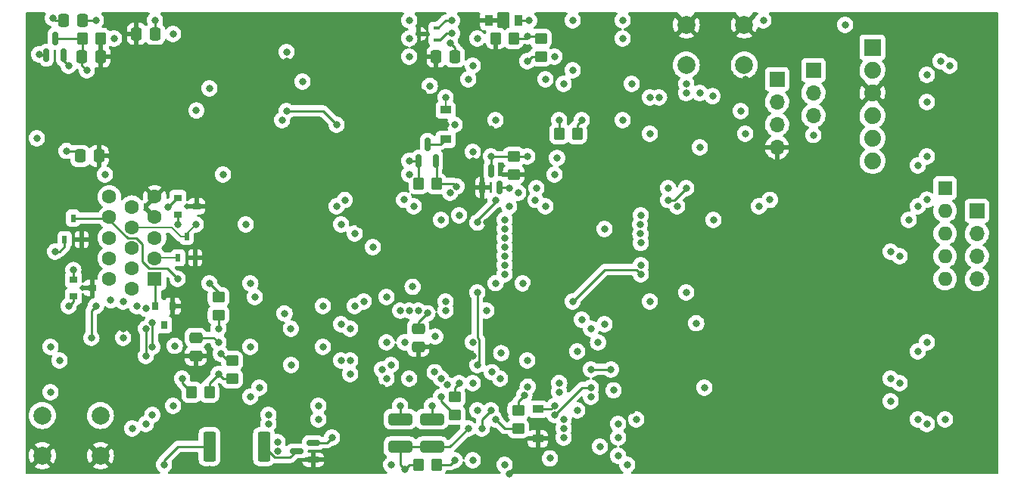
<source format=gbr>
%TF.GenerationSoftware,KiCad,Pcbnew,6.0.2+dfsg-1*%
%TF.CreationDate,2023-01-05T11:37:28-05:00*%
%TF.ProjectId,qwiic-obd,71776969-632d-46f6-9264-2e6b69636164,rev?*%
%TF.SameCoordinates,Original*%
%TF.FileFunction,Copper,L4,Bot*%
%TF.FilePolarity,Positive*%
%FSLAX46Y46*%
G04 Gerber Fmt 4.6, Leading zero omitted, Abs format (unit mm)*
G04 Created by KiCad (PCBNEW 6.0.2+dfsg-1) date 2023-01-05 11:37:28*
%MOMM*%
%LPD*%
G01*
G04 APERTURE LIST*
G04 Aperture macros list*
%AMRoundRect*
0 Rectangle with rounded corners*
0 $1 Rounding radius*
0 $2 $3 $4 $5 $6 $7 $8 $9 X,Y pos of 4 corners*
0 Add a 4 corners polygon primitive as box body*
4,1,4,$2,$3,$4,$5,$6,$7,$8,$9,$2,$3,0*
0 Add four circle primitives for the rounded corners*
1,1,$1+$1,$2,$3*
1,1,$1+$1,$4,$5*
1,1,$1+$1,$6,$7*
1,1,$1+$1,$8,$9*
0 Add four rect primitives between the rounded corners*
20,1,$1+$1,$2,$3,$4,$5,0*
20,1,$1+$1,$4,$5,$6,$7,0*
20,1,$1+$1,$6,$7,$8,$9,0*
20,1,$1+$1,$8,$9,$2,$3,0*%
G04 Aperture macros list end*
%TA.AperFunction,ComponentPad*%
%ADD10R,1.700000X1.700000*%
%TD*%
%TA.AperFunction,ComponentPad*%
%ADD11O,1.700000X1.700000*%
%TD*%
%TA.AperFunction,ComponentPad*%
%ADD12C,2.000000*%
%TD*%
%TA.AperFunction,ComponentPad*%
%ADD13R,1.600000X1.600000*%
%TD*%
%TA.AperFunction,ComponentPad*%
%ADD14C,1.600000*%
%TD*%
%TA.AperFunction,ComponentPad*%
%ADD15O,1.600000X1.600000*%
%TD*%
%TA.AperFunction,ComponentPad*%
%ADD16R,1.879600X1.879600*%
%TD*%
%TA.AperFunction,ComponentPad*%
%ADD17C,1.879600*%
%TD*%
%TA.AperFunction,SMDPad,CuDef*%
%ADD18RoundRect,0.250000X0.450000X-0.350000X0.450000X0.350000X-0.450000X0.350000X-0.450000X-0.350000X0*%
%TD*%
%TA.AperFunction,SMDPad,CuDef*%
%ADD19RoundRect,0.150000X0.150000X-0.587500X0.150000X0.587500X-0.150000X0.587500X-0.150000X-0.587500X0*%
%TD*%
%TA.AperFunction,SMDPad,CuDef*%
%ADD20R,0.558800X0.914400*%
%TD*%
%TA.AperFunction,SMDPad,CuDef*%
%ADD21R,0.797560X0.899160*%
%TD*%
%TA.AperFunction,SMDPad,CuDef*%
%ADD22RoundRect,0.150000X0.587500X0.150000X-0.587500X0.150000X-0.587500X-0.150000X0.587500X-0.150000X0*%
%TD*%
%TA.AperFunction,SMDPad,CuDef*%
%ADD23RoundRect,0.250000X0.475000X-0.337500X0.475000X0.337500X-0.475000X0.337500X-0.475000X-0.337500X0*%
%TD*%
%TA.AperFunction,SMDPad,CuDef*%
%ADD24RoundRect,0.250000X-0.350000X-0.450000X0.350000X-0.450000X0.350000X0.450000X-0.350000X0.450000X0*%
%TD*%
%TA.AperFunction,SMDPad,CuDef*%
%ADD25RoundRect,0.250000X-0.337500X-0.475000X0.337500X-0.475000X0.337500X0.475000X-0.337500X0.475000X0*%
%TD*%
%TA.AperFunction,SMDPad,CuDef*%
%ADD26RoundRect,0.250000X-0.450000X0.350000X-0.450000X-0.350000X0.450000X-0.350000X0.450000X0.350000X0*%
%TD*%
%TA.AperFunction,SMDPad,CuDef*%
%ADD27RoundRect,0.250000X0.350000X0.450000X-0.350000X0.450000X-0.350000X-0.450000X0.350000X-0.450000X0*%
%TD*%
%TA.AperFunction,SMDPad,CuDef*%
%ADD28R,0.899160X0.797560*%
%TD*%
%TA.AperFunction,SMDPad,CuDef*%
%ADD29R,0.900000X1.200000*%
%TD*%
%TA.AperFunction,SMDPad,CuDef*%
%ADD30R,0.700000X0.450000*%
%TD*%
%TA.AperFunction,SMDPad,CuDef*%
%ADD31R,1.200000X0.900000*%
%TD*%
%TA.AperFunction,SMDPad,CuDef*%
%ADD32RoundRect,0.250000X1.075000X-0.400000X1.075000X0.400000X-1.075000X0.400000X-1.075000X-0.400000X0*%
%TD*%
%TA.AperFunction,SMDPad,CuDef*%
%ADD33RoundRect,0.249999X-0.450001X-1.425001X0.450001X-1.425001X0.450001X1.425001X-0.450001X1.425001X0*%
%TD*%
%TA.AperFunction,SMDPad,CuDef*%
%ADD34RoundRect,0.250000X0.337500X0.475000X-0.337500X0.475000X-0.337500X-0.475000X0.337500X-0.475000X0*%
%TD*%
%TA.AperFunction,ViaPad*%
%ADD35C,0.800000*%
%TD*%
%TA.AperFunction,Conductor*%
%ADD36C,0.250000*%
%TD*%
%TA.AperFunction,Conductor*%
%ADD37C,0.200000*%
%TD*%
G04 APERTURE END LIST*
D10*
%TO.P,JP601,1,A*%
%TO.N,~{PIC_BL_LED}*%
X196596000Y-78740000D03*
D11*
%TO.P,JP601,2,C*%
%TO.N,PA0*%
X196596000Y-81280000D03*
%TO.P,JP601,3,B*%
%TO.N,ICSPDAT*%
X196596000Y-83820000D03*
%TD*%
D12*
%TO.P,SW401,1,1*%
%TO.N,GND*%
X188872000Y-73660000D03*
X182372000Y-73660000D03*
%TO.P,SW401,2,2*%
%TO.N,~{PIC_BL_ENTRY}*%
X188872000Y-78160000D03*
X182372000Y-78160000D03*
%TD*%
D10*
%TO.P,J602,1,Pin_1*%
%TO.N,+3V3_NOSW*%
X192532000Y-79756000D03*
D11*
%TO.P,J602,2,Pin_2*%
%TO.N,PIC_RX*%
X192532000Y-82296000D03*
%TO.P,J602,3,Pin_3*%
%TO.N,PIC_TX*%
X192532000Y-84836000D03*
%TO.P,J602,4,Pin_4*%
%TO.N,GND*%
X192532000Y-87376000D03*
%TD*%
D10*
%TO.P,J401,1,1*%
%TO.N,~{CAN_INT}*%
X214884000Y-94508000D03*
D11*
%TO.P,J401,2,2*%
%TO.N,~{UART_INT}*%
X214884000Y-97048000D03*
%TO.P,J401,3,3*%
%TO.N,~{SPI_INT}*%
X214884000Y-99588000D03*
%TO.P,J401,4,4*%
%TO.N,~{J1850_INT}*%
X214884000Y-102128000D03*
%TD*%
D13*
%TO.P,J102,1*%
%TO.N,SW_CAN*%
X122910331Y-102090000D03*
D14*
%TO.P,J102,2*%
%TO.N,J1850_BUS+*%
X122910331Y-99800000D03*
%TO.P,J102,3*%
%TO.N,MS_CAN_HI*%
X122910331Y-97510000D03*
%TO.P,J102,4*%
%TO.N,GND*%
X122910331Y-95220000D03*
%TO.P,J102,5*%
X122910331Y-92930000D03*
%TO.P,J102,6*%
%TO.N,HS_CAN_HI*%
X120370331Y-103235000D03*
%TO.P,J102,7*%
%TO.N,K_LINE*%
X120370331Y-100945000D03*
%TO.P,J102,8*%
%TO.N,unconnected-(J102-Pad8)*%
X120370331Y-98655000D03*
%TO.P,J102,9*%
%TO.N,J1850_BUS-*%
X120370331Y-96365000D03*
%TO.P,J102,10*%
%TO.N,MS_CAN_LO*%
X120370331Y-94075000D03*
%TO.P,J102,11*%
%TO.N,unconnected-(J102-Pad11)*%
X117830331Y-102090000D03*
%TO.P,J102,12*%
%TO.N,unconnected-(J102-Pad12)*%
X117830331Y-99800000D03*
%TO.P,J102,13*%
%TO.N,HS_CAN_LO*%
X117830331Y-97510000D03*
%TO.P,J102,14*%
%TO.N,L_LINE*%
X117830331Y-95220000D03*
%TO.P,J102,15*%
%TO.N,VBAT*%
X117830331Y-92930000D03*
%TD*%
D13*
%TO.P,RN403,1,common*%
%TO.N,+3V3_NOSW*%
X211328000Y-91948000D03*
D15*
%TO.P,RN403,2,R1*%
%TO.N,~{CAN_INT}*%
X211328000Y-94488000D03*
%TO.P,RN403,3,R2*%
%TO.N,~{UART_INT}*%
X211328000Y-97028000D03*
%TO.P,RN403,4,R3*%
%TO.N,~{SPI_INT}*%
X211328000Y-99568000D03*
%TO.P,RN403,5,R4*%
%TO.N,~{J1850_INT}*%
X211328000Y-102108000D03*
%TD*%
D12*
%TO.P,SW402,1,1*%
%TO.N,GND*%
X116840000Y-121920000D03*
X110340000Y-121920000D03*
%TO.P,SW402,2,2*%
%TO.N,Net-(R408-Pad2)*%
X116840000Y-117420000D03*
X110340000Y-117420000D03*
%TD*%
D16*
%TO.P,J601,1,PGM*%
%TO.N,~{RESET}*%
X203200000Y-76200000D03*
D17*
%TO.P,J601,2,PGC*%
%TO.N,+3V3_NOSW*%
X203200000Y-78740000D03*
%TO.P,J601,3,PGD*%
%TO.N,GND*%
X203200000Y-81280000D03*
%TO.P,J601,4,GND*%
%TO.N,ICSPDAT*%
X203200000Y-83820000D03*
%TO.P,J601,5,VCC*%
%TO.N,ICSPCLK*%
X203200000Y-86360000D03*
%TO.P,J601,6,VPP*%
%TO.N,unconnected-(J601-Pad6)*%
X203200000Y-88900000D03*
%TD*%
D18*
%TO.P,R202,1*%
%TO.N,+5V*%
X131572000Y-113268000D03*
%TO.P,R202,2*%
%TO.N,CAN_TX_5V*%
X131572000Y-111268000D03*
%TD*%
D19*
%TO.P,Q504,1,G*%
%TO.N,PWR_CTRL*%
X112710000Y-77059000D03*
%TO.P,Q504,2,S*%
%TO.N,+3V3_NOSW*%
X110810000Y-77059000D03*
%TO.P,Q504,3,D*%
%TO.N,+3V3*%
X111760000Y-75184000D03*
%TD*%
D20*
%TO.P,D101,1,1*%
%TO.N,GND*%
X114742001Y-97713800D03*
%TO.P,D101,2,2*%
%TO.N,K_LINE*%
X112841999Y-97713800D03*
%TO.P,D101,3,3*%
%TO.N,L_LINE*%
X113792000Y-95326200D03*
%TD*%
D19*
%TO.P,Q609,1,G*%
%TO.N,J1850_TX*%
X161478000Y-91869500D03*
%TO.P,Q609,2,S*%
%TO.N,GND*%
X159578000Y-91869500D03*
%TO.P,Q609,3,D*%
%TO.N,Net-(Q608-Pad1)*%
X160528000Y-89994500D03*
%TD*%
D21*
%TO.P,D103,1,A1*%
%TO.N,SW_CAN*%
X123002040Y-105173780D03*
%TO.P,D103,2,A2*%
%TO.N,GND*%
X124901960Y-105173780D03*
%TO.P,D103,3,C*%
%TO.N,unconnected-(D103-Pad3)*%
X123952000Y-107271820D03*
%TD*%
D22*
%TO.P,Q301,1,G*%
%TO.N,SW_CAN_LOAD*%
X140637500Y-120462000D03*
%TO.P,Q301,2,S*%
%TO.N,GND*%
X140637500Y-122362000D03*
%TO.P,Q301,3,D*%
%TO.N,Net-(Q301-Pad3)*%
X138762500Y-121412000D03*
%TD*%
D23*
%TO.P,C302,1*%
%TO.N,GND*%
X127508000Y-110765500D03*
%TO.P,C302,2*%
%TO.N,+5V*%
X127508000Y-108690500D03*
%TD*%
D24*
%TO.P,R706,1*%
%TO.N,+12V*%
X152416000Y-122936000D03*
%TO.P,R706,2*%
%TO.N,ISO_LINE*%
X154416000Y-122936000D03*
%TD*%
D25*
%TO.P,C506,1*%
%TO.N,GND*%
X120882500Y-74676000D03*
%TO.P,C506,2*%
%TO.N,Net-(C506-Pad2)*%
X122957500Y-74676000D03*
%TD*%
D26*
%TO.P,R204,1*%
%TO.N,+5V*%
X130048000Y-104156000D03*
%TO.P,R204,2*%
%TO.N,CAN_RX_5V*%
X130048000Y-106156000D03*
%TD*%
D27*
%TO.P,R206,1*%
%TO.N,+5V*%
X129016000Y-114808000D03*
%TO.P,R206,2*%
%TO.N,~{CAN_EN_5V}*%
X127016000Y-114808000D03*
%TD*%
D28*
%TO.P,D104,1,1*%
%TO.N,HS_CAN_HI*%
X113809780Y-104073960D03*
%TO.P,D104,2,2*%
%TO.N,HS_CAN_LO*%
X113809780Y-102174040D03*
%TO.P,D104,3,3*%
%TO.N,GND*%
X115907820Y-103124000D03*
%TD*%
D27*
%TO.P,R617,1*%
%TO.N,Net-(R614-Pad2)*%
X163052000Y-75184000D03*
%TO.P,R617,2*%
%TO.N,GND*%
X161052000Y-75184000D03*
%TD*%
D29*
%TO.P,D604,1,K*%
%TO.N,Net-(D604-Pad1)*%
X163576000Y-73152000D03*
%TO.P,D604,2,A*%
%TO.N,GND*%
X160276000Y-73152000D03*
%TD*%
D18*
%TO.P,R614,1*%
%TO.N,+5V*%
X166116000Y-77200000D03*
%TO.P,R614,2*%
%TO.N,Net-(R614-Pad2)*%
X166116000Y-75200000D03*
%TD*%
D28*
%TO.P,D105,1,1*%
%TO.N,MS_CAN_HI*%
X125493780Y-94929960D03*
%TO.P,D105,2,2*%
%TO.N,MS_CAN_LO*%
X125493780Y-93030040D03*
%TO.P,D105,3,3*%
%TO.N,GND*%
X127591820Y-93980000D03*
%TD*%
D25*
%TO.P,C604,1*%
%TO.N,GND*%
X154410500Y-77216000D03*
%TO.P,C604,2*%
%TO.N,+3V3*%
X156485500Y-77216000D03*
%TD*%
D30*
%TO.P,D605,1*%
%TO.N,Net-(D605-Pad1)*%
X154416000Y-74026000D03*
%TO.P,D605,2*%
%TO.N,Net-(D605-Pad2)*%
X154416000Y-75326000D03*
%TO.P,D605,3*%
%TO.N,GND*%
X152416000Y-74676000D03*
%TD*%
D24*
%TO.P,R601,1*%
%TO.N,V_J1850*%
X152416000Y-91440000D03*
%TO.P,R601,2*%
%TO.N,Net-(Q601-Pad1)*%
X154416000Y-91440000D03*
%TD*%
D31*
%TO.P,D701,1,K*%
%TO.N,Net-(D701-Pad1)*%
X165762984Y-116718122D03*
%TO.P,D701,2,A*%
%TO.N,GND*%
X165762984Y-120018122D03*
%TD*%
D24*
%TO.P,R505,1*%
%TO.N,+3V3*%
X114840000Y-75184000D03*
%TO.P,R505,2*%
%TO.N,GND*%
X116840000Y-75184000D03*
%TD*%
D32*
%TO.P,R702,1*%
%TO.N,+12V*%
X153924000Y-120930000D03*
%TO.P,R702,2*%
%TO.N,K_LINE*%
X153924000Y-117830000D03*
%TD*%
D23*
%TO.P,C801,1*%
%TO.N,GND*%
X152400000Y-109749500D03*
%TO.P,C801,2*%
%TO.N,+3V3*%
X152400000Y-107674500D03*
%TD*%
D33*
%TO.P,R303,1*%
%TO.N,SW_CAN*%
X129030000Y-120904000D03*
%TO.P,R303,2*%
%TO.N,Net-(Q301-Pad3)*%
X135130000Y-120904000D03*
%TD*%
D26*
%TO.P,R616,1*%
%TO.N,Net-(Q608-Pad1)*%
X163068000Y-88408000D03*
%TO.P,R616,2*%
%TO.N,GND*%
X163068000Y-90408000D03*
%TD*%
D31*
%TO.P,D601,1,K*%
%TO.N,J1850_BUS+*%
X155448000Y-83186000D03*
%TO.P,D601,2,A*%
%TO.N,Net-(D601-Pad2)*%
X155448000Y-86486000D03*
%TD*%
D34*
%TO.P,C507,1*%
%TO.N,Net-(C507-Pad1)*%
X114829500Y-73152000D03*
%TO.P,C507,2*%
%TO.N,Net-(C507-Pad2)*%
X112754500Y-73152000D03*
%TD*%
D26*
%TO.P,R701,1*%
%TO.N,+3V3*%
X156464000Y-115348000D03*
%TO.P,R701,2*%
%TO.N,ISO_L*%
X156464000Y-117348000D03*
%TD*%
D20*
%TO.P,D102,1,1*%
%TO.N,GND*%
X127442001Y-99745800D03*
%TO.P,D102,2,2*%
%TO.N,J1850_BUS+*%
X125541999Y-99745800D03*
%TO.P,D102,3,3*%
%TO.N,J1850_BUS-*%
X126492000Y-97358200D03*
%TD*%
D32*
%TO.P,R703,1*%
%TO.N,+12V*%
X150368000Y-120930000D03*
%TO.P,R703,2*%
%TO.N,L_LINE*%
X150368000Y-117830000D03*
%TD*%
D24*
%TO.P,R609,1*%
%TO.N,+3V3*%
X168164000Y-85852000D03*
%TO.P,R609,2*%
%TO.N,SAE_VPW*%
X170164000Y-85852000D03*
%TD*%
D18*
%TO.P,R704,1*%
%TO.N,+12V*%
X163576000Y-118856000D03*
%TO.P,R704,2*%
%TO.N,Net-(R704-Pad2)*%
X163576000Y-116856000D03*
%TD*%
D25*
%TO.P,C511,1*%
%TO.N,+3V3*%
X114786500Y-77216000D03*
%TO.P,C511,2*%
%TO.N,GND*%
X116861500Y-77216000D03*
%TD*%
D34*
%TO.P,C503,1*%
%TO.N,GND*%
X116660223Y-88350565D03*
%TO.P,C503,2*%
%TO.N,Net-(C503-Pad2)*%
X114585223Y-88350565D03*
%TD*%
D19*
%TO.P,Q601,1,G*%
%TO.N,Net-(Q601-Pad1)*%
X154366000Y-88900000D03*
%TO.P,Q601,2,S*%
%TO.N,V_J1850*%
X152466000Y-88900000D03*
%TO.P,Q601,3,D*%
%TO.N,Net-(D601-Pad2)*%
X153416000Y-87025000D03*
%TD*%
D35*
%TO.N,Net-(C507-Pad1)*%
X116332000Y-73152000D03*
%TO.N,ICSPCLK*%
X196596000Y-86010511D03*
X188468000Y-83312000D03*
%TO.N,+3V3_NOSW*%
X200152000Y-73660000D03*
%TO.N,~{PIC_BL_ENTRY}*%
X179328299Y-81783701D03*
%TO.N,+3V3_NOSW*%
X191008000Y-73152000D03*
%TO.N,~{RESET}*%
X183896000Y-81280000D03*
%TO.N,ICSPCLK*%
X185324055Y-81644083D03*
%TO.N,GND*%
X188976000Y-79756000D03*
X162052000Y-73152000D03*
X208280000Y-77724000D03*
X142240000Y-100584000D03*
X114300000Y-111252000D03*
X170180000Y-88900000D03*
X137668000Y-77724000D03*
X141224000Y-91440000D03*
X184912000Y-103124000D03*
X158496000Y-88900000D03*
X123460000Y-88376000D03*
X134620000Y-79248000D03*
X174244000Y-109220000D03*
X118872000Y-87376000D03*
X142240000Y-92456000D03*
X170180000Y-100076000D03*
X165100000Y-103124000D03*
X162560000Y-123952000D03*
X141224000Y-89408000D03*
X135636000Y-81280000D03*
X170180000Y-122211500D03*
X176276000Y-116840000D03*
X158496000Y-110744000D03*
X152908000Y-81280000D03*
X119380000Y-110236000D03*
X140716000Y-112776000D03*
X117856000Y-73962635D03*
X140716000Y-108204000D03*
X111760000Y-81788000D03*
X133096000Y-101092000D03*
X124428035Y-82772035D03*
X168656000Y-112268000D03*
X180340000Y-74168000D03*
X158968297Y-115280297D03*
X148336000Y-114300000D03*
X166624000Y-87376000D03*
X139192000Y-94488000D03*
X132588000Y-85852000D03*
X146812000Y-83312000D03*
X173736000Y-84328000D03*
X180340000Y-102616000D03*
X127518750Y-107198750D03*
X162052000Y-117348000D03*
X145796000Y-96012000D03*
X129032000Y-123444000D03*
X175768000Y-102108000D03*
X212852000Y-119888000D03*
X130048000Y-117856000D03*
X160020000Y-95795500D03*
X144272000Y-75692000D03*
X160528000Y-85344000D03*
X156464000Y-118872000D03*
X119380000Y-107696000D03*
X164592000Y-109220000D03*
X155448000Y-84836000D03*
%TO.N,SW_CAN*%
X123952000Y-122936000D03*
%TO.N,+12V_NOSW*%
X118364000Y-75184000D03*
X124968000Y-74676000D03*
%TO.N,+12V*%
X161036000Y-117856000D03*
X137668000Y-83312000D03*
X127574000Y-83246000D03*
X143256000Y-84836000D03*
X150876000Y-123444000D03*
X109728000Y-86360000D03*
X157988000Y-118872000D03*
%TO.N,+3V3_NOSW*%
X111252000Y-109728000D03*
X165608000Y-91948000D03*
X211328000Y-117856000D03*
X161050605Y-102601395D03*
X180340000Y-91948000D03*
X109982000Y-76962000D03*
X164084000Y-102616000D03*
X209296000Y-79248000D03*
X111252000Y-114808000D03*
%TO.N,+3V3*%
X149352000Y-122936000D03*
X143764000Y-96012000D03*
X167132000Y-122211500D03*
X139446000Y-80010000D03*
X161036000Y-84328000D03*
X156464000Y-84836000D03*
X153416000Y-105955500D03*
X175255701Y-84323701D03*
X133604000Y-109728000D03*
X141732000Y-109728000D03*
X160020000Y-105664000D03*
%TO.N,+3V3_NOSW*%
X182372000Y-80264000D03*
%TO.N,+3V3*%
X175260000Y-73152000D03*
X170180000Y-116840000D03*
X156972000Y-113796301D03*
X133604000Y-115316000D03*
X134620000Y-114300000D03*
X155956000Y-75692000D03*
X164592000Y-111252000D03*
X176784000Y-117856000D03*
X168148000Y-84328000D03*
X130556000Y-90424000D03*
X124968000Y-116332000D03*
X141732000Y-105156000D03*
X170180000Y-110236000D03*
X178308000Y-104648000D03*
X115316000Y-78740000D03*
%TO.N,VBAT*%
X117348000Y-90424000D03*
X120396000Y-118872000D03*
X137160000Y-84328000D03*
%TO.N,V_J1850*%
X151384000Y-88900000D03*
%TO.N,K_LINE*%
X146304000Y-104648000D03*
X153928299Y-116327701D03*
X148844000Y-113284000D03*
X133608299Y-102611701D03*
X111760000Y-99060000D03*
%TO.N,L_LINE*%
X150368000Y-116332000D03*
X144780000Y-112776000D03*
X145288000Y-105156000D03*
X134112000Y-104140000D03*
X125476000Y-102108000D03*
%TO.N,J1850_BUS+*%
X167640000Y-77216000D03*
X155956000Y-92456000D03*
X151384000Y-73152000D03*
X169672000Y-73152000D03*
X153683370Y-80504630D03*
X155448000Y-81788000D03*
X147320000Y-98552000D03*
%TO.N,J1850_BUS-*%
X154940000Y-95504000D03*
X156967701Y-94991701D03*
X166624000Y-79756000D03*
X133096000Y-96012000D03*
X145288000Y-97028000D03*
X168656000Y-80264000D03*
X163576000Y-92456000D03*
X127508000Y-96012000D03*
X151388299Y-75179701D03*
X158496000Y-78232000D03*
%TO.N,HS_CAN_HI*%
X118001742Y-104502242D03*
X113284000Y-105156000D03*
%TO.N,HS_CAN_LO*%
X113809780Y-101109780D03*
%TO.N,MS_CAN_HI*%
X119380000Y-104648000D03*
X125476000Y-96012000D03*
%TO.N,MS_CAN_LO*%
X115828299Y-108716299D03*
X124365000Y-94075000D03*
X116332000Y-105156000D03*
%TO.N,+5V*%
X151384000Y-77216000D03*
X120904000Y-105156000D03*
X129032000Y-102616000D03*
X157988000Y-79756000D03*
X119380000Y-108712000D03*
X130048000Y-109220000D03*
X130048000Y-112776000D03*
X164592000Y-77724000D03*
%TO.N,SDA*%
X144180394Y-93278560D03*
X159004000Y-111760000D03*
X182372000Y-91948000D03*
X159004000Y-95795500D03*
X159004000Y-103632000D03*
X150811185Y-93270715D03*
X191732511Y-93255489D03*
X165500603Y-93273451D03*
X209296000Y-88392000D03*
X210820000Y-77724000D03*
X180344712Y-93290947D03*
X209296000Y-118364000D03*
X161036000Y-93273462D03*
X209296000Y-109220000D03*
X168152299Y-114803701D03*
X209296000Y-93248087D03*
%TO.N,SCL*%
X209296000Y-82296000D03*
X143256000Y-93980000D03*
X162560000Y-93997962D03*
X211836000Y-78232000D03*
X208280000Y-93980000D03*
X161668398Y-110429205D03*
X166624000Y-93980000D03*
X181356000Y-93980000D03*
X168156598Y-113783402D03*
X208280000Y-89408000D03*
X151892000Y-93980000D03*
X208280000Y-117856000D03*
X190500000Y-93980000D03*
X158496000Y-113792000D03*
X208280000Y-110236000D03*
%TO.N,~{RESET}*%
X154286250Y-108566250D03*
X137434621Y-105990643D03*
X112268000Y-111252000D03*
X158496000Y-109220000D03*
X171704000Y-112268000D03*
X162052000Y-96520000D03*
X173952500Y-112268000D03*
X151765000Y-102997000D03*
%TO.N,CAN_TX_5V*%
X130302000Y-110490000D03*
%TO.N,CAN_RX_5V*%
X130048000Y-107696000D03*
%TO.N,~{CAN_EN_5V}*%
X125984000Y-113284000D03*
%TO.N,SW_CAN_LOAD*%
X168656000Y-119888000D03*
X174752000Y-119888000D03*
X142748000Y-119888000D03*
X183489000Y-107087000D03*
%TO.N,PWR_CTRL*%
X173228000Y-96520000D03*
X177292000Y-100584000D03*
X167640000Y-90424000D03*
X113284000Y-78232000D03*
X137668000Y-76708000D03*
X129032000Y-80772000D03*
X151388307Y-90419693D03*
%TO.N,SAE_VPW*%
X170688000Y-84328000D03*
X169672000Y-78740000D03*
%TO.N,J1850_RX*%
X175260000Y-75184000D03*
X178308000Y-81788000D03*
%TO.N,SAE_PWM*%
X182372000Y-103632000D03*
X167921974Y-88562626D03*
X183896000Y-87376000D03*
X158496000Y-87884000D03*
X182372000Y-81280000D03*
X185420000Y-95504000D03*
%TO.N,PWM_RX*%
X176276000Y-80264000D03*
X159004000Y-75184000D03*
%TO.N,J1850_TX*%
X162560000Y-91948000D03*
%TO.N,ISO_K*%
X177292000Y-101600000D03*
X169672000Y-104648000D03*
X159004000Y-116840000D03*
%TO.N,ISO_L*%
X154940000Y-115316000D03*
%TO.N,ISO_LINE*%
X159512000Y-118872000D03*
X160528000Y-116840000D03*
X156464000Y-122428000D03*
X158496000Y-122428000D03*
X164632817Y-114202848D03*
%TO.N,SW_CAN_MODE0*%
X177241675Y-97074993D03*
X173228000Y-107188000D03*
X136647701Y-121407701D03*
%TO.N,SW_CAN_MODE1*%
X172503500Y-109220000D03*
X136652000Y-120396000D03*
X177293514Y-98073151D03*
%TO.N,SW_CAN_RX*%
X138146136Y-107696000D03*
X141224000Y-116332000D03*
%TO.N,CAN_HI*%
X121920000Y-105447500D03*
X125151000Y-109619500D03*
%TO.N,~{J1850_INT}*%
X178308000Y-85852000D03*
X188976000Y-85852000D03*
%TO.N,~{ISO_RX}*%
X167640000Y-117348000D03*
X171704000Y-114300000D03*
%TO.N,~{ISO_TX}*%
X174752000Y-118364000D03*
X174244000Y-114591500D03*
X162052000Y-122936000D03*
X175768000Y-122936000D03*
%TO.N,~{UART_INT}*%
X205232000Y-99060000D03*
X184404000Y-114300000D03*
X171704000Y-115316000D03*
X205232000Y-113284000D03*
%TO.N,~{SPI_INT}*%
X174752000Y-121920000D03*
X161544000Y-113284000D03*
X206243701Y-113787701D03*
X206248000Y-99568000D03*
X168656000Y-117856000D03*
%TO.N,CAN_SEL1*%
X121920000Y-118364000D03*
X121920000Y-107696000D03*
X121920000Y-110744000D03*
X144780000Y-107696000D03*
X171704000Y-107696000D03*
X177202842Y-96024327D03*
X135636000Y-118364000D03*
X144780000Y-111252000D03*
%TO.N,CAN_SEL0*%
X170688000Y-106680000D03*
X122644500Y-117348000D03*
X122626755Y-106989245D03*
X122644500Y-109723701D03*
X143764000Y-107188000D03*
X135636000Y-117348000D03*
X143764000Y-111252000D03*
X177292000Y-94996000D03*
%TO.N,CAN_SOF*%
X162052000Y-95504000D03*
X148848299Y-109224299D03*
X148844000Y-104140000D03*
%TO.N,~{CAN_TX2RTS}*%
X150372299Y-105668299D03*
X162052000Y-97536000D03*
X148336000Y-112268000D03*
%TO.N,~{CAN_TX1RTS}*%
X151388299Y-105668299D03*
X149352000Y-111760000D03*
X162051126Y-98553100D03*
%TO.N,~{CAN_TX0RTS}*%
X150876000Y-109220000D03*
X162052000Y-99568000D03*
X152404299Y-105668299D03*
%TO.N,~{CAN_RX1BF}*%
X155448000Y-104648000D03*
X155642456Y-113986456D03*
X162052000Y-100584000D03*
%TO.N,~{CAN_RX0BF}*%
X154935701Y-113279701D03*
X155448000Y-105664000D03*
X162052000Y-101600000D03*
%TO.N,~{CAN_INT}*%
X172720000Y-120904000D03*
X207264000Y-95504000D03*
X151384000Y-113284000D03*
X168656000Y-118872000D03*
X205232000Y-115824000D03*
%TO.N,SW_CAN_TX*%
X141224000Y-117856000D03*
X138171987Y-111759210D03*
%TO.N,SCK*%
X154228946Y-112572946D03*
X160629248Y-112561776D03*
%TO.N,Net-(C506-Pad2)*%
X122936000Y-73152000D03*
%TO.N,Net-(D605-Pad2)*%
X156154906Y-74594520D03*
%TO.N,Net-(D701-Pad1)*%
X167635701Y-116336299D03*
%TO.N,Net-(C503-Pad2)*%
X113040996Y-87783873D03*
%TO.N,Net-(C507-Pad2)*%
X111510299Y-72902299D03*
%TO.N,Net-(D604-Pad1)*%
X164806084Y-73152000D03*
%TO.N,Net-(D605-Pad1)*%
X156164677Y-73152000D03*
%TO.N,Net-(Q601-Pad1)*%
X156662755Y-91749245D03*
%TO.N,Net-(Q608-Pad1)*%
X160528000Y-88392000D03*
X164592000Y-88392000D03*
%TO.N,Net-(R614-Pad2)*%
X164614301Y-74926500D03*
%TO.N,Net-(R704-Pad2)*%
X164267000Y-115133000D03*
%TD*%
D36*
%TO.N,Net-(C507-Pad1)*%
X114829500Y-73152000D02*
X116332000Y-73152000D01*
%TO.N,SW_CAN*%
X129030000Y-120904000D02*
X125476000Y-120904000D01*
X125476000Y-120904000D02*
X123952000Y-122428000D01*
X123002040Y-105173780D02*
X123002040Y-102181709D01*
X123002040Y-102181709D02*
X122910331Y-102090000D01*
X123952000Y-122428000D02*
X123952000Y-122936000D01*
%TO.N,+12V*%
X155930000Y-120930000D02*
X157988000Y-118872000D01*
X141732000Y-83312000D02*
X143256000Y-84836000D01*
X163576000Y-118856000D02*
X162036000Y-118856000D01*
X137668000Y-83312000D02*
X141732000Y-83312000D01*
X153924000Y-120930000D02*
X150368000Y-120930000D01*
X162036000Y-118856000D02*
X161036000Y-117856000D01*
X150368000Y-120930000D02*
X150368000Y-122936000D01*
X151384000Y-122936000D02*
X150876000Y-123444000D01*
X152416000Y-122936000D02*
X151384000Y-122936000D01*
X150368000Y-122936000D02*
X150876000Y-123444000D01*
X153924000Y-120930000D02*
X155930000Y-120930000D01*
%TO.N,+3V3_NOSW*%
X110079000Y-77059000D02*
X109982000Y-76962000D01*
X110810000Y-77059000D02*
X110079000Y-77059000D01*
%TO.N,+3V3*%
X152400000Y-106971500D02*
X153416000Y-105955500D01*
X156464000Y-114304301D02*
X156972000Y-113796301D01*
X111760000Y-75184000D02*
X114792000Y-75184000D01*
X114786500Y-78210500D02*
X115316000Y-78740000D01*
X156464000Y-115348000D02*
X156464000Y-114304301D01*
X168164000Y-85852000D02*
X168164000Y-84344000D01*
X168164000Y-84344000D02*
X168148000Y-84328000D01*
X114808000Y-77194500D02*
X114786500Y-77216000D01*
X114786500Y-77216000D02*
X114786500Y-78210500D01*
X114808000Y-75168000D02*
X114808000Y-77194500D01*
X156485500Y-77216000D02*
X156485500Y-76221500D01*
X152400000Y-107674500D02*
X152400000Y-106971500D01*
X114792000Y-75184000D02*
X114808000Y-75168000D01*
X156485500Y-76221500D02*
X155956000Y-75692000D01*
%TO.N,V_J1850*%
X152416000Y-91440000D02*
X152416000Y-88950000D01*
X151384000Y-88900000D02*
X152466000Y-88900000D01*
X152416000Y-88950000D02*
X152466000Y-88900000D01*
%TO.N,K_LINE*%
X153924000Y-117830000D02*
X153924000Y-116332000D01*
X153924000Y-116332000D02*
X153928299Y-116327701D01*
X112841999Y-97713800D02*
X112841999Y-98486001D01*
X112268000Y-99060000D02*
X111760000Y-99060000D01*
X112841999Y-98486001D02*
X112268000Y-99060000D01*
%TO.N,L_LINE*%
X119882489Y-97530489D02*
X120836120Y-97530489D01*
X150368000Y-117830000D02*
X150368000Y-116332000D01*
X124333489Y-100965489D02*
X125476000Y-102108000D01*
X121494842Y-98189211D02*
X121494842Y-100158842D01*
X117724131Y-95326200D02*
X117830331Y-95220000D01*
X120836120Y-97530489D02*
X121494842Y-98189211D01*
X117830331Y-95478331D02*
X119882489Y-97530489D01*
X113792000Y-95326200D02*
X117724131Y-95326200D01*
X122301489Y-100965489D02*
X124333489Y-100965489D01*
X117830331Y-95220000D02*
X117830331Y-95478331D01*
X121494842Y-100158842D02*
X122301489Y-100965489D01*
D37*
%TO.N,J1850_BUS+*%
X125541999Y-99745800D02*
X122964531Y-99745800D01*
X155448000Y-83186000D02*
X155448000Y-81788000D01*
X122964531Y-99745800D02*
X122910331Y-99800000D01*
%TO.N,J1850_BUS-*%
X126492000Y-97028000D02*
X127508000Y-96012000D01*
X125806200Y-97358200D02*
X124813000Y-96365000D01*
X126492000Y-97358200D02*
X126492000Y-97028000D01*
X126492000Y-97358200D02*
X125806200Y-97358200D01*
X124813000Y-96365000D02*
X120370331Y-96365000D01*
D36*
%TO.N,HS_CAN_HI*%
X113809780Y-104630220D02*
X113284000Y-105156000D01*
X113809780Y-104073960D02*
X113809780Y-104630220D01*
%TO.N,HS_CAN_LO*%
X113809780Y-102174040D02*
X113809780Y-101109780D01*
%TO.N,MS_CAN_HI*%
X125493780Y-95994220D02*
X125476000Y-96012000D01*
X125493780Y-94929960D02*
X125493780Y-95994220D01*
%TO.N,MS_CAN_LO*%
X115824000Y-105664000D02*
X116332000Y-105156000D01*
X115828299Y-108716299D02*
X115824000Y-108712000D01*
X115824000Y-108712000D02*
X115824000Y-105664000D01*
X125409960Y-93030040D02*
X124365000Y-94075000D01*
X125493780Y-93030040D02*
X125409960Y-93030040D01*
%TO.N,+5V*%
X129016000Y-113808000D02*
X130048000Y-112776000D01*
X130048000Y-109220000D02*
X129518500Y-108690500D01*
X130048000Y-104156000D02*
X130048000Y-103632000D01*
X131572000Y-113268000D02*
X130540000Y-113268000D01*
X166116000Y-77200000D02*
X165116000Y-77200000D01*
X129518500Y-108690500D02*
X127508000Y-108690500D01*
X165116000Y-77200000D02*
X164592000Y-77724000D01*
X130048000Y-103632000D02*
X129032000Y-102616000D01*
X130540000Y-113268000D02*
X130048000Y-112776000D01*
X129016000Y-114808000D02*
X129016000Y-113808000D01*
%TO.N,SDA*%
X161036000Y-93463386D02*
X161036000Y-93273462D01*
X159004000Y-103632000D02*
X159004000Y-108703386D01*
X159220511Y-108919897D02*
X159220511Y-111543489D01*
X159004000Y-108703386D02*
X159220511Y-108919897D01*
X159004000Y-95495386D02*
X161036000Y-93463386D01*
X159004000Y-95795500D02*
X159004000Y-95495386D01*
X182372000Y-91948000D02*
X181029053Y-93290947D01*
X181029053Y-93290947D02*
X180344712Y-93290947D01*
%TO.N,~{RESET}*%
X173736000Y-112268000D02*
X173952500Y-112268000D01*
X171704000Y-112268000D02*
X173736000Y-112268000D01*
%TO.N,CAN_TX_5V*%
X131572000Y-111268000D02*
X131080000Y-111268000D01*
X131080000Y-111268000D02*
X130302000Y-110490000D01*
%TO.N,CAN_RX_5V*%
X130048000Y-106156000D02*
X130048000Y-107696000D01*
%TO.N,~{CAN_EN_5V}*%
X125984000Y-113284000D02*
X125984000Y-113776000D01*
X125984000Y-113776000D02*
X127016000Y-114808000D01*
%TO.N,SW_CAN_LOAD*%
X142174000Y-120462000D02*
X140637500Y-120462000D01*
X142748000Y-119888000D02*
X142174000Y-120462000D01*
%TO.N,PWR_CTRL*%
X112710000Y-77059000D02*
X112710000Y-77658000D01*
X112710000Y-77658000D02*
X113284000Y-78232000D01*
%TO.N,SAE_VPW*%
X170164000Y-85852000D02*
X170164000Y-84852000D01*
X170164000Y-84852000D02*
X170688000Y-84328000D01*
%TO.N,J1850_TX*%
X162481500Y-91869500D02*
X162560000Y-91948000D01*
X161478000Y-91869500D02*
X162481500Y-91869500D01*
%TO.N,ISO_K*%
X177283386Y-101600000D02*
X176775386Y-101092000D01*
X173228000Y-101092000D02*
X169672000Y-104648000D01*
X176775386Y-101092000D02*
X173228000Y-101092000D01*
X177292000Y-101600000D02*
X177283386Y-101600000D01*
%TO.N,ISO_L*%
X156464000Y-117348000D02*
X154940000Y-115824000D01*
X154940000Y-115824000D02*
X154940000Y-115316000D01*
%TO.N,ISO_LINE*%
X159512000Y-118872000D02*
X159512000Y-117856000D01*
X154416000Y-122936000D02*
X155956000Y-122936000D01*
X159512000Y-117856000D02*
X160528000Y-116840000D01*
X155956000Y-122936000D02*
X156464000Y-122428000D01*
%TO.N,~{ISO_RX}*%
X167640000Y-117348000D02*
X167648614Y-117348000D01*
X170696614Y-114300000D02*
X171704000Y-114300000D01*
X167648614Y-117348000D02*
X170696614Y-114300000D01*
%TO.N,CAN_SEL1*%
X121920000Y-107696000D02*
X121920000Y-110744000D01*
%TO.N,CAN_SEL0*%
X122644500Y-107006990D02*
X122644500Y-109723701D01*
X122626755Y-106989245D02*
X122644500Y-107006990D01*
%TO.N,Net-(C506-Pad2)*%
X122936000Y-74654500D02*
X122957500Y-74676000D01*
X122936000Y-73152000D02*
X122936000Y-74654500D01*
%TO.N,Net-(D601-Pad2)*%
X154909000Y-87025000D02*
X155448000Y-86486000D01*
X153416000Y-87025000D02*
X154909000Y-87025000D01*
%TO.N,Net-(D605-Pad2)*%
X155529480Y-74594520D02*
X156154906Y-74594520D01*
X154798000Y-75326000D02*
X155529480Y-74594520D01*
X154416000Y-75326000D02*
X154798000Y-75326000D01*
%TO.N,Net-(D701-Pad1)*%
X167253878Y-116718122D02*
X167635701Y-116336299D01*
X165762984Y-116718122D02*
X167253878Y-116718122D01*
%TO.N,Net-(Q301-Pad3)*%
X138042288Y-122132212D02*
X136347598Y-122132212D01*
X138762500Y-121412000D02*
X138042288Y-122132212D01*
X135130000Y-120914614D02*
X135130000Y-120904000D01*
X136347598Y-122132212D02*
X135130000Y-120914614D01*
%TO.N,Net-(C503-Pad2)*%
X113040996Y-87783873D02*
X114018531Y-87783873D01*
X114018531Y-87783873D02*
X114585223Y-88350565D01*
%TO.N,Net-(C507-Pad1)*%
X114829500Y-73152000D02*
X114694547Y-73152000D01*
%TO.N,Net-(C507-Pad2)*%
X112754500Y-73152000D02*
X111760000Y-73152000D01*
X111760000Y-73152000D02*
X111510299Y-72902299D01*
%TO.N,Net-(D604-Pad1)*%
X164806084Y-73152000D02*
X163576000Y-73152000D01*
%TO.N,Net-(D605-Pad1)*%
X155448000Y-73152000D02*
X156164677Y-73152000D01*
X154416000Y-74026000D02*
X154574000Y-74026000D01*
X154574000Y-74026000D02*
X155448000Y-73152000D01*
%TO.N,Net-(Q601-Pad1)*%
X154416000Y-91440000D02*
X154416000Y-88950000D01*
X154416000Y-88950000D02*
X154366000Y-88900000D01*
X154416000Y-91440000D02*
X156353510Y-91440000D01*
X156353510Y-91440000D02*
X156662755Y-91749245D01*
%TO.N,Net-(Q608-Pad1)*%
X164576000Y-88408000D02*
X164592000Y-88392000D01*
X160544000Y-88408000D02*
X160528000Y-88392000D01*
X163068000Y-88408000D02*
X164576000Y-88408000D01*
X160528000Y-89994500D02*
X160528000Y-88392000D01*
X163068000Y-88408000D02*
X160544000Y-88408000D01*
%TO.N,Net-(R614-Pad2)*%
X165842500Y-74926500D02*
X166116000Y-75200000D01*
X163052000Y-75184000D02*
X164356801Y-75184000D01*
X164356801Y-75184000D02*
X164614301Y-74926500D01*
X164614301Y-74926500D02*
X165842500Y-74926500D01*
%TO.N,Net-(R704-Pad2)*%
X163576000Y-116856000D02*
X163576000Y-115824000D01*
X163576000Y-115824000D02*
X164267000Y-115133000D01*
%TD*%
%TA.AperFunction,Conductor*%
%TO.N,GND*%
G36*
X110680236Y-72283002D02*
G01*
X110726729Y-72336658D01*
X110736833Y-72406932D01*
X110721234Y-72452000D01*
X110681209Y-72521326D01*
X110675772Y-72530743D01*
X110616757Y-72712371D01*
X110616067Y-72718932D01*
X110616067Y-72718934D01*
X110614969Y-72729382D01*
X110596795Y-72902299D01*
X110616757Y-73092227D01*
X110675772Y-73273855D01*
X110679075Y-73279577D01*
X110679076Y-73279578D01*
X110688246Y-73295461D01*
X110771259Y-73439243D01*
X110775677Y-73444150D01*
X110775678Y-73444151D01*
X110852328Y-73529279D01*
X110899046Y-73581165D01*
X110994367Y-73650420D01*
X111039602Y-73683285D01*
X111053547Y-73693417D01*
X111059575Y-73696101D01*
X111059577Y-73696102D01*
X111179442Y-73749469D01*
X111228011Y-73771093D01*
X111234466Y-73772465D01*
X111234475Y-73772468D01*
X111267986Y-73779591D01*
X111330459Y-73813319D01*
X111364780Y-73875469D01*
X111360052Y-73946308D01*
X111317776Y-74003345D01*
X111305927Y-74011290D01*
X111210020Y-74068009D01*
X111210017Y-74068011D01*
X111203193Y-74072047D01*
X111085547Y-74189693D01*
X111081511Y-74196517D01*
X111081509Y-74196520D01*
X111039867Y-74266933D01*
X111000855Y-74332899D01*
X110998644Y-74340510D01*
X110998643Y-74340512D01*
X110984677Y-74388583D01*
X110954438Y-74492669D01*
X110953934Y-74499074D01*
X110953933Y-74499079D01*
X110952088Y-74522527D01*
X110951500Y-74529998D01*
X110951500Y-75687000D01*
X110931498Y-75755121D01*
X110877842Y-75801614D01*
X110825500Y-75813000D01*
X110593498Y-75813000D01*
X110591050Y-75813193D01*
X110591042Y-75813193D01*
X110562579Y-75815433D01*
X110562574Y-75815434D01*
X110556169Y-75815938D01*
X110475842Y-75839275D01*
X110404012Y-75860143D01*
X110404010Y-75860144D01*
X110396399Y-75862355D01*
X110389572Y-75866392D01*
X110389573Y-75866392D01*
X110260020Y-75943009D01*
X110260017Y-75943011D01*
X110253193Y-75947047D01*
X110182022Y-76018218D01*
X110119710Y-76052244D01*
X110081442Y-76054341D01*
X110077487Y-76053500D01*
X109886513Y-76053500D01*
X109880061Y-76054872D01*
X109880056Y-76054872D01*
X109801736Y-76071520D01*
X109699712Y-76093206D01*
X109693682Y-76095891D01*
X109693681Y-76095891D01*
X109531278Y-76168197D01*
X109531276Y-76168198D01*
X109525248Y-76170882D01*
X109370747Y-76283134D01*
X109366326Y-76288044D01*
X109366325Y-76288045D01*
X109247601Y-76419902D01*
X109242960Y-76425056D01*
X109228492Y-76450115D01*
X109154427Y-76578400D01*
X109147473Y-76590444D01*
X109088458Y-76772072D01*
X109087768Y-76778633D01*
X109087768Y-76778635D01*
X109079720Y-76855206D01*
X109068496Y-76962000D01*
X109069186Y-76968565D01*
X109076826Y-77041251D01*
X109088458Y-77151928D01*
X109147473Y-77333556D01*
X109150776Y-77339278D01*
X109150777Y-77339279D01*
X109175367Y-77381869D01*
X109242960Y-77498944D01*
X109247378Y-77503851D01*
X109247379Y-77503852D01*
X109335594Y-77601825D01*
X109370747Y-77640866D01*
X109445333Y-77695056D01*
X109513472Y-77744562D01*
X109525248Y-77753118D01*
X109531276Y-77755802D01*
X109531278Y-77755803D01*
X109687666Y-77825431D01*
X109699712Y-77830794D01*
X109776736Y-77847166D01*
X109880056Y-77869128D01*
X109880061Y-77869128D01*
X109886513Y-77870500D01*
X109955567Y-77870500D01*
X110023688Y-77890502D01*
X110064017Y-77932357D01*
X110135547Y-78053307D01*
X110253193Y-78170953D01*
X110260017Y-78174989D01*
X110260020Y-78174991D01*
X110358947Y-78233496D01*
X110396399Y-78255645D01*
X110404010Y-78257856D01*
X110404012Y-78257857D01*
X110443249Y-78269256D01*
X110556169Y-78302062D01*
X110562574Y-78302566D01*
X110562579Y-78302567D01*
X110591042Y-78304807D01*
X110591050Y-78304807D01*
X110593498Y-78305000D01*
X111026502Y-78305000D01*
X111028950Y-78304807D01*
X111028958Y-78304807D01*
X111057421Y-78302567D01*
X111057426Y-78302566D01*
X111063831Y-78302062D01*
X111176751Y-78269256D01*
X111215988Y-78257857D01*
X111215990Y-78257856D01*
X111223601Y-78255645D01*
X111261053Y-78233496D01*
X111359980Y-78174991D01*
X111359983Y-78174989D01*
X111366807Y-78170953D01*
X111484453Y-78053307D01*
X111488489Y-78046483D01*
X111488491Y-78046480D01*
X111565108Y-77916927D01*
X111569145Y-77910101D01*
X111615562Y-77750331D01*
X111616316Y-77740761D01*
X111618307Y-77715458D01*
X111618307Y-77715450D01*
X111618500Y-77713002D01*
X111618500Y-76556000D01*
X111638502Y-76487879D01*
X111692158Y-76441386D01*
X111744500Y-76430000D01*
X111775500Y-76430000D01*
X111843621Y-76450002D01*
X111890114Y-76503658D01*
X111901500Y-76556000D01*
X111901500Y-77713002D01*
X111901693Y-77715450D01*
X111901693Y-77715458D01*
X111903685Y-77740761D01*
X111904438Y-77750331D01*
X111950855Y-77910101D01*
X111954892Y-77916927D01*
X112031509Y-78046480D01*
X112031511Y-78046483D01*
X112035547Y-78053307D01*
X112153193Y-78170953D01*
X112160017Y-78174989D01*
X112160020Y-78174991D01*
X112174674Y-78183657D01*
X112296399Y-78255645D01*
X112304016Y-78257858D01*
X112308938Y-78259988D01*
X112363512Y-78305399D01*
X112384207Y-78362454D01*
X112385824Y-78377834D01*
X112390458Y-78421928D01*
X112392498Y-78428205D01*
X112392498Y-78428207D01*
X112421610Y-78517803D01*
X112449473Y-78603556D01*
X112452776Y-78609278D01*
X112452777Y-78609279D01*
X112466184Y-78632500D01*
X112544960Y-78768944D01*
X112549378Y-78773851D01*
X112549379Y-78773852D01*
X112626105Y-78859065D01*
X112672747Y-78910866D01*
X112827248Y-79023118D01*
X112833276Y-79025802D01*
X112833278Y-79025803D01*
X112995681Y-79098109D01*
X113001712Y-79100794D01*
X113095113Y-79120647D01*
X113182056Y-79139128D01*
X113182061Y-79139128D01*
X113188513Y-79140500D01*
X113379487Y-79140500D01*
X113385939Y-79139128D01*
X113385944Y-79139128D01*
X113472887Y-79120647D01*
X113566288Y-79100794D01*
X113572319Y-79098109D01*
X113734722Y-79025803D01*
X113734724Y-79025802D01*
X113740752Y-79023118D01*
X113895253Y-78910866D01*
X113941895Y-78859065D01*
X114018621Y-78773852D01*
X114018622Y-78773851D01*
X114023040Y-78768944D01*
X114096864Y-78641077D01*
X114148246Y-78592084D01*
X114217960Y-78578648D01*
X114283871Y-78605034D01*
X114295078Y-78614982D01*
X114296279Y-78616183D01*
X114309119Y-78631216D01*
X114321028Y-78647607D01*
X114327136Y-78652660D01*
X114355098Y-78675792D01*
X114363878Y-78683782D01*
X114368878Y-78688782D01*
X114402904Y-78751094D01*
X114405092Y-78764703D01*
X114410307Y-78814313D01*
X114420863Y-78914749D01*
X114422458Y-78929928D01*
X114481473Y-79111556D01*
X114576960Y-79276944D01*
X114581378Y-79281851D01*
X114581379Y-79281852D01*
X114625753Y-79331134D01*
X114704747Y-79418866D01*
X114859248Y-79531118D01*
X114865276Y-79533802D01*
X114865278Y-79533803D01*
X115027681Y-79606109D01*
X115033712Y-79608794D01*
X115127113Y-79628647D01*
X115214056Y-79647128D01*
X115214061Y-79647128D01*
X115220513Y-79648500D01*
X115411487Y-79648500D01*
X115417939Y-79647128D01*
X115417944Y-79647128D01*
X115504887Y-79628647D01*
X115598288Y-79608794D01*
X115604319Y-79606109D01*
X115766722Y-79533803D01*
X115766724Y-79533802D01*
X115772752Y-79531118D01*
X115927253Y-79418866D01*
X116006247Y-79331134D01*
X116050621Y-79281852D01*
X116050622Y-79281851D01*
X116055040Y-79276944D01*
X116150527Y-79111556D01*
X116209542Y-78929928D01*
X116211138Y-78914749D01*
X116228814Y-78746565D01*
X116229504Y-78740000D01*
X116211921Y-78572709D01*
X116224693Y-78502871D01*
X116273195Y-78451024D01*
X116342028Y-78433630D01*
X116363641Y-78436338D01*
X116376082Y-78439005D01*
X116470438Y-78448672D01*
X116476854Y-78449000D01*
X116589385Y-78449000D01*
X116604624Y-78444525D01*
X116605829Y-78443135D01*
X116607500Y-78435452D01*
X116607500Y-78430884D01*
X117115500Y-78430884D01*
X117119975Y-78446123D01*
X117121365Y-78447328D01*
X117129048Y-78448999D01*
X117246095Y-78448999D01*
X117252614Y-78448662D01*
X117348206Y-78438743D01*
X117361600Y-78435851D01*
X117515784Y-78384412D01*
X117528962Y-78378239D01*
X117666807Y-78292937D01*
X117678208Y-78283901D01*
X117792739Y-78169171D01*
X117801751Y-78157760D01*
X117886816Y-78019757D01*
X117892963Y-78006576D01*
X117944138Y-77852290D01*
X117947005Y-77838914D01*
X117956672Y-77744562D01*
X117957000Y-77738146D01*
X117957000Y-77488115D01*
X117952525Y-77472876D01*
X117951135Y-77471671D01*
X117943452Y-77470000D01*
X117133615Y-77470000D01*
X117118376Y-77474475D01*
X117117171Y-77475865D01*
X117115500Y-77483548D01*
X117115500Y-78430884D01*
X116607500Y-78430884D01*
X116607500Y-76450115D01*
X116593161Y-76401281D01*
X116591104Y-76398080D01*
X116586000Y-76362581D01*
X116586000Y-75056000D01*
X116606002Y-74987879D01*
X116659658Y-74941386D01*
X116712000Y-74930000D01*
X116968000Y-74930000D01*
X117036121Y-74950002D01*
X117082614Y-75003658D01*
X117094000Y-75056000D01*
X117094000Y-75924885D01*
X117108339Y-75973719D01*
X117110396Y-75976920D01*
X117115500Y-76012419D01*
X117115500Y-76943885D01*
X117119975Y-76959124D01*
X117121365Y-76960329D01*
X117129048Y-76962000D01*
X117938884Y-76962000D01*
X117954123Y-76957525D01*
X117955328Y-76956135D01*
X117956999Y-76948452D01*
X117956999Y-76708000D01*
X136754496Y-76708000D01*
X136755186Y-76714565D01*
X136769824Y-76853834D01*
X136774458Y-76897928D01*
X136833473Y-77079556D01*
X136836776Y-77085278D01*
X136836777Y-77085279D01*
X136838348Y-77088000D01*
X136928960Y-77244944D01*
X136933378Y-77249851D01*
X136933379Y-77249852D01*
X137020600Y-77346721D01*
X137056747Y-77386866D01*
X137124695Y-77436233D01*
X137173471Y-77471671D01*
X137211248Y-77499118D01*
X137217276Y-77501802D01*
X137217278Y-77501803D01*
X137351774Y-77561684D01*
X137385712Y-77576794D01*
X137464618Y-77593566D01*
X137566056Y-77615128D01*
X137566061Y-77615128D01*
X137572513Y-77616500D01*
X137763487Y-77616500D01*
X137769939Y-77615128D01*
X137769944Y-77615128D01*
X137871382Y-77593566D01*
X137950288Y-77576794D01*
X137984226Y-77561684D01*
X138118722Y-77501803D01*
X138118724Y-77501802D01*
X138124752Y-77499118D01*
X138162530Y-77471671D01*
X138211305Y-77436233D01*
X138279253Y-77386866D01*
X138315400Y-77346721D01*
X138402621Y-77249852D01*
X138402622Y-77249851D01*
X138407040Y-77244944D01*
X138497652Y-77088000D01*
X138499223Y-77085279D01*
X138499224Y-77085278D01*
X138502527Y-77079556D01*
X138561542Y-76897928D01*
X138566177Y-76853834D01*
X138580814Y-76714565D01*
X138581504Y-76708000D01*
X138577155Y-76666620D01*
X138562232Y-76524635D01*
X138562232Y-76524633D01*
X138561542Y-76518072D01*
X138502527Y-76336444D01*
X138497631Y-76327963D01*
X138453020Y-76250695D01*
X138407040Y-76171056D01*
X138392437Y-76154837D01*
X138283675Y-76034045D01*
X138283674Y-76034044D01*
X138279253Y-76029134D01*
X138179609Y-75956738D01*
X138130094Y-75920763D01*
X138130093Y-75920762D01*
X138124752Y-75916882D01*
X138118724Y-75914198D01*
X138118722Y-75914197D01*
X137956319Y-75841891D01*
X137956318Y-75841891D01*
X137950288Y-75839206D01*
X137854168Y-75818775D01*
X137769944Y-75800872D01*
X137769939Y-75800872D01*
X137763487Y-75799500D01*
X137572513Y-75799500D01*
X137566061Y-75800872D01*
X137566056Y-75800872D01*
X137481832Y-75818775D01*
X137385712Y-75839206D01*
X137379682Y-75841891D01*
X137379681Y-75841891D01*
X137217278Y-75914197D01*
X137217276Y-75914198D01*
X137211248Y-75916882D01*
X137205907Y-75920762D01*
X137205906Y-75920763D01*
X137156391Y-75956738D01*
X137056747Y-76029134D01*
X137052326Y-76034044D01*
X137052325Y-76034045D01*
X136943564Y-76154837D01*
X136928960Y-76171056D01*
X136882980Y-76250695D01*
X136838370Y-76327963D01*
X136833473Y-76336444D01*
X136774458Y-76518072D01*
X136773768Y-76524633D01*
X136773768Y-76524635D01*
X136758845Y-76666620D01*
X136754496Y-76708000D01*
X117956999Y-76708000D01*
X117956999Y-76693905D01*
X117956662Y-76687386D01*
X117946743Y-76591794D01*
X117943851Y-76578400D01*
X117892412Y-76424216D01*
X117886239Y-76411038D01*
X117800934Y-76273188D01*
X117790545Y-76260080D01*
X117763908Y-76194270D01*
X117777079Y-76124506D01*
X117790411Y-76103723D01*
X117792750Y-76100762D01*
X117820347Y-76055991D01*
X117873119Y-76008498D01*
X117943191Y-75997074D01*
X117978855Y-76007000D01*
X118075677Y-76050108D01*
X118075685Y-76050111D01*
X118081712Y-76052794D01*
X118175113Y-76072647D01*
X118262056Y-76091128D01*
X118262061Y-76091128D01*
X118268513Y-76092500D01*
X118459487Y-76092500D01*
X118465939Y-76091128D01*
X118465944Y-76091128D01*
X118552887Y-76072647D01*
X118646288Y-76052794D01*
X118652860Y-76049868D01*
X118814722Y-75977803D01*
X118814724Y-75977802D01*
X118820752Y-75975118D01*
X118834742Y-75964954D01*
X118879117Y-75932713D01*
X118975253Y-75862866D01*
X118981252Y-75856204D01*
X119098621Y-75725852D01*
X119098622Y-75725851D01*
X119103040Y-75720944D01*
X119182608Y-75583128D01*
X119195223Y-75561279D01*
X119195224Y-75561278D01*
X119198527Y-75555556D01*
X119257542Y-75373928D01*
X119259138Y-75358749D01*
X119276023Y-75198095D01*
X119787001Y-75198095D01*
X119787338Y-75204614D01*
X119797257Y-75300206D01*
X119800149Y-75313600D01*
X119851588Y-75467784D01*
X119857761Y-75480962D01*
X119943063Y-75618807D01*
X119952099Y-75630208D01*
X120066829Y-75744739D01*
X120078240Y-75753751D01*
X120216243Y-75838816D01*
X120229424Y-75844963D01*
X120383710Y-75896138D01*
X120397086Y-75899005D01*
X120491438Y-75908672D01*
X120497854Y-75909000D01*
X120610385Y-75909000D01*
X120625624Y-75904525D01*
X120626829Y-75903135D01*
X120628500Y-75895452D01*
X120628500Y-74948115D01*
X120624025Y-74932876D01*
X120622635Y-74931671D01*
X120614952Y-74930000D01*
X119805116Y-74930000D01*
X119789877Y-74934475D01*
X119788672Y-74935865D01*
X119787001Y-74943548D01*
X119787001Y-75198095D01*
X119276023Y-75198095D01*
X119276814Y-75190565D01*
X119277504Y-75184000D01*
X119263765Y-75053279D01*
X119258232Y-75000635D01*
X119258232Y-75000633D01*
X119257542Y-74994072D01*
X119198527Y-74812444D01*
X119191112Y-74799600D01*
X119130047Y-74693834D01*
X119103040Y-74647056D01*
X119097758Y-74641189D01*
X118979675Y-74510045D01*
X118979674Y-74510044D01*
X118975253Y-74505134D01*
X118875811Y-74432885D01*
X118835896Y-74403885D01*
X119787000Y-74403885D01*
X119791475Y-74419124D01*
X119792865Y-74420329D01*
X119800548Y-74422000D01*
X120610385Y-74422000D01*
X120625624Y-74417525D01*
X120626829Y-74416135D01*
X120628500Y-74408452D01*
X120628500Y-73461116D01*
X120624025Y-73445877D01*
X120622635Y-73444672D01*
X120614952Y-73443001D01*
X120497905Y-73443001D01*
X120491386Y-73443338D01*
X120395794Y-73453257D01*
X120382400Y-73456149D01*
X120228216Y-73507588D01*
X120215038Y-73513761D01*
X120077193Y-73599063D01*
X120065792Y-73608099D01*
X119951261Y-73722829D01*
X119942249Y-73734240D01*
X119857184Y-73872243D01*
X119851037Y-73885424D01*
X119799862Y-74039710D01*
X119796995Y-74053086D01*
X119787328Y-74147438D01*
X119787000Y-74153855D01*
X119787000Y-74403885D01*
X118835896Y-74403885D01*
X118826094Y-74396763D01*
X118826093Y-74396762D01*
X118820752Y-74392882D01*
X118814724Y-74390198D01*
X118814722Y-74390197D01*
X118652319Y-74317891D01*
X118652318Y-74317891D01*
X118646288Y-74315206D01*
X118552887Y-74295353D01*
X118465944Y-74276872D01*
X118465939Y-74276872D01*
X118459487Y-74275500D01*
X118268513Y-74275500D01*
X118262061Y-74276872D01*
X118262056Y-74276872D01*
X118175113Y-74295353D01*
X118081712Y-74315206D01*
X117978809Y-74361021D01*
X117908443Y-74370455D01*
X117844146Y-74340349D01*
X117820416Y-74312216D01*
X117791935Y-74266190D01*
X117782901Y-74254792D01*
X117668171Y-74140261D01*
X117656760Y-74131249D01*
X117518757Y-74046184D01*
X117505576Y-74040037D01*
X117351290Y-73988862D01*
X117337914Y-73985995D01*
X117243562Y-73976328D01*
X117237145Y-73976000D01*
X117095573Y-73976000D01*
X117027452Y-73955998D01*
X116980959Y-73902342D01*
X116970855Y-73832068D01*
X117001935Y-73765693D01*
X117071040Y-73688944D01*
X117136102Y-73576254D01*
X117163223Y-73529279D01*
X117163224Y-73529278D01*
X117166527Y-73523556D01*
X117225542Y-73341928D01*
X117245504Y-73152000D01*
X117228062Y-72986045D01*
X117226232Y-72968635D01*
X117226232Y-72968633D01*
X117225542Y-72962072D01*
X117166527Y-72780444D01*
X117071040Y-72615056D01*
X116943409Y-72473308D01*
X116912694Y-72409303D01*
X116921458Y-72338849D01*
X116966920Y-72284318D01*
X117037047Y-72263000D01*
X122230953Y-72263000D01*
X122299074Y-72283002D01*
X122345567Y-72336658D01*
X122355671Y-72406932D01*
X122324590Y-72473308D01*
X122196960Y-72615056D01*
X122101473Y-72780444D01*
X122042458Y-72962072D01*
X122041768Y-72968633D01*
X122041768Y-72968635D01*
X122039938Y-72986045D01*
X122022496Y-73152000D01*
X122042458Y-73341928D01*
X122044498Y-73348206D01*
X122096285Y-73507588D01*
X122101473Y-73523556D01*
X122104749Y-73529230D01*
X122114181Y-73599577D01*
X122084075Y-73663875D01*
X122078819Y-73669471D01*
X122020695Y-73727697D01*
X122017898Y-73732235D01*
X121960647Y-73772824D01*
X121889724Y-73776054D01*
X121828313Y-73740428D01*
X121820938Y-73731932D01*
X121812902Y-73721793D01*
X121698171Y-73607261D01*
X121686760Y-73598249D01*
X121548757Y-73513184D01*
X121535576Y-73507037D01*
X121381290Y-73455862D01*
X121367914Y-73452995D01*
X121273562Y-73443328D01*
X121267145Y-73443000D01*
X121154615Y-73443000D01*
X121139376Y-73447475D01*
X121138171Y-73448865D01*
X121136500Y-73456548D01*
X121136500Y-75890884D01*
X121140975Y-75906123D01*
X121142365Y-75907328D01*
X121150048Y-75908999D01*
X121267095Y-75908999D01*
X121273614Y-75908662D01*
X121369206Y-75898743D01*
X121382600Y-75895851D01*
X121536784Y-75844412D01*
X121549962Y-75838239D01*
X121687807Y-75752937D01*
X121699208Y-75743901D01*
X121813738Y-75629172D01*
X121820794Y-75620238D01*
X121878712Y-75579177D01*
X121949635Y-75575947D01*
X122011046Y-75611574D01*
X122017846Y-75619407D01*
X122021522Y-75625348D01*
X122146697Y-75750305D01*
X122152927Y-75754145D01*
X122152928Y-75754146D01*
X122290288Y-75838816D01*
X122297262Y-75843115D01*
X122367440Y-75866392D01*
X122458611Y-75896632D01*
X122458613Y-75896632D01*
X122465139Y-75898797D01*
X122471975Y-75899497D01*
X122471978Y-75899498D01*
X122514280Y-75903832D01*
X122569600Y-75909500D01*
X123345400Y-75909500D01*
X123348646Y-75909163D01*
X123348650Y-75909163D01*
X123444308Y-75899238D01*
X123444312Y-75899237D01*
X123451166Y-75898526D01*
X123457702Y-75896345D01*
X123457704Y-75896345D01*
X123610185Y-75845473D01*
X123618946Y-75842550D01*
X123769348Y-75749478D01*
X123894305Y-75624303D01*
X123909039Y-75600400D01*
X123983275Y-75479968D01*
X123983276Y-75479966D01*
X123987115Y-75473738D01*
X124026723Y-75354324D01*
X124040632Y-75312389D01*
X124040632Y-75312387D01*
X124042797Y-75305861D01*
X124043087Y-75303033D01*
X124076182Y-75241989D01*
X124138392Y-75207777D01*
X124209222Y-75212630D01*
X124259178Y-75246505D01*
X124356747Y-75354866D01*
X124511248Y-75467118D01*
X124517276Y-75469802D01*
X124517278Y-75469803D01*
X124542342Y-75480962D01*
X124685712Y-75544794D01*
X124779113Y-75564647D01*
X124866056Y-75583128D01*
X124866061Y-75583128D01*
X124872513Y-75584500D01*
X125063487Y-75584500D01*
X125069939Y-75583128D01*
X125069944Y-75583128D01*
X125156887Y-75564647D01*
X125250288Y-75544794D01*
X125393658Y-75480962D01*
X125418722Y-75469803D01*
X125418724Y-75469802D01*
X125424752Y-75467118D01*
X125579253Y-75354866D01*
X125616409Y-75313600D01*
X125702621Y-75217852D01*
X125702622Y-75217851D01*
X125707040Y-75212944D01*
X125774134Y-75096734D01*
X125799223Y-75053279D01*
X125799224Y-75053278D01*
X125802527Y-75047556D01*
X125861542Y-74865928D01*
X125881504Y-74676000D01*
X125871324Y-74579139D01*
X125862232Y-74492635D01*
X125862232Y-74492633D01*
X125861542Y-74486072D01*
X125802527Y-74304444D01*
X125797489Y-74295717D01*
X125730373Y-74179470D01*
X125707040Y-74139056D01*
X125699995Y-74131231D01*
X125583675Y-74002045D01*
X125583671Y-74002041D01*
X125579253Y-73997134D01*
X125424752Y-73884882D01*
X125418724Y-73882198D01*
X125418722Y-73882197D01*
X125256319Y-73809891D01*
X125256318Y-73809891D01*
X125250288Y-73807206D01*
X125156887Y-73787353D01*
X125069944Y-73768872D01*
X125069939Y-73768872D01*
X125063487Y-73767500D01*
X124872513Y-73767500D01*
X124866061Y-73768872D01*
X124866056Y-73768872D01*
X124779113Y-73787353D01*
X124685712Y-73807206D01*
X124679682Y-73809891D01*
X124679681Y-73809891D01*
X124517278Y-73882197D01*
X124517276Y-73882198D01*
X124511248Y-73884882D01*
X124356747Y-73997134D01*
X124259187Y-74105486D01*
X124198742Y-74142724D01*
X124127758Y-74141372D01*
X124068774Y-74101858D01*
X124042950Y-74048917D01*
X124042526Y-74044834D01*
X123986550Y-73877054D01*
X123893478Y-73726652D01*
X123839544Y-73672812D01*
X123805510Y-73638837D01*
X123771431Y-73576554D01*
X123774695Y-73510728D01*
X123801477Y-73428301D01*
X123829542Y-73341928D01*
X123849504Y-73152000D01*
X123832062Y-72986045D01*
X123830232Y-72968635D01*
X123830232Y-72968633D01*
X123829542Y-72962072D01*
X123770527Y-72780444D01*
X123675040Y-72615056D01*
X123547409Y-72473308D01*
X123516694Y-72409303D01*
X123525458Y-72338849D01*
X123570920Y-72284318D01*
X123641047Y-72263000D01*
X150678953Y-72263000D01*
X150747074Y-72283002D01*
X150793567Y-72336658D01*
X150803671Y-72406932D01*
X150772590Y-72473308D01*
X150644960Y-72615056D01*
X150549473Y-72780444D01*
X150490458Y-72962072D01*
X150489768Y-72968633D01*
X150489768Y-72968635D01*
X150487938Y-72986045D01*
X150470496Y-73152000D01*
X150490458Y-73341928D01*
X150549473Y-73523556D01*
X150552776Y-73529278D01*
X150552777Y-73529279D01*
X150579898Y-73576254D01*
X150644960Y-73688944D01*
X150649375Y-73693847D01*
X150649379Y-73693852D01*
X150756948Y-73813319D01*
X150772747Y-73830866D01*
X150834138Y-73875469D01*
X150920204Y-73938000D01*
X150927248Y-73943118D01*
X150933276Y-73945802D01*
X150933278Y-73945803D01*
X151095681Y-74018109D01*
X151101712Y-74020794D01*
X151108167Y-74022166D01*
X151108170Y-74022167D01*
X151152343Y-74031556D01*
X151206467Y-74043060D01*
X151268940Y-74076788D01*
X151303262Y-74138938D01*
X151298534Y-74209777D01*
X151256259Y-74266814D01*
X151206467Y-74289553D01*
X151112477Y-74309532D01*
X151112472Y-74309534D01*
X151106011Y-74310907D01*
X151099981Y-74313592D01*
X151099980Y-74313592D01*
X150937577Y-74385898D01*
X150937575Y-74385899D01*
X150931547Y-74388583D01*
X150926206Y-74392463D01*
X150926205Y-74392464D01*
X150885553Y-74422000D01*
X150777046Y-74500835D01*
X150772625Y-74505745D01*
X150772624Y-74505746D01*
X150686781Y-74601085D01*
X150649259Y-74642757D01*
X150553772Y-74808145D01*
X150494757Y-74989773D01*
X150494067Y-74996334D01*
X150494067Y-74996336D01*
X150477929Y-75149884D01*
X150474795Y-75179701D01*
X150475485Y-75186266D01*
X150492690Y-75349959D01*
X150494757Y-75369629D01*
X150553772Y-75551257D01*
X150649259Y-75716645D01*
X150653677Y-75721552D01*
X150653678Y-75721553D01*
X150765256Y-75845473D01*
X150777046Y-75858567D01*
X150857309Y-75916882D01*
X150923475Y-75964954D01*
X150931547Y-75970819D01*
X150937575Y-75973503D01*
X150937577Y-75973504D01*
X151099980Y-76045810D01*
X151106011Y-76048495D01*
X151112463Y-76049867D01*
X151112468Y-76049868D01*
X151226692Y-76074147D01*
X151289166Y-76107876D01*
X151323487Y-76170025D01*
X151318759Y-76240864D01*
X151276483Y-76297902D01*
X151226694Y-76320640D01*
X151101712Y-76347206D01*
X151095682Y-76349891D01*
X151095681Y-76349891D01*
X150933278Y-76422197D01*
X150933276Y-76422198D01*
X150927248Y-76424882D01*
X150921907Y-76428762D01*
X150921906Y-76428763D01*
X150919138Y-76430774D01*
X150772747Y-76537134D01*
X150768326Y-76542044D01*
X150768325Y-76542045D01*
X150673623Y-76647223D01*
X150644960Y-76679056D01*
X150549473Y-76844444D01*
X150490458Y-77026072D01*
X150489768Y-77032633D01*
X150489768Y-77032635D01*
X150487938Y-77050045D01*
X150470496Y-77216000D01*
X150471186Y-77222565D01*
X150488863Y-77390749D01*
X150490458Y-77405928D01*
X150549473Y-77587556D01*
X150552776Y-77593278D01*
X150552777Y-77593279D01*
X150557711Y-77601825D01*
X150644960Y-77752944D01*
X150649378Y-77757851D01*
X150649379Y-77757852D01*
X150728102Y-77845283D01*
X150772747Y-77894866D01*
X150927248Y-78007118D01*
X150933276Y-78009802D01*
X150933278Y-78009803D01*
X151063794Y-78067912D01*
X151101712Y-78084794D01*
X151195113Y-78104647D01*
X151282056Y-78123128D01*
X151282061Y-78123128D01*
X151288513Y-78124500D01*
X151479487Y-78124500D01*
X151485939Y-78123128D01*
X151485944Y-78123128D01*
X151572887Y-78104647D01*
X151666288Y-78084794D01*
X151704206Y-78067912D01*
X151834722Y-78009803D01*
X151834724Y-78009802D01*
X151840752Y-78007118D01*
X151995253Y-77894866D01*
X152039898Y-77845283D01*
X152118621Y-77757852D01*
X152118622Y-77757851D01*
X152123040Y-77752944D01*
X152131613Y-77738095D01*
X153315001Y-77738095D01*
X153315338Y-77744614D01*
X153325257Y-77840206D01*
X153328149Y-77853600D01*
X153379588Y-78007784D01*
X153385761Y-78020962D01*
X153471063Y-78158807D01*
X153480099Y-78170208D01*
X153594829Y-78284739D01*
X153606240Y-78293751D01*
X153744243Y-78378816D01*
X153757424Y-78384963D01*
X153911710Y-78436138D01*
X153925086Y-78439005D01*
X154019438Y-78448672D01*
X154025854Y-78449000D01*
X154138385Y-78449000D01*
X154153624Y-78444525D01*
X154154829Y-78443135D01*
X154156500Y-78435452D01*
X154156500Y-77488115D01*
X154152025Y-77472876D01*
X154150635Y-77471671D01*
X154142952Y-77470000D01*
X153333116Y-77470000D01*
X153317877Y-77474475D01*
X153316672Y-77475865D01*
X153315001Y-77483548D01*
X153315001Y-77738095D01*
X152131613Y-77738095D01*
X152210289Y-77601825D01*
X152215223Y-77593279D01*
X152215224Y-77593278D01*
X152218527Y-77587556D01*
X152277542Y-77405928D01*
X152279138Y-77390749D01*
X152296814Y-77222565D01*
X152297504Y-77216000D01*
X152280062Y-77050045D01*
X152278232Y-77032635D01*
X152278232Y-77032633D01*
X152277542Y-77026072D01*
X152218527Y-76844444D01*
X152123040Y-76679056D01*
X152094378Y-76647223D01*
X151999675Y-76542045D01*
X151999674Y-76542044D01*
X151995253Y-76537134D01*
X151848862Y-76430774D01*
X151846094Y-76428763D01*
X151846093Y-76428762D01*
X151840752Y-76424882D01*
X151834724Y-76422198D01*
X151834722Y-76422197D01*
X151672319Y-76349891D01*
X151672318Y-76349891D01*
X151666288Y-76347206D01*
X151659836Y-76345834D01*
X151659831Y-76345833D01*
X151545607Y-76321554D01*
X151483133Y-76287825D01*
X151448812Y-76225676D01*
X151453540Y-76154837D01*
X151495816Y-76097799D01*
X151545605Y-76075061D01*
X151670587Y-76048495D01*
X151676618Y-76045810D01*
X151839021Y-75973504D01*
X151839023Y-75973503D01*
X151845051Y-75970819D01*
X151853124Y-75964954D01*
X151919289Y-75916882D01*
X151999552Y-75858567D01*
X152011342Y-75845473D01*
X152122920Y-75721553D01*
X152122921Y-75721552D01*
X152127339Y-75716645D01*
X152222826Y-75551257D01*
X152274935Y-75390884D01*
X152641000Y-75390884D01*
X152645475Y-75406123D01*
X152646865Y-75407328D01*
X152654548Y-75408999D01*
X152810669Y-75408999D01*
X152817490Y-75408629D01*
X152868352Y-75403105D01*
X152883604Y-75399479D01*
X153004054Y-75354324D01*
X153019649Y-75345786D01*
X153121724Y-75269285D01*
X153134285Y-75256724D01*
X153210786Y-75154649D01*
X153219324Y-75139054D01*
X153264478Y-75018606D01*
X153268105Y-75003351D01*
X153273631Y-74952486D01*
X153274000Y-74945672D01*
X153274000Y-74919115D01*
X153269525Y-74903876D01*
X153268135Y-74902671D01*
X153260452Y-74901000D01*
X152659115Y-74901000D01*
X152643876Y-74905475D01*
X152642671Y-74906865D01*
X152641000Y-74914548D01*
X152641000Y-75390884D01*
X152274935Y-75390884D01*
X152281841Y-75369629D01*
X152283909Y-75349959D01*
X152301113Y-75186266D01*
X152301803Y-75179701D01*
X152298669Y-75149884D01*
X152282531Y-74996336D01*
X152282531Y-74996334D01*
X152281841Y-74989773D01*
X152222826Y-74808145D01*
X152207880Y-74782258D01*
X152191000Y-74719260D01*
X152191000Y-74432885D01*
X152641000Y-74432885D01*
X152645475Y-74448124D01*
X152646865Y-74449329D01*
X152654548Y-74451000D01*
X153255884Y-74451000D01*
X153271123Y-74446525D01*
X153272328Y-74445135D01*
X153273999Y-74437452D01*
X153273999Y-74406331D01*
X153273629Y-74399510D01*
X153268105Y-74348648D01*
X153264479Y-74333396D01*
X153219324Y-74212946D01*
X153210786Y-74197351D01*
X153134285Y-74095276D01*
X153121724Y-74082715D01*
X153019649Y-74006214D01*
X153004054Y-73997676D01*
X152883606Y-73952522D01*
X152868351Y-73948895D01*
X152817486Y-73943369D01*
X152810672Y-73943000D01*
X152659115Y-73943000D01*
X152643876Y-73947475D01*
X152642671Y-73948865D01*
X152641000Y-73956548D01*
X152641000Y-74432885D01*
X152191000Y-74432885D01*
X152191000Y-73961116D01*
X152186525Y-73945877D01*
X152185135Y-73944672D01*
X152177452Y-73943001D01*
X152177286Y-73943001D01*
X152176812Y-73942862D01*
X152164217Y-73940122D01*
X152164413Y-73939221D01*
X152109165Y-73922999D01*
X152062672Y-73869343D01*
X152052568Y-73799069D01*
X152083650Y-73732691D01*
X152084487Y-73731762D01*
X152123040Y-73688944D01*
X152188102Y-73576254D01*
X152215223Y-73529279D01*
X152215224Y-73529278D01*
X152218527Y-73523556D01*
X152277542Y-73341928D01*
X152297504Y-73152000D01*
X152280062Y-72986045D01*
X152278232Y-72968635D01*
X152278232Y-72968633D01*
X152277542Y-72962072D01*
X152218527Y-72780444D01*
X152123040Y-72615056D01*
X151995409Y-72473308D01*
X151964694Y-72409303D01*
X151973458Y-72338849D01*
X152018920Y-72284318D01*
X152089047Y-72263000D01*
X155459630Y-72263000D01*
X155527751Y-72283002D01*
X155574244Y-72336658D01*
X155584348Y-72406932D01*
X155553255Y-72473322D01*
X155550697Y-72476163D01*
X155490245Y-72513394D01*
X155461032Y-72517777D01*
X155450334Y-72518113D01*
X155440000Y-72518438D01*
X155436044Y-72518500D01*
X155408144Y-72518500D01*
X155404154Y-72519004D01*
X155392320Y-72519936D01*
X155348111Y-72521326D01*
X155340495Y-72523539D01*
X155340493Y-72523539D01*
X155328652Y-72526979D01*
X155309293Y-72530988D01*
X155307983Y-72531154D01*
X155289203Y-72533526D01*
X155281837Y-72536442D01*
X155281831Y-72536444D01*
X155248098Y-72549800D01*
X155236868Y-72553645D01*
X155202017Y-72563770D01*
X155194407Y-72565981D01*
X155187584Y-72570016D01*
X155176966Y-72576295D01*
X155159213Y-72584992D01*
X155151568Y-72588019D01*
X155140383Y-72592448D01*
X155133968Y-72597109D01*
X155104612Y-72618437D01*
X155094695Y-72624951D01*
X155056638Y-72647458D01*
X155042317Y-72661779D01*
X155027284Y-72674619D01*
X155010893Y-72686528D01*
X155005842Y-72692633D01*
X155005837Y-72692638D01*
X154982701Y-72720604D01*
X154974713Y-72729382D01*
X154448500Y-73255595D01*
X154386188Y-73289621D01*
X154359405Y-73292500D01*
X154017866Y-73292500D01*
X153955684Y-73299255D01*
X153819295Y-73350385D01*
X153702739Y-73437739D01*
X153615385Y-73554295D01*
X153564255Y-73690684D01*
X153557500Y-73752866D01*
X153557500Y-74299134D01*
X153564255Y-74361316D01*
X153615385Y-74497705D01*
X153683024Y-74587955D01*
X153692377Y-74600435D01*
X153717225Y-74666941D01*
X153702172Y-74736324D01*
X153692377Y-74751565D01*
X153615385Y-74854295D01*
X153564255Y-74990684D01*
X153557500Y-75052866D01*
X153557500Y-75599134D01*
X153564255Y-75661316D01*
X153615385Y-75797705D01*
X153689157Y-75896138D01*
X153702739Y-75914261D01*
X153700273Y-75916109D01*
X153726945Y-75964954D01*
X153721880Y-76035769D01*
X153679333Y-76092605D01*
X153670127Y-76098882D01*
X153605187Y-76139068D01*
X153593792Y-76148099D01*
X153479261Y-76262829D01*
X153470249Y-76274240D01*
X153385184Y-76412243D01*
X153379037Y-76425424D01*
X153327862Y-76579710D01*
X153324995Y-76593086D01*
X153315328Y-76687438D01*
X153315000Y-76693855D01*
X153315000Y-76943885D01*
X153319475Y-76959124D01*
X153320865Y-76960329D01*
X153328548Y-76962000D01*
X154538500Y-76962000D01*
X154606621Y-76982002D01*
X154653114Y-77035658D01*
X154664500Y-77088000D01*
X154664500Y-78430884D01*
X154668975Y-78446123D01*
X154670365Y-78447328D01*
X154678048Y-78448999D01*
X154795095Y-78448999D01*
X154801614Y-78448662D01*
X154897206Y-78438743D01*
X154910600Y-78435851D01*
X155064784Y-78384412D01*
X155077962Y-78378239D01*
X155215807Y-78292937D01*
X155227208Y-78283901D01*
X155341738Y-78169172D01*
X155348794Y-78160238D01*
X155406712Y-78119177D01*
X155477635Y-78115947D01*
X155539046Y-78151574D01*
X155545846Y-78159407D01*
X155549522Y-78165348D01*
X155674697Y-78290305D01*
X155680927Y-78294145D01*
X155680928Y-78294146D01*
X155818288Y-78378816D01*
X155825262Y-78383115D01*
X155896517Y-78406749D01*
X155986611Y-78436632D01*
X155986613Y-78436632D01*
X155993139Y-78438797D01*
X155999975Y-78439497D01*
X155999978Y-78439498D01*
X156043031Y-78443909D01*
X156097600Y-78449500D01*
X156873400Y-78449500D01*
X156876646Y-78449163D01*
X156876650Y-78449163D01*
X156972308Y-78439238D01*
X156972312Y-78439237D01*
X156979166Y-78438526D01*
X156985702Y-78436345D01*
X156985704Y-78436345D01*
X157119289Y-78391777D01*
X157146946Y-78382550D01*
X157297348Y-78289478D01*
X157317535Y-78269256D01*
X157373960Y-78212733D01*
X157436243Y-78178654D01*
X157507063Y-78183657D01*
X157563936Y-78226155D01*
X157588443Y-78288580D01*
X157590501Y-78308163D01*
X157600863Y-78406749D01*
X157602458Y-78421928D01*
X157661473Y-78603556D01*
X157664776Y-78609278D01*
X157664777Y-78609279D01*
X157730828Y-78723682D01*
X157747566Y-78792677D01*
X157724346Y-78859769D01*
X157672958Y-78901789D01*
X157537278Y-78962197D01*
X157537276Y-78962198D01*
X157531248Y-78964882D01*
X157376747Y-79077134D01*
X157372326Y-79082044D01*
X157372325Y-79082045D01*
X157293542Y-79169543D01*
X157248960Y-79219056D01*
X157153473Y-79384444D01*
X157094458Y-79566072D01*
X157093768Y-79572633D01*
X157093768Y-79572635D01*
X157080334Y-79700452D01*
X157074496Y-79756000D01*
X157075186Y-79762565D01*
X157092863Y-79930749D01*
X157094458Y-79945928D01*
X157153473Y-80127556D01*
X157248960Y-80292944D01*
X157253378Y-80297851D01*
X157253379Y-80297852D01*
X157340600Y-80394721D01*
X157376747Y-80434866D01*
X157531248Y-80547118D01*
X157537276Y-80549802D01*
X157537278Y-80549803D01*
X157665027Y-80606680D01*
X157705712Y-80624794D01*
X157799112Y-80644647D01*
X157886056Y-80663128D01*
X157886061Y-80663128D01*
X157892513Y-80664500D01*
X158083487Y-80664500D01*
X158089939Y-80663128D01*
X158089944Y-80663128D01*
X158176888Y-80644647D01*
X158270288Y-80624794D01*
X158310973Y-80606680D01*
X158438722Y-80549803D01*
X158438724Y-80549802D01*
X158444752Y-80547118D01*
X158599253Y-80434866D01*
X158635400Y-80394721D01*
X158722621Y-80297852D01*
X158722622Y-80297851D01*
X158727040Y-80292944D01*
X158822527Y-80127556D01*
X158881542Y-79945928D01*
X158883138Y-79930749D01*
X158900814Y-79762565D01*
X158901504Y-79756000D01*
X165710496Y-79756000D01*
X165711186Y-79762565D01*
X165728863Y-79930749D01*
X165730458Y-79945928D01*
X165789473Y-80127556D01*
X165884960Y-80292944D01*
X165889378Y-80297851D01*
X165889379Y-80297852D01*
X165976600Y-80394721D01*
X166012747Y-80434866D01*
X166167248Y-80547118D01*
X166173276Y-80549802D01*
X166173278Y-80549803D01*
X166301027Y-80606680D01*
X166341712Y-80624794D01*
X166435112Y-80644647D01*
X166522056Y-80663128D01*
X166522061Y-80663128D01*
X166528513Y-80664500D01*
X166719487Y-80664500D01*
X166725939Y-80663128D01*
X166725944Y-80663128D01*
X166812888Y-80644647D01*
X166906288Y-80624794D01*
X166946973Y-80606680D01*
X167074722Y-80549803D01*
X167074724Y-80549802D01*
X167080752Y-80547118D01*
X167235253Y-80434866D01*
X167271400Y-80394721D01*
X167358621Y-80297852D01*
X167358622Y-80297851D01*
X167363040Y-80292944D01*
X167379751Y-80264000D01*
X167742496Y-80264000D01*
X167743186Y-80270564D01*
X167743186Y-80270565D01*
X167760863Y-80438749D01*
X167762458Y-80453928D01*
X167821473Y-80635556D01*
X167916960Y-80800944D01*
X167921378Y-80805851D01*
X167921379Y-80805852D01*
X167987056Y-80878794D01*
X168044747Y-80942866D01*
X168109766Y-80990105D01*
X168187362Y-81046482D01*
X168199248Y-81055118D01*
X168205276Y-81057802D01*
X168205278Y-81057803D01*
X168367681Y-81130109D01*
X168373712Y-81132794D01*
X168467112Y-81152647D01*
X168554056Y-81171128D01*
X168554061Y-81171128D01*
X168560513Y-81172500D01*
X168751487Y-81172500D01*
X168757939Y-81171128D01*
X168757944Y-81171128D01*
X168844888Y-81152647D01*
X168938288Y-81132794D01*
X168944319Y-81130109D01*
X169106722Y-81057803D01*
X169106724Y-81057802D01*
X169112752Y-81055118D01*
X169124639Y-81046482D01*
X169202234Y-80990105D01*
X169267253Y-80942866D01*
X169324944Y-80878794D01*
X169390621Y-80805852D01*
X169390622Y-80805851D01*
X169395040Y-80800944D01*
X169490527Y-80635556D01*
X169549542Y-80453928D01*
X169551138Y-80438749D01*
X169568814Y-80270565D01*
X169568814Y-80270564D01*
X169569504Y-80264000D01*
X175362496Y-80264000D01*
X175363186Y-80270564D01*
X175363186Y-80270565D01*
X175380863Y-80438749D01*
X175382458Y-80453928D01*
X175441473Y-80635556D01*
X175536960Y-80800944D01*
X175541378Y-80805851D01*
X175541379Y-80805852D01*
X175607056Y-80878794D01*
X175664747Y-80942866D01*
X175729766Y-80990105D01*
X175807362Y-81046482D01*
X175819248Y-81055118D01*
X175825276Y-81057802D01*
X175825278Y-81057803D01*
X175987681Y-81130109D01*
X175993712Y-81132794D01*
X176087112Y-81152647D01*
X176174056Y-81171128D01*
X176174061Y-81171128D01*
X176180513Y-81172500D01*
X176371487Y-81172500D01*
X176377939Y-81171128D01*
X176377944Y-81171128D01*
X176464888Y-81152647D01*
X176558288Y-81132794D01*
X176564319Y-81130109D01*
X176726722Y-81057803D01*
X176726724Y-81057802D01*
X176732752Y-81055118D01*
X176744639Y-81046482D01*
X176822234Y-80990105D01*
X176887253Y-80942866D01*
X176944944Y-80878794D01*
X177010621Y-80805852D01*
X177010622Y-80805851D01*
X177015040Y-80800944D01*
X177110527Y-80635556D01*
X177169542Y-80453928D01*
X177171138Y-80438749D01*
X177188814Y-80270565D01*
X177188814Y-80270564D01*
X177189504Y-80264000D01*
X177178732Y-80161507D01*
X177170232Y-80080635D01*
X177170232Y-80080633D01*
X177169542Y-80074072D01*
X177110527Y-79892444D01*
X177015040Y-79727056D01*
X177006340Y-79717393D01*
X176891675Y-79590045D01*
X176891674Y-79590044D01*
X176887253Y-79585134D01*
X176777859Y-79505654D01*
X176738094Y-79476763D01*
X176738093Y-79476762D01*
X176732752Y-79472882D01*
X176726724Y-79470198D01*
X176726722Y-79470197D01*
X176564319Y-79397891D01*
X176564318Y-79397891D01*
X176558288Y-79395206D01*
X176464888Y-79375353D01*
X176377944Y-79356872D01*
X176377939Y-79356872D01*
X176371487Y-79355500D01*
X176180513Y-79355500D01*
X176174061Y-79356872D01*
X176174056Y-79356872D01*
X176087112Y-79375353D01*
X175993712Y-79395206D01*
X175987682Y-79397891D01*
X175987681Y-79397891D01*
X175825278Y-79470197D01*
X175825276Y-79470198D01*
X175819248Y-79472882D01*
X175813907Y-79476762D01*
X175813906Y-79476763D01*
X175774141Y-79505654D01*
X175664747Y-79585134D01*
X175660326Y-79590044D01*
X175660325Y-79590045D01*
X175545661Y-79717393D01*
X175536960Y-79727056D01*
X175441473Y-79892444D01*
X175382458Y-80074072D01*
X175381768Y-80080633D01*
X175381768Y-80080635D01*
X175373268Y-80161507D01*
X175362496Y-80264000D01*
X169569504Y-80264000D01*
X169558732Y-80161507D01*
X169550232Y-80080635D01*
X169550232Y-80080633D01*
X169549542Y-80074072D01*
X169490527Y-79892444D01*
X169458250Y-79836538D01*
X169441512Y-79767544D01*
X169464732Y-79700452D01*
X169520539Y-79656565D01*
X169576513Y-79648788D01*
X169576513Y-79648500D01*
X169767487Y-79648500D01*
X169773939Y-79647128D01*
X169773944Y-79647128D01*
X169860887Y-79628647D01*
X169954288Y-79608794D01*
X169960319Y-79606109D01*
X170122722Y-79533803D01*
X170122724Y-79533802D01*
X170128752Y-79531118D01*
X170283253Y-79418866D01*
X170362247Y-79331134D01*
X170406621Y-79281852D01*
X170406622Y-79281851D01*
X170411040Y-79276944D01*
X170506527Y-79111556D01*
X170565542Y-78929928D01*
X170567138Y-78914749D01*
X170584814Y-78746565D01*
X170585504Y-78740000D01*
X170581233Y-78699361D01*
X170566232Y-78556635D01*
X170566232Y-78556633D01*
X170565542Y-78550072D01*
X170506527Y-78368444D01*
X170411040Y-78203056D01*
X170389069Y-78178654D01*
X170372273Y-78160000D01*
X180858835Y-78160000D01*
X180877465Y-78396711D01*
X180878619Y-78401518D01*
X180878620Y-78401524D01*
X180906612Y-78518117D01*
X180932895Y-78627594D01*
X180934788Y-78632165D01*
X180934789Y-78632167D01*
X181005774Y-78803540D01*
X181023760Y-78846963D01*
X181026346Y-78851183D01*
X181145241Y-79045202D01*
X181145245Y-79045208D01*
X181147824Y-79049416D01*
X181302031Y-79229969D01*
X181482584Y-79384176D01*
X181649272Y-79486323D01*
X181696902Y-79538970D01*
X181708509Y-79609011D01*
X181677073Y-79678063D01*
X181632960Y-79727056D01*
X181537473Y-79892444D01*
X181478458Y-80074072D01*
X181477768Y-80080633D01*
X181477768Y-80080635D01*
X181469268Y-80161507D01*
X181458496Y-80264000D01*
X181459186Y-80270564D01*
X181459186Y-80270565D01*
X181476863Y-80438749D01*
X181478458Y-80453928D01*
X181537473Y-80635556D01*
X181540776Y-80641278D01*
X181540777Y-80641279D01*
X181579876Y-80709000D01*
X181596614Y-80777995D01*
X181579876Y-80835000D01*
X181537473Y-80908444D01*
X181478458Y-81090072D01*
X181477768Y-81096633D01*
X181477768Y-81096635D01*
X181469155Y-81178585D01*
X181458496Y-81280000D01*
X181459186Y-81286565D01*
X181476863Y-81454749D01*
X181478458Y-81469928D01*
X181537473Y-81651556D01*
X181540776Y-81657278D01*
X181540777Y-81657279D01*
X181561069Y-81692425D01*
X181632960Y-81816944D01*
X181637378Y-81821851D01*
X181637379Y-81821852D01*
X181673276Y-81861720D01*
X181760747Y-81958866D01*
X181838888Y-82015639D01*
X181898835Y-82059193D01*
X181915248Y-82071118D01*
X181921276Y-82073802D01*
X181921278Y-82073803D01*
X181989518Y-82104185D01*
X182089712Y-82148794D01*
X182176009Y-82167137D01*
X182270056Y-82187128D01*
X182270061Y-82187128D01*
X182276513Y-82188500D01*
X182467487Y-82188500D01*
X182473939Y-82187128D01*
X182473944Y-82187128D01*
X182567991Y-82167137D01*
X182654288Y-82148794D01*
X182754482Y-82104185D01*
X182822722Y-82073803D01*
X182822724Y-82073802D01*
X182828752Y-82071118D01*
X182845166Y-82059193D01*
X182905112Y-82015639D01*
X182983253Y-81958866D01*
X183040365Y-81895436D01*
X183100810Y-81858198D01*
X183171794Y-81859550D01*
X183227634Y-81895436D01*
X183284747Y-81958866D01*
X183362888Y-82015639D01*
X183422835Y-82059193D01*
X183439248Y-82071118D01*
X183445276Y-82073802D01*
X183445278Y-82073803D01*
X183513518Y-82104185D01*
X183613712Y-82148794D01*
X183700009Y-82167137D01*
X183794056Y-82187128D01*
X183794061Y-82187128D01*
X183800513Y-82188500D01*
X183991487Y-82188500D01*
X183997939Y-82187128D01*
X183997944Y-82187128D01*
X184091991Y-82167137D01*
X184178288Y-82148794D01*
X184278482Y-82104185D01*
X184346722Y-82073803D01*
X184346724Y-82073802D01*
X184352752Y-82071118D01*
X184358467Y-82066966D01*
X184358720Y-82066875D01*
X184363811Y-82063936D01*
X184364349Y-82064867D01*
X184425335Y-82043110D01*
X184494486Y-82059193D01*
X184541643Y-82105905D01*
X184581713Y-82175309D01*
X184581716Y-82175314D01*
X184585015Y-82181027D01*
X184589433Y-82185934D01*
X184589434Y-82185935D01*
X184685517Y-82292646D01*
X184712802Y-82322949D01*
X184867303Y-82435201D01*
X184873331Y-82437885D01*
X184873333Y-82437886D01*
X185007685Y-82497703D01*
X185041767Y-82512877D01*
X185135167Y-82532730D01*
X185222111Y-82551211D01*
X185222116Y-82551211D01*
X185228568Y-82552583D01*
X185419542Y-82552583D01*
X185425994Y-82551211D01*
X185425999Y-82551211D01*
X185512943Y-82532730D01*
X185606343Y-82512877D01*
X185640425Y-82497703D01*
X185774777Y-82437886D01*
X185774779Y-82437885D01*
X185780807Y-82435201D01*
X185935308Y-82322949D01*
X185962593Y-82292646D01*
X186058676Y-82185935D01*
X186058677Y-82185934D01*
X186063095Y-82181027D01*
X186144188Y-82040570D01*
X186155278Y-82021362D01*
X186155279Y-82021361D01*
X186158582Y-82015639D01*
X186217597Y-81834011D01*
X186219006Y-81820610D01*
X186236869Y-81650648D01*
X186237559Y-81644083D01*
X186229031Y-81562939D01*
X186218287Y-81460718D01*
X186218287Y-81460716D01*
X186217597Y-81454155D01*
X186158582Y-81272527D01*
X186139441Y-81239373D01*
X186098316Y-81168143D01*
X186063095Y-81107139D01*
X186012754Y-81051229D01*
X185939730Y-80970128D01*
X185939729Y-80970127D01*
X185935308Y-80965217D01*
X185817329Y-80879500D01*
X185786149Y-80856846D01*
X185786146Y-80856844D01*
X185780807Y-80852965D01*
X185774779Y-80850281D01*
X185774777Y-80850280D01*
X185612374Y-80777974D01*
X185612373Y-80777974D01*
X185606343Y-80775289D01*
X185512943Y-80755436D01*
X185425999Y-80736955D01*
X185425994Y-80736955D01*
X185419542Y-80735583D01*
X185228568Y-80735583D01*
X185222116Y-80736955D01*
X185222111Y-80736955D01*
X185135167Y-80755436D01*
X185041767Y-80775289D01*
X185035737Y-80777974D01*
X185035736Y-80777974D01*
X184873333Y-80850280D01*
X184873331Y-80850281D01*
X184867303Y-80852965D01*
X184861588Y-80857117D01*
X184861335Y-80857208D01*
X184856244Y-80860147D01*
X184855706Y-80859216D01*
X184794720Y-80880973D01*
X184725569Y-80864890D01*
X184678412Y-80818178D01*
X184638342Y-80748774D01*
X184638339Y-80748769D01*
X184635040Y-80743056D01*
X184589744Y-80692749D01*
X184511675Y-80606045D01*
X184511674Y-80606044D01*
X184507253Y-80601134D01*
X184374427Y-80504630D01*
X184358094Y-80492763D01*
X184358093Y-80492762D01*
X184352752Y-80488882D01*
X184346724Y-80486198D01*
X184346722Y-80486197D01*
X184184319Y-80413891D01*
X184184318Y-80413891D01*
X184178288Y-80411206D01*
X184065721Y-80387279D01*
X183997944Y-80372872D01*
X183997939Y-80372872D01*
X183991487Y-80371500D01*
X183800513Y-80371500D01*
X183794061Y-80372872D01*
X183794056Y-80372872D01*
X183726279Y-80387279D01*
X183613712Y-80411206D01*
X183607682Y-80413891D01*
X183607681Y-80413891D01*
X183452531Y-80482968D01*
X183382164Y-80492402D01*
X183317867Y-80462295D01*
X183280053Y-80402207D01*
X183275972Y-80354690D01*
X183284814Y-80270564D01*
X183285504Y-80264000D01*
X183274732Y-80161507D01*
X183266232Y-80080635D01*
X183266232Y-80080633D01*
X183265542Y-80074072D01*
X183206527Y-79892444D01*
X183111040Y-79727056D01*
X183066927Y-79678063D01*
X183036211Y-79614058D01*
X183044974Y-79543605D01*
X183094728Y-79486323D01*
X183261416Y-79384176D01*
X183441969Y-79229969D01*
X183596176Y-79049416D01*
X183598755Y-79045208D01*
X183598759Y-79045202D01*
X183717654Y-78851183D01*
X183720240Y-78846963D01*
X183738227Y-78803540D01*
X183809211Y-78632167D01*
X183809212Y-78632165D01*
X183811105Y-78627594D01*
X183837388Y-78518117D01*
X183865380Y-78401524D01*
X183865381Y-78401518D01*
X183866535Y-78396711D01*
X183885165Y-78160000D01*
X187358835Y-78160000D01*
X187377465Y-78396711D01*
X187378619Y-78401518D01*
X187378620Y-78401524D01*
X187406612Y-78518117D01*
X187432895Y-78627594D01*
X187434788Y-78632165D01*
X187434789Y-78632167D01*
X187505774Y-78803540D01*
X187523760Y-78846963D01*
X187526346Y-78851183D01*
X187645241Y-79045202D01*
X187645245Y-79045208D01*
X187647824Y-79049416D01*
X187802031Y-79229969D01*
X187982584Y-79384176D01*
X187986792Y-79386755D01*
X187986798Y-79386759D01*
X188159654Y-79492685D01*
X188185037Y-79508240D01*
X188189607Y-79510133D01*
X188189611Y-79510135D01*
X188399833Y-79597211D01*
X188404406Y-79599105D01*
X188463412Y-79613271D01*
X188630476Y-79653380D01*
X188630482Y-79653381D01*
X188635289Y-79654535D01*
X188872000Y-79673165D01*
X189108711Y-79654535D01*
X189113518Y-79653381D01*
X189113524Y-79653380D01*
X189280588Y-79613271D01*
X189339594Y-79599105D01*
X189344167Y-79597211D01*
X189554389Y-79510135D01*
X189554393Y-79510133D01*
X189558963Y-79508240D01*
X189584346Y-79492685D01*
X189757202Y-79386759D01*
X189757208Y-79386755D01*
X189761416Y-79384176D01*
X189941969Y-79229969D01*
X190096176Y-79049416D01*
X190098755Y-79045208D01*
X190098759Y-79045202D01*
X190217654Y-78851183D01*
X190220240Y-78846963D01*
X190238227Y-78803540D01*
X190309211Y-78632167D01*
X190309212Y-78632165D01*
X190311105Y-78627594D01*
X190337388Y-78518117D01*
X190365380Y-78401524D01*
X190365381Y-78401518D01*
X190366535Y-78396711D01*
X190385165Y-78160000D01*
X190366535Y-77923289D01*
X190361542Y-77902488D01*
X190325639Y-77752944D01*
X190311105Y-77692406D01*
X190294887Y-77653252D01*
X190222135Y-77477611D01*
X190222133Y-77477607D01*
X190220240Y-77473037D01*
X190217654Y-77468817D01*
X190098759Y-77274798D01*
X190098755Y-77274792D01*
X190096176Y-77270584D01*
X189941969Y-77090031D01*
X189761416Y-76935824D01*
X189757208Y-76933245D01*
X189757202Y-76933241D01*
X189563183Y-76814346D01*
X189558963Y-76811760D01*
X189554393Y-76809867D01*
X189554389Y-76809865D01*
X189344167Y-76722789D01*
X189344165Y-76722788D01*
X189339594Y-76720895D01*
X189233641Y-76695458D01*
X189113524Y-76666620D01*
X189113518Y-76666619D01*
X189108711Y-76665465D01*
X188872000Y-76646835D01*
X188635289Y-76665465D01*
X188630482Y-76666619D01*
X188630476Y-76666620D01*
X188510359Y-76695458D01*
X188404406Y-76720895D01*
X188399835Y-76722788D01*
X188399833Y-76722789D01*
X188189611Y-76809865D01*
X188189607Y-76809867D01*
X188185037Y-76811760D01*
X188180817Y-76814346D01*
X187986798Y-76933241D01*
X187986792Y-76933245D01*
X187982584Y-76935824D01*
X187802031Y-77090031D01*
X187647824Y-77270584D01*
X187645245Y-77274792D01*
X187645241Y-77274798D01*
X187526346Y-77468817D01*
X187523760Y-77473037D01*
X187521867Y-77477607D01*
X187521865Y-77477611D01*
X187449113Y-77653252D01*
X187432895Y-77692406D01*
X187418361Y-77752944D01*
X187382459Y-77902488D01*
X187377465Y-77923289D01*
X187358835Y-78160000D01*
X183885165Y-78160000D01*
X183866535Y-77923289D01*
X183861542Y-77902488D01*
X183825639Y-77752944D01*
X183811105Y-77692406D01*
X183794887Y-77653252D01*
X183722135Y-77477611D01*
X183722133Y-77477607D01*
X183720240Y-77473037D01*
X183717654Y-77468817D01*
X183598759Y-77274798D01*
X183598755Y-77274792D01*
X183596176Y-77270584D01*
X183441969Y-77090031D01*
X183261416Y-76935824D01*
X183257208Y-76933245D01*
X183257202Y-76933241D01*
X183063183Y-76814346D01*
X183058963Y-76811760D01*
X183054393Y-76809867D01*
X183054389Y-76809865D01*
X182844167Y-76722789D01*
X182844165Y-76722788D01*
X182839594Y-76720895D01*
X182733641Y-76695458D01*
X182613524Y-76666620D01*
X182613518Y-76666619D01*
X182608711Y-76665465D01*
X182372000Y-76646835D01*
X182135289Y-76665465D01*
X182130482Y-76666619D01*
X182130476Y-76666620D01*
X182010359Y-76695458D01*
X181904406Y-76720895D01*
X181899835Y-76722788D01*
X181899833Y-76722789D01*
X181689611Y-76809865D01*
X181689607Y-76809867D01*
X181685037Y-76811760D01*
X181680817Y-76814346D01*
X181486798Y-76933241D01*
X181486792Y-76933245D01*
X181482584Y-76935824D01*
X181302031Y-77090031D01*
X181147824Y-77270584D01*
X181145245Y-77274792D01*
X181145241Y-77274798D01*
X181026346Y-77468817D01*
X181023760Y-77473037D01*
X181021867Y-77477607D01*
X181021865Y-77477611D01*
X180949113Y-77653252D01*
X180932895Y-77692406D01*
X180918361Y-77752944D01*
X180882459Y-77902488D01*
X180877465Y-77923289D01*
X180858835Y-78160000D01*
X170372273Y-78160000D01*
X170287675Y-78066045D01*
X170287674Y-78066044D01*
X170283253Y-78061134D01*
X170128752Y-77948882D01*
X170122724Y-77946198D01*
X170122722Y-77946197D01*
X169960319Y-77873891D01*
X169960318Y-77873891D01*
X169954288Y-77871206D01*
X169860888Y-77851353D01*
X169773944Y-77832872D01*
X169773939Y-77832872D01*
X169767487Y-77831500D01*
X169576513Y-77831500D01*
X169570061Y-77832872D01*
X169570056Y-77832872D01*
X169483112Y-77851353D01*
X169389712Y-77871206D01*
X169383682Y-77873891D01*
X169383681Y-77873891D01*
X169221278Y-77946197D01*
X169221276Y-77946198D01*
X169215248Y-77948882D01*
X169060747Y-78061134D01*
X169056326Y-78066044D01*
X169056325Y-78066045D01*
X168954932Y-78178654D01*
X168932960Y-78203056D01*
X168837473Y-78368444D01*
X168778458Y-78550072D01*
X168777768Y-78556633D01*
X168777768Y-78556635D01*
X168762767Y-78699361D01*
X168758496Y-78740000D01*
X168759186Y-78746565D01*
X168776863Y-78914749D01*
X168778458Y-78929928D01*
X168837473Y-79111556D01*
X168840776Y-79117278D01*
X168840777Y-79117279D01*
X168869750Y-79167461D01*
X168886488Y-79236456D01*
X168863268Y-79303548D01*
X168807461Y-79347435D01*
X168751487Y-79355212D01*
X168751487Y-79355500D01*
X168560513Y-79355500D01*
X168554061Y-79356872D01*
X168554056Y-79356872D01*
X168467112Y-79375353D01*
X168373712Y-79395206D01*
X168367682Y-79397891D01*
X168367681Y-79397891D01*
X168205278Y-79470197D01*
X168205276Y-79470198D01*
X168199248Y-79472882D01*
X168193907Y-79476762D01*
X168193906Y-79476763D01*
X168154141Y-79505654D01*
X168044747Y-79585134D01*
X168040326Y-79590044D01*
X168040325Y-79590045D01*
X167925661Y-79717393D01*
X167916960Y-79727056D01*
X167821473Y-79892444D01*
X167762458Y-80074072D01*
X167761768Y-80080633D01*
X167761768Y-80080635D01*
X167753268Y-80161507D01*
X167742496Y-80264000D01*
X167379751Y-80264000D01*
X167458527Y-80127556D01*
X167517542Y-79945928D01*
X167519138Y-79930749D01*
X167536814Y-79762565D01*
X167537504Y-79756000D01*
X167531666Y-79700452D01*
X167518232Y-79572635D01*
X167518232Y-79572633D01*
X167517542Y-79566072D01*
X167458527Y-79384444D01*
X167363040Y-79219056D01*
X167318459Y-79169543D01*
X167239675Y-79082045D01*
X167239674Y-79082044D01*
X167235253Y-79077134D01*
X167080752Y-78964882D01*
X167074724Y-78962198D01*
X167074722Y-78962197D01*
X166912319Y-78889891D01*
X166912318Y-78889891D01*
X166906288Y-78887206D01*
X166784331Y-78861283D01*
X166725944Y-78848872D01*
X166725939Y-78848872D01*
X166719487Y-78847500D01*
X166528513Y-78847500D01*
X166522061Y-78848872D01*
X166522056Y-78848872D01*
X166463669Y-78861283D01*
X166341712Y-78887206D01*
X166335682Y-78889891D01*
X166335681Y-78889891D01*
X166173278Y-78962197D01*
X166173276Y-78962198D01*
X166167248Y-78964882D01*
X166012747Y-79077134D01*
X166008326Y-79082044D01*
X166008325Y-79082045D01*
X165929542Y-79169543D01*
X165884960Y-79219056D01*
X165789473Y-79384444D01*
X165730458Y-79566072D01*
X165729768Y-79572633D01*
X165729768Y-79572635D01*
X165716334Y-79700452D01*
X165710496Y-79756000D01*
X158901504Y-79756000D01*
X158895666Y-79700452D01*
X158882232Y-79572635D01*
X158882232Y-79572633D01*
X158881542Y-79566072D01*
X158822527Y-79384444D01*
X158753172Y-79264318D01*
X158736434Y-79195323D01*
X158759654Y-79128231D01*
X158811042Y-79086211D01*
X158946722Y-79025803D01*
X158946724Y-79025802D01*
X158952752Y-79023118D01*
X159107253Y-78910866D01*
X159153895Y-78859065D01*
X159230621Y-78773852D01*
X159230622Y-78773851D01*
X159235040Y-78768944D01*
X159313816Y-78632500D01*
X159327223Y-78609279D01*
X159327224Y-78609278D01*
X159330527Y-78603556D01*
X159389542Y-78421928D01*
X159391138Y-78406749D01*
X159408814Y-78238565D01*
X159409504Y-78232000D01*
X159403042Y-78170521D01*
X159390232Y-78048635D01*
X159390232Y-78048633D01*
X159389542Y-78042072D01*
X159330527Y-77860444D01*
X159322108Y-77845861D01*
X159259918Y-77738146D01*
X159235040Y-77695056D01*
X159228537Y-77687833D01*
X159111675Y-77558045D01*
X159111674Y-77558044D01*
X159107253Y-77553134D01*
X158952752Y-77440882D01*
X158946724Y-77438198D01*
X158946722Y-77438197D01*
X158784319Y-77365891D01*
X158784318Y-77365891D01*
X158778288Y-77363206D01*
X158665721Y-77339279D01*
X158597944Y-77324872D01*
X158597939Y-77324872D01*
X158591487Y-77323500D01*
X158400513Y-77323500D01*
X158394061Y-77324872D01*
X158394056Y-77324872D01*
X158326279Y-77339279D01*
X158213712Y-77363206D01*
X158207682Y-77365891D01*
X158207681Y-77365891D01*
X158045278Y-77438197D01*
X158045276Y-77438198D01*
X158039248Y-77440882D01*
X157884747Y-77553134D01*
X157801134Y-77645996D01*
X157740691Y-77683234D01*
X157669707Y-77681882D01*
X157610722Y-77642369D01*
X157582464Y-77577238D01*
X157581500Y-77561684D01*
X157581500Y-76690600D01*
X157578852Y-76665077D01*
X157571238Y-76591692D01*
X157571237Y-76591688D01*
X157570526Y-76584834D01*
X157556251Y-76542045D01*
X157516868Y-76424002D01*
X157514550Y-76417054D01*
X157421478Y-76266652D01*
X157362623Y-76207899D01*
X157301483Y-76146866D01*
X157296303Y-76141695D01*
X157290072Y-76137854D01*
X157151968Y-76052725D01*
X157151966Y-76052724D01*
X157145738Y-76048885D01*
X157139089Y-76046680D01*
X157085901Y-75999849D01*
X157076798Y-75982610D01*
X157073729Y-75975518D01*
X157071518Y-75967907D01*
X157067485Y-75961088D01*
X157067483Y-75961083D01*
X157061207Y-75950472D01*
X157052512Y-75932724D01*
X157045052Y-75913883D01*
X157019064Y-75878113D01*
X157012548Y-75868193D01*
X156994080Y-75836965D01*
X156994078Y-75836962D01*
X156990042Y-75830138D01*
X156975721Y-75815817D01*
X156962880Y-75800783D01*
X156955632Y-75790807D01*
X156950972Y-75784393D01*
X156916901Y-75756207D01*
X156908122Y-75748218D01*
X156903122Y-75743218D01*
X156869096Y-75680906D01*
X156866907Y-75667293D01*
X156862901Y-75629172D01*
X156857646Y-75579177D01*
X156850232Y-75508635D01*
X156850232Y-75508633D01*
X156849542Y-75502072D01*
X156795309Y-75335161D01*
X156793281Y-75264195D01*
X156821503Y-75211920D01*
X156893946Y-75131464D01*
X156971962Y-74996336D01*
X156986129Y-74971799D01*
X156986130Y-74971798D01*
X156989433Y-74966076D01*
X157048448Y-74784448D01*
X157050889Y-74761229D01*
X157067720Y-74601085D01*
X157068410Y-74594520D01*
X157066656Y-74577834D01*
X157049138Y-74411155D01*
X157049138Y-74411153D01*
X157048448Y-74404592D01*
X156989433Y-74222964D01*
X156981820Y-74209777D01*
X156916503Y-74096646D01*
X156893946Y-74057576D01*
X156889242Y-74052351D01*
X156808786Y-73962996D01*
X156778068Y-73898989D01*
X156786833Y-73828535D01*
X156808786Y-73794376D01*
X156899298Y-73693852D01*
X156899302Y-73693847D01*
X156903717Y-73688944D01*
X156968779Y-73576254D01*
X156995900Y-73529279D01*
X156995901Y-73529278D01*
X156999204Y-73523556D01*
X157058219Y-73341928D01*
X157078181Y-73152000D01*
X157060739Y-72986045D01*
X157058909Y-72968635D01*
X157058909Y-72968633D01*
X157058219Y-72962072D01*
X156999204Y-72780444D01*
X156903717Y-72615056D01*
X156776086Y-72473308D01*
X156745371Y-72409303D01*
X156754135Y-72338849D01*
X156799597Y-72284318D01*
X156869724Y-72263000D01*
X159209976Y-72263000D01*
X159278097Y-72283002D01*
X159324590Y-72336658D01*
X159334694Y-72406932D01*
X159327959Y-72433228D01*
X159327521Y-72434395D01*
X159323895Y-72449649D01*
X159318369Y-72500514D01*
X159318000Y-72507328D01*
X159318000Y-72879885D01*
X159322475Y-72895124D01*
X159323865Y-72896329D01*
X159331548Y-72898000D01*
X161215884Y-72898000D01*
X161231123Y-72893525D01*
X161232328Y-72892135D01*
X161233999Y-72884452D01*
X161233999Y-72507331D01*
X161233629Y-72500510D01*
X161228105Y-72449648D01*
X161224479Y-72434397D01*
X161224041Y-72433228D01*
X161223970Y-72432254D01*
X161222651Y-72426707D01*
X161223548Y-72426494D01*
X161218859Y-72362421D01*
X161252781Y-72300052D01*
X161315037Y-72265924D01*
X161342024Y-72263000D01*
X162509442Y-72263000D01*
X162577563Y-72283002D01*
X162624056Y-72336658D01*
X162634160Y-72406932D01*
X162627425Y-72433226D01*
X162627030Y-72434280D01*
X162627029Y-72434285D01*
X162624255Y-72441684D01*
X162617500Y-72503866D01*
X162617500Y-73800134D01*
X162617869Y-73803531D01*
X162623558Y-73855899D01*
X162611030Y-73925782D01*
X162562709Y-73977797D01*
X162538174Y-73989029D01*
X162378054Y-74042450D01*
X162227652Y-74135522D01*
X162222479Y-74140704D01*
X162140862Y-74222463D01*
X162078579Y-74256542D01*
X162007759Y-74251539D01*
X161962671Y-74222618D01*
X161880171Y-74140261D01*
X161868760Y-74131249D01*
X161730757Y-74046184D01*
X161717576Y-74040037D01*
X161563290Y-73988862D01*
X161549914Y-73985995D01*
X161455562Y-73976328D01*
X161449145Y-73976000D01*
X161355319Y-73976000D01*
X161287198Y-73955998D01*
X161240705Y-73902342D01*
X161230056Y-73836391D01*
X161233631Y-73803483D01*
X161234000Y-73796672D01*
X161234000Y-73424115D01*
X161229525Y-73408876D01*
X161228135Y-73407671D01*
X161220452Y-73406000D01*
X159336116Y-73406000D01*
X159320877Y-73410475D01*
X159319672Y-73411865D01*
X159318001Y-73419548D01*
X159318001Y-73796669D01*
X159318371Y-73803490D01*
X159323895Y-73854352D01*
X159327521Y-73869604D01*
X159372676Y-73990054D01*
X159381214Y-74005649D01*
X159457715Y-74107724D01*
X159470277Y-74120286D01*
X159484881Y-74131231D01*
X159527396Y-74188090D01*
X159532422Y-74258909D01*
X159531541Y-74260521D01*
X159588804Y-74228182D01*
X159661572Y-74232926D01*
X159708391Y-74250478D01*
X159723649Y-74254105D01*
X159774514Y-74259631D01*
X159781328Y-74260000D01*
X159886041Y-74260000D01*
X159954162Y-74280002D01*
X160000655Y-74333658D01*
X160010759Y-74403932D01*
X160005634Y-74425667D01*
X159956862Y-74572708D01*
X159954594Y-74583290D01*
X159920757Y-74645705D01*
X159858548Y-74679918D01*
X159787717Y-74675067D01*
X159737757Y-74641189D01*
X159701648Y-74601085D01*
X159615253Y-74505134D01*
X159603992Y-74496952D01*
X159543282Y-74452844D01*
X159499928Y-74396622D01*
X159493853Y-74325886D01*
X159495501Y-74322762D01*
X159436031Y-74355192D01*
X159365218Y-74350088D01*
X159358067Y-74347164D01*
X159292319Y-74317891D01*
X159292318Y-74317891D01*
X159286288Y-74315206D01*
X159192887Y-74295353D01*
X159105944Y-74276872D01*
X159105939Y-74276872D01*
X159099487Y-74275500D01*
X158908513Y-74275500D01*
X158902061Y-74276872D01*
X158902056Y-74276872D01*
X158815113Y-74295353D01*
X158721712Y-74315206D01*
X158715682Y-74317891D01*
X158715681Y-74317891D01*
X158553278Y-74390197D01*
X158553276Y-74390198D01*
X158547248Y-74392882D01*
X158541907Y-74396762D01*
X158541906Y-74396763D01*
X158492189Y-74432885D01*
X158392747Y-74505134D01*
X158388326Y-74510044D01*
X158388325Y-74510045D01*
X158270243Y-74641189D01*
X158264960Y-74647056D01*
X158237953Y-74693834D01*
X158176889Y-74799600D01*
X158169473Y-74812444D01*
X158110458Y-74994072D01*
X158109768Y-75000633D01*
X158109768Y-75000635D01*
X158104235Y-75053279D01*
X158090496Y-75184000D01*
X158091186Y-75190565D01*
X158108863Y-75358749D01*
X158110458Y-75373928D01*
X158169473Y-75555556D01*
X158172776Y-75561278D01*
X158172777Y-75561279D01*
X158185392Y-75583128D01*
X158264960Y-75720944D01*
X158269378Y-75725851D01*
X158269379Y-75725852D01*
X158386749Y-75856204D01*
X158392747Y-75862866D01*
X158488883Y-75932713D01*
X158533259Y-75964954D01*
X158547248Y-75975118D01*
X158553276Y-75977802D01*
X158553278Y-75977803D01*
X158715140Y-76049868D01*
X158721712Y-76052794D01*
X158815113Y-76072647D01*
X158902056Y-76091128D01*
X158902061Y-76091128D01*
X158908513Y-76092500D01*
X159099487Y-76092500D01*
X159105939Y-76091128D01*
X159105944Y-76091128D01*
X159192887Y-76072647D01*
X159286288Y-76052794D01*
X159292860Y-76049868D01*
X159454722Y-75977803D01*
X159454724Y-75977802D01*
X159460752Y-75975118D01*
X159474742Y-75964954D01*
X159519117Y-75932713D01*
X159615253Y-75862866D01*
X159737748Y-75726821D01*
X159798193Y-75689583D01*
X159869177Y-75690935D01*
X159928161Y-75730449D01*
X159954544Y-75784537D01*
X159957149Y-75796600D01*
X160008588Y-75950784D01*
X160014761Y-75963962D01*
X160100063Y-76101807D01*
X160109099Y-76113208D01*
X160223829Y-76227739D01*
X160235240Y-76236751D01*
X160373243Y-76321816D01*
X160386424Y-76327963D01*
X160540710Y-76379138D01*
X160554086Y-76382005D01*
X160648438Y-76391672D01*
X160654854Y-76392000D01*
X160779885Y-76392000D01*
X160795124Y-76387525D01*
X160796329Y-76386135D01*
X160798000Y-76378452D01*
X160798000Y-75056000D01*
X160818002Y-74987879D01*
X160871658Y-74941386D01*
X160924000Y-74930000D01*
X161180000Y-74930000D01*
X161248121Y-74950002D01*
X161294614Y-75003658D01*
X161306000Y-75056000D01*
X161306000Y-76373884D01*
X161310475Y-76389123D01*
X161311865Y-76390328D01*
X161319548Y-76391999D01*
X161449095Y-76391999D01*
X161455614Y-76391662D01*
X161551206Y-76381743D01*
X161564600Y-76378851D01*
X161718784Y-76327412D01*
X161731962Y-76321239D01*
X161869807Y-76235937D01*
X161881208Y-76226901D01*
X161962430Y-76145538D01*
X162024713Y-76111459D01*
X162095533Y-76116462D01*
X162140620Y-76145383D01*
X162223512Y-76228130D01*
X162223517Y-76228134D01*
X162228697Y-76233305D01*
X162234927Y-76237145D01*
X162234928Y-76237146D01*
X162372288Y-76321816D01*
X162379262Y-76326115D01*
X162429352Y-76342729D01*
X162540611Y-76379632D01*
X162540613Y-76379632D01*
X162547139Y-76381797D01*
X162553975Y-76382497D01*
X162553978Y-76382498D01*
X162597031Y-76386909D01*
X162651600Y-76392500D01*
X163452400Y-76392500D01*
X163455646Y-76392163D01*
X163455650Y-76392163D01*
X163551308Y-76382238D01*
X163551312Y-76382237D01*
X163558166Y-76381526D01*
X163564702Y-76379345D01*
X163564704Y-76379345D01*
X163710447Y-76330721D01*
X163725946Y-76325550D01*
X163876348Y-76232478D01*
X164001305Y-76107303D01*
X164006496Y-76098882D01*
X164090275Y-75962968D01*
X164090276Y-75962966D01*
X164094115Y-75956738D01*
X164111663Y-75903832D01*
X164152094Y-75845473D01*
X164217658Y-75818236D01*
X164231256Y-75817500D01*
X164278034Y-75817500D01*
X164289217Y-75818027D01*
X164296710Y-75819702D01*
X164304636Y-75819453D01*
X164304637Y-75819453D01*
X164364787Y-75817562D01*
X164368746Y-75817500D01*
X164396657Y-75817500D01*
X164400588Y-75817003D01*
X164404539Y-75816755D01*
X164404566Y-75817187D01*
X164442479Y-75818775D01*
X164488505Y-75828558D01*
X164512358Y-75833628D01*
X164512360Y-75833628D01*
X164518814Y-75835000D01*
X164709788Y-75835000D01*
X164716240Y-75833628D01*
X164716245Y-75833628D01*
X164836885Y-75807985D01*
X164907676Y-75813387D01*
X164964309Y-75856204D01*
X164973886Y-75872256D01*
X164974450Y-75873946D01*
X164978301Y-75880170D01*
X164978302Y-75880171D01*
X165038719Y-75977803D01*
X165067522Y-76024348D01*
X165147036Y-76103723D01*
X165154109Y-76110784D01*
X165188188Y-76173066D01*
X165183185Y-76243886D01*
X165154264Y-76288975D01*
X165145353Y-76297902D01*
X165066695Y-76376697D01*
X165062855Y-76382927D01*
X165062854Y-76382928D01*
X164977727Y-76521028D01*
X164977725Y-76521033D01*
X164973885Y-76527262D01*
X164971580Y-76534213D01*
X164969818Y-76537991D01*
X164922901Y-76591277D01*
X164890778Y-76605739D01*
X164862407Y-76613982D01*
X164855581Y-76618019D01*
X164844972Y-76624293D01*
X164827224Y-76632988D01*
X164808383Y-76640448D01*
X164801967Y-76645110D01*
X164801966Y-76645110D01*
X164772613Y-76666436D01*
X164762693Y-76672952D01*
X164731465Y-76691420D01*
X164731462Y-76691422D01*
X164724638Y-76695458D01*
X164710317Y-76709779D01*
X164695284Y-76722619D01*
X164678893Y-76734528D01*
X164673840Y-76740636D01*
X164650708Y-76768598D01*
X164642718Y-76777378D01*
X164641501Y-76778595D01*
X164579189Y-76812621D01*
X164552406Y-76815500D01*
X164496513Y-76815500D01*
X164490061Y-76816872D01*
X164490056Y-76816872D01*
X164403112Y-76835353D01*
X164309712Y-76855206D01*
X164303682Y-76857891D01*
X164303681Y-76857891D01*
X164141278Y-76930197D01*
X164141276Y-76930198D01*
X164135248Y-76932882D01*
X164129907Y-76936762D01*
X164129906Y-76936763D01*
X164095171Y-76962000D01*
X163980747Y-77045134D01*
X163976326Y-77050044D01*
X163976325Y-77050045D01*
X163878937Y-77158206D01*
X163852960Y-77187056D01*
X163757473Y-77352444D01*
X163698458Y-77534072D01*
X163697768Y-77540633D01*
X163697768Y-77540635D01*
X163686695Y-77645994D01*
X163678496Y-77724000D01*
X163679186Y-77730565D01*
X163697256Y-77902488D01*
X163698458Y-77913928D01*
X163757473Y-78095556D01*
X163760776Y-78101278D01*
X163760777Y-78101279D01*
X163773392Y-78123128D01*
X163852960Y-78260944D01*
X163857378Y-78265851D01*
X163857379Y-78265852D01*
X163964627Y-78384963D01*
X163980747Y-78402866D01*
X164044933Y-78449500D01*
X164125183Y-78507805D01*
X164135248Y-78515118D01*
X164141276Y-78517802D01*
X164141278Y-78517803D01*
X164277939Y-78578648D01*
X164309712Y-78592794D01*
X164403113Y-78612647D01*
X164490056Y-78631128D01*
X164490061Y-78631128D01*
X164496513Y-78632500D01*
X164687487Y-78632500D01*
X164693939Y-78631128D01*
X164693944Y-78631128D01*
X164780887Y-78612647D01*
X164874288Y-78592794D01*
X164906061Y-78578648D01*
X165042722Y-78517803D01*
X165042724Y-78517802D01*
X165048752Y-78515118D01*
X165058818Y-78507805D01*
X165139067Y-78449500D01*
X165203253Y-78402866D01*
X165219459Y-78384868D01*
X165291787Y-78304539D01*
X165352233Y-78267299D01*
X165425090Y-78269256D01*
X165504611Y-78295632D01*
X165504613Y-78295632D01*
X165511139Y-78297797D01*
X165517975Y-78298497D01*
X165517978Y-78298498D01*
X165552765Y-78302062D01*
X165615600Y-78308500D01*
X166616400Y-78308500D01*
X166619646Y-78308163D01*
X166619650Y-78308163D01*
X166715308Y-78298238D01*
X166715312Y-78298237D01*
X166722166Y-78297526D01*
X166728702Y-78295345D01*
X166728704Y-78295345D01*
X166882998Y-78243868D01*
X166889946Y-78241550D01*
X167040348Y-78148478D01*
X167099452Y-78089271D01*
X167120774Y-78067912D01*
X167183057Y-78033833D01*
X167253877Y-78038836D01*
X167261195Y-78041823D01*
X167351677Y-78082108D01*
X167351685Y-78082111D01*
X167357712Y-78084794D01*
X167451113Y-78104647D01*
X167538056Y-78123128D01*
X167538061Y-78123128D01*
X167544513Y-78124500D01*
X167735487Y-78124500D01*
X167741939Y-78123128D01*
X167741944Y-78123128D01*
X167828887Y-78104647D01*
X167922288Y-78084794D01*
X167960206Y-78067912D01*
X168090722Y-78009803D01*
X168090724Y-78009802D01*
X168096752Y-78007118D01*
X168251253Y-77894866D01*
X168295898Y-77845283D01*
X168374621Y-77757852D01*
X168374622Y-77757851D01*
X168379040Y-77752944D01*
X168466289Y-77601825D01*
X168471223Y-77593279D01*
X168471224Y-77593278D01*
X168474527Y-77587556D01*
X168533542Y-77405928D01*
X168535138Y-77390749D01*
X168552814Y-77222565D01*
X168553504Y-77216000D01*
X168536062Y-77050045D01*
X168534232Y-77032635D01*
X168534232Y-77032633D01*
X168533542Y-77026072D01*
X168474527Y-76844444D01*
X168379040Y-76679056D01*
X168350378Y-76647223D01*
X168255675Y-76542045D01*
X168255674Y-76542044D01*
X168251253Y-76537134D01*
X168104862Y-76430774D01*
X168102094Y-76428763D01*
X168102093Y-76428762D01*
X168096752Y-76424882D01*
X168090724Y-76422198D01*
X168090722Y-76422197D01*
X167928319Y-76349891D01*
X167928318Y-76349891D01*
X167922288Y-76347206D01*
X167804998Y-76322275D01*
X167741944Y-76308872D01*
X167741939Y-76308872D01*
X167735487Y-76307500D01*
X167544513Y-76307500D01*
X167538061Y-76308872D01*
X167538056Y-76308872D01*
X167475002Y-76322275D01*
X167357712Y-76347206D01*
X167285992Y-76379138D01*
X167283409Y-76380288D01*
X167213042Y-76389722D01*
X167148745Y-76359616D01*
X167143156Y-76354367D01*
X167077891Y-76289216D01*
X167043812Y-76226933D01*
X167048815Y-76156113D01*
X167077736Y-76111025D01*
X167160134Y-76028483D01*
X167165305Y-76023303D01*
X167174431Y-76008498D01*
X167254275Y-75878968D01*
X167254276Y-75878966D01*
X167258115Y-75872738D01*
X167308463Y-75720944D01*
X167311632Y-75711389D01*
X167311632Y-75711387D01*
X167313797Y-75704861D01*
X167315363Y-75689583D01*
X167322467Y-75620238D01*
X167324500Y-75600400D01*
X167324500Y-74799600D01*
X167320231Y-74758455D01*
X167314238Y-74700692D01*
X167314237Y-74700688D01*
X167313526Y-74693834D01*
X167309767Y-74682565D01*
X167259868Y-74533002D01*
X167257550Y-74526054D01*
X167164478Y-74375652D01*
X167039303Y-74250695D01*
X167033072Y-74246854D01*
X166894968Y-74161725D01*
X166894966Y-74161724D01*
X166888738Y-74157885D01*
X166775380Y-74120286D01*
X166727389Y-74104368D01*
X166727387Y-74104368D01*
X166720861Y-74102203D01*
X166714025Y-74101503D01*
X166714022Y-74101502D01*
X166666625Y-74096646D01*
X166616400Y-74091500D01*
X165615600Y-74091500D01*
X165612354Y-74091837D01*
X165612350Y-74091837D01*
X165516692Y-74101762D01*
X165516688Y-74101763D01*
X165509834Y-74102474D01*
X165503298Y-74104655D01*
X165503296Y-74104655D01*
X165421849Y-74131828D01*
X165350900Y-74134412D01*
X165289816Y-74098228D01*
X165257991Y-74034764D01*
X165265530Y-73964169D01*
X165307912Y-73910368D01*
X165411993Y-73834749D01*
X165411995Y-73834747D01*
X165417337Y-73830866D01*
X165433136Y-73813319D01*
X165540705Y-73693852D01*
X165540709Y-73693847D01*
X165545124Y-73688944D01*
X165610186Y-73576254D01*
X165637307Y-73529279D01*
X165637308Y-73529278D01*
X165640611Y-73523556D01*
X165699626Y-73341928D01*
X165719588Y-73152000D01*
X165702146Y-72986045D01*
X165700316Y-72968635D01*
X165700316Y-72968633D01*
X165699626Y-72962072D01*
X165640611Y-72780444D01*
X165545124Y-72615056D01*
X165417493Y-72473308D01*
X165386778Y-72409303D01*
X165395542Y-72338849D01*
X165441004Y-72284318D01*
X165511131Y-72263000D01*
X168966953Y-72263000D01*
X169035074Y-72283002D01*
X169081567Y-72336658D01*
X169091671Y-72406932D01*
X169060590Y-72473308D01*
X168932960Y-72615056D01*
X168837473Y-72780444D01*
X168778458Y-72962072D01*
X168777768Y-72968633D01*
X168777768Y-72968635D01*
X168775938Y-72986045D01*
X168758496Y-73152000D01*
X168778458Y-73341928D01*
X168837473Y-73523556D01*
X168840776Y-73529278D01*
X168840777Y-73529279D01*
X168867898Y-73576254D01*
X168932960Y-73688944D01*
X168937375Y-73693847D01*
X168937379Y-73693852D01*
X169044948Y-73813319D01*
X169060747Y-73830866D01*
X169122138Y-73875469D01*
X169208204Y-73938000D01*
X169215248Y-73943118D01*
X169221276Y-73945802D01*
X169221278Y-73945803D01*
X169383681Y-74018109D01*
X169389712Y-74020794D01*
X169472043Y-74038294D01*
X169570056Y-74059128D01*
X169570061Y-74059128D01*
X169576513Y-74060500D01*
X169767487Y-74060500D01*
X169773939Y-74059128D01*
X169773944Y-74059128D01*
X169871957Y-74038294D01*
X169954288Y-74020794D01*
X169960319Y-74018109D01*
X170122722Y-73945803D01*
X170122724Y-73945802D01*
X170128752Y-73943118D01*
X170135797Y-73938000D01*
X170221862Y-73875469D01*
X170283253Y-73830866D01*
X170299052Y-73813319D01*
X170406621Y-73693852D01*
X170406625Y-73693847D01*
X170411040Y-73688944D01*
X170476102Y-73576254D01*
X170503223Y-73529279D01*
X170503224Y-73529278D01*
X170506527Y-73523556D01*
X170565542Y-73341928D01*
X170585504Y-73152000D01*
X170568062Y-72986045D01*
X170566232Y-72968635D01*
X170566232Y-72968633D01*
X170565542Y-72962072D01*
X170506527Y-72780444D01*
X170411040Y-72615056D01*
X170283409Y-72473308D01*
X170252694Y-72409303D01*
X170261458Y-72338849D01*
X170306920Y-72284318D01*
X170377047Y-72263000D01*
X174554953Y-72263000D01*
X174623074Y-72283002D01*
X174669567Y-72336658D01*
X174679671Y-72406932D01*
X174648590Y-72473308D01*
X174520960Y-72615056D01*
X174425473Y-72780444D01*
X174366458Y-72962072D01*
X174365768Y-72968633D01*
X174365768Y-72968635D01*
X174363938Y-72986045D01*
X174346496Y-73152000D01*
X174366458Y-73341928D01*
X174425473Y-73523556D01*
X174428776Y-73529278D01*
X174428777Y-73529279D01*
X174455898Y-73576254D01*
X174520960Y-73688944D01*
X174525375Y-73693847D01*
X174525379Y-73693852D01*
X174632948Y-73813319D01*
X174648747Y-73830866D01*
X174710138Y-73875469D01*
X174796204Y-73938000D01*
X174803248Y-73943118D01*
X174809276Y-73945802D01*
X174809278Y-73945803D01*
X174971681Y-74018109D01*
X174977712Y-74020794D01*
X175068243Y-74040037D01*
X175090430Y-74044753D01*
X175152903Y-74078482D01*
X175187225Y-74140631D01*
X175182497Y-74211470D01*
X175140221Y-74268508D01*
X175090430Y-74291247D01*
X174977712Y-74315206D01*
X174971682Y-74317891D01*
X174971681Y-74317891D01*
X174809278Y-74390197D01*
X174809276Y-74390198D01*
X174803248Y-74392882D01*
X174797907Y-74396762D01*
X174797906Y-74396763D01*
X174748189Y-74432885D01*
X174648747Y-74505134D01*
X174644326Y-74510044D01*
X174644325Y-74510045D01*
X174526243Y-74641189D01*
X174520960Y-74647056D01*
X174493953Y-74693834D01*
X174432889Y-74799600D01*
X174425473Y-74812444D01*
X174366458Y-74994072D01*
X174365768Y-75000633D01*
X174365768Y-75000635D01*
X174360235Y-75053279D01*
X174346496Y-75184000D01*
X174347186Y-75190565D01*
X174364863Y-75358749D01*
X174366458Y-75373928D01*
X174425473Y-75555556D01*
X174428776Y-75561278D01*
X174428777Y-75561279D01*
X174441392Y-75583128D01*
X174520960Y-75720944D01*
X174525378Y-75725851D01*
X174525379Y-75725852D01*
X174642749Y-75856204D01*
X174648747Y-75862866D01*
X174744883Y-75932713D01*
X174789259Y-75964954D01*
X174803248Y-75975118D01*
X174809276Y-75977802D01*
X174809278Y-75977803D01*
X174971140Y-76049868D01*
X174977712Y-76052794D01*
X175071113Y-76072647D01*
X175158056Y-76091128D01*
X175158061Y-76091128D01*
X175164513Y-76092500D01*
X175355487Y-76092500D01*
X175361939Y-76091128D01*
X175361944Y-76091128D01*
X175448887Y-76072647D01*
X175542288Y-76052794D01*
X175548860Y-76049868D01*
X175710722Y-75977803D01*
X175710724Y-75977802D01*
X175716752Y-75975118D01*
X175730742Y-75964954D01*
X175775117Y-75932713D01*
X175871253Y-75862866D01*
X175877252Y-75856204D01*
X175994621Y-75725852D01*
X175994622Y-75725851D01*
X175999040Y-75720944D01*
X176078608Y-75583128D01*
X176091223Y-75561279D01*
X176091224Y-75561278D01*
X176094527Y-75555556D01*
X176153542Y-75373928D01*
X176155138Y-75358749D01*
X176172814Y-75190565D01*
X176173504Y-75184000D01*
X176159765Y-75053279D01*
X176154232Y-75000635D01*
X176154232Y-75000633D01*
X176153542Y-74994072D01*
X176120594Y-74892670D01*
X181504160Y-74892670D01*
X181509887Y-74900320D01*
X181681042Y-75005205D01*
X181689837Y-75009687D01*
X181899988Y-75096734D01*
X181909373Y-75099783D01*
X182130554Y-75152885D01*
X182140301Y-75154428D01*
X182367070Y-75172275D01*
X182376930Y-75172275D01*
X182603699Y-75154428D01*
X182613446Y-75152885D01*
X182834627Y-75099783D01*
X182844012Y-75096734D01*
X183054163Y-75009687D01*
X183062958Y-75005205D01*
X183230445Y-74902568D01*
X183239400Y-74892670D01*
X188004160Y-74892670D01*
X188009887Y-74900320D01*
X188181042Y-75005205D01*
X188189837Y-75009687D01*
X188399988Y-75096734D01*
X188409373Y-75099783D01*
X188630554Y-75152885D01*
X188640301Y-75154428D01*
X188867070Y-75172275D01*
X188876930Y-75172275D01*
X189103699Y-75154428D01*
X189113446Y-75152885D01*
X189334627Y-75099783D01*
X189344012Y-75096734D01*
X189554163Y-75009687D01*
X189562958Y-75005205D01*
X189730445Y-74902568D01*
X189739907Y-74892110D01*
X189736124Y-74883334D01*
X188884812Y-74032022D01*
X188870868Y-74024408D01*
X188869035Y-74024539D01*
X188862420Y-74028790D01*
X188010920Y-74880290D01*
X188004160Y-74892670D01*
X183239400Y-74892670D01*
X183239907Y-74892110D01*
X183236124Y-74883334D01*
X182384812Y-74032022D01*
X182370868Y-74024408D01*
X182369035Y-74024539D01*
X182362420Y-74028790D01*
X181510920Y-74880290D01*
X181504160Y-74892670D01*
X176120594Y-74892670D01*
X176094527Y-74812444D01*
X176087112Y-74799600D01*
X176026047Y-74693834D01*
X175999040Y-74647056D01*
X175993758Y-74641189D01*
X175875675Y-74510045D01*
X175875674Y-74510044D01*
X175871253Y-74505134D01*
X175771811Y-74432885D01*
X175722094Y-74396763D01*
X175722093Y-74396762D01*
X175716752Y-74392882D01*
X175710724Y-74390198D01*
X175710722Y-74390197D01*
X175548319Y-74317891D01*
X175548318Y-74317891D01*
X175542288Y-74315206D01*
X175429570Y-74291247D01*
X175367097Y-74257518D01*
X175332775Y-74195369D01*
X175337503Y-74124530D01*
X175379779Y-74067492D01*
X175429570Y-74044753D01*
X175451757Y-74040037D01*
X175542288Y-74020794D01*
X175548319Y-74018109D01*
X175710722Y-73945803D01*
X175710724Y-73945802D01*
X175716752Y-73943118D01*
X175723797Y-73938000D01*
X175809862Y-73875469D01*
X175871253Y-73830866D01*
X175887052Y-73813319D01*
X175994621Y-73693852D01*
X175994625Y-73693847D01*
X175999040Y-73688944D01*
X176012905Y-73664930D01*
X180859725Y-73664930D01*
X180877572Y-73891699D01*
X180879115Y-73901446D01*
X180932217Y-74122627D01*
X180935266Y-74132012D01*
X181022313Y-74342163D01*
X181026795Y-74350958D01*
X181129432Y-74518445D01*
X181139890Y-74527907D01*
X181148666Y-74524124D01*
X181999978Y-73672812D01*
X182006356Y-73661132D01*
X182736408Y-73661132D01*
X182736539Y-73662965D01*
X182740790Y-73669580D01*
X183592290Y-74521080D01*
X183604670Y-74527840D01*
X183612320Y-74522113D01*
X183717205Y-74350958D01*
X183721687Y-74342163D01*
X183808734Y-74132012D01*
X183811783Y-74122627D01*
X183864885Y-73901446D01*
X183866428Y-73891699D01*
X183884275Y-73664930D01*
X187359725Y-73664930D01*
X187377572Y-73891699D01*
X187379115Y-73901446D01*
X187432217Y-74122627D01*
X187435266Y-74132012D01*
X187522313Y-74342163D01*
X187526795Y-74350958D01*
X187629432Y-74518445D01*
X187639890Y-74527907D01*
X187648666Y-74524124D01*
X188499978Y-73672812D01*
X188507592Y-73658868D01*
X188507461Y-73657035D01*
X188503210Y-73650420D01*
X187651710Y-72798920D01*
X187639330Y-72792160D01*
X187631680Y-72797887D01*
X187526795Y-72969042D01*
X187522313Y-72977837D01*
X187435266Y-73187988D01*
X187432217Y-73197373D01*
X187379115Y-73418554D01*
X187377572Y-73428301D01*
X187359725Y-73655070D01*
X187359725Y-73664930D01*
X183884275Y-73664930D01*
X183884275Y-73655070D01*
X183866428Y-73428301D01*
X183864885Y-73418554D01*
X183811783Y-73197373D01*
X183808734Y-73187988D01*
X183721687Y-72977837D01*
X183717205Y-72969042D01*
X183614568Y-72801555D01*
X183604110Y-72792093D01*
X183595334Y-72795876D01*
X182744022Y-73647188D01*
X182736408Y-73661132D01*
X182006356Y-73661132D01*
X182007592Y-73658868D01*
X182007461Y-73657035D01*
X182003210Y-73650420D01*
X181151710Y-72798920D01*
X181139330Y-72792160D01*
X181131680Y-72797887D01*
X181026795Y-72969042D01*
X181022313Y-72977837D01*
X180935266Y-73187988D01*
X180932217Y-73197373D01*
X180879115Y-73418554D01*
X180877572Y-73428301D01*
X180859725Y-73655070D01*
X180859725Y-73664930D01*
X176012905Y-73664930D01*
X176064102Y-73576254D01*
X176091223Y-73529279D01*
X176091224Y-73529278D01*
X176094527Y-73523556D01*
X176153542Y-73341928D01*
X176173504Y-73152000D01*
X176156062Y-72986045D01*
X176154232Y-72968635D01*
X176154232Y-72968633D01*
X176153542Y-72962072D01*
X176094527Y-72780444D01*
X175999040Y-72615056D01*
X175871409Y-72473308D01*
X175840694Y-72409303D01*
X175849458Y-72338849D01*
X175894920Y-72284318D01*
X175965047Y-72263000D01*
X181381844Y-72263000D01*
X181449965Y-72283002D01*
X181496458Y-72336658D01*
X181506149Y-72409600D01*
X181503389Y-72426256D01*
X181507876Y-72436666D01*
X182359188Y-73287978D01*
X182373132Y-73295592D01*
X182374965Y-73295461D01*
X182381580Y-73291210D01*
X183233080Y-72439710D01*
X183240695Y-72425766D01*
X183238708Y-72397989D01*
X183253800Y-72328614D01*
X183304002Y-72278412D01*
X183364387Y-72263000D01*
X187881844Y-72263000D01*
X187949965Y-72283002D01*
X187996458Y-72336658D01*
X188006149Y-72409600D01*
X188003389Y-72426256D01*
X188007876Y-72436666D01*
X188859188Y-73287978D01*
X188873132Y-73295592D01*
X188874965Y-73295461D01*
X188881580Y-73291210D01*
X189733080Y-72439710D01*
X189740695Y-72425766D01*
X189738708Y-72397989D01*
X189753800Y-72328614D01*
X189804002Y-72278412D01*
X189864387Y-72263000D01*
X190302953Y-72263000D01*
X190371074Y-72283002D01*
X190417567Y-72336658D01*
X190427671Y-72406932D01*
X190396590Y-72473308D01*
X190268960Y-72615056D01*
X190227696Y-72686528D01*
X190205423Y-72725105D01*
X190154040Y-72774098D01*
X190139240Y-72776951D01*
X190095333Y-72795877D01*
X189244022Y-73647188D01*
X189236408Y-73661132D01*
X189236539Y-73662965D01*
X189240790Y-73669580D01*
X190092290Y-74521080D01*
X190104670Y-74527840D01*
X190112320Y-74522113D01*
X190217205Y-74350958D01*
X190221687Y-74342163D01*
X190308734Y-74132012D01*
X190311783Y-74122627D01*
X190340023Y-74005000D01*
X190375375Y-73943431D01*
X190438402Y-73910748D01*
X190509093Y-73917329D01*
X190536602Y-73932477D01*
X190545907Y-73939238D01*
X190545910Y-73939240D01*
X190551248Y-73943118D01*
X190557276Y-73945802D01*
X190557278Y-73945803D01*
X190719681Y-74018109D01*
X190725712Y-74020794D01*
X190808043Y-74038294D01*
X190906056Y-74059128D01*
X190906061Y-74059128D01*
X190912513Y-74060500D01*
X191103487Y-74060500D01*
X191109939Y-74059128D01*
X191109944Y-74059128D01*
X191207957Y-74038294D01*
X191290288Y-74020794D01*
X191296319Y-74018109D01*
X191458722Y-73945803D01*
X191458724Y-73945802D01*
X191464752Y-73943118D01*
X191471797Y-73938000D01*
X191557862Y-73875469D01*
X191619253Y-73830866D01*
X191635052Y-73813319D01*
X191742621Y-73693852D01*
X191742625Y-73693847D01*
X191747040Y-73688944D01*
X191763751Y-73660000D01*
X199238496Y-73660000D01*
X199239186Y-73666565D01*
X199256863Y-73834749D01*
X199258458Y-73849928D01*
X199317473Y-74031556D01*
X199320776Y-74037278D01*
X199320777Y-74037279D01*
X199343588Y-74076788D01*
X199412960Y-74196944D01*
X199417378Y-74201851D01*
X199417379Y-74201852D01*
X199515412Y-74310729D01*
X199540747Y-74338866D01*
X199604933Y-74385500D01*
X199670153Y-74432885D01*
X199695248Y-74451118D01*
X199701276Y-74453802D01*
X199701278Y-74453803D01*
X199863681Y-74526109D01*
X199869712Y-74528794D01*
X199963113Y-74548647D01*
X200050056Y-74567128D01*
X200050061Y-74567128D01*
X200056513Y-74568500D01*
X200247487Y-74568500D01*
X200253939Y-74567128D01*
X200253944Y-74567128D01*
X200340887Y-74548647D01*
X200434288Y-74528794D01*
X200440319Y-74526109D01*
X200602722Y-74453803D01*
X200602724Y-74453802D01*
X200608752Y-74451118D01*
X200633848Y-74432885D01*
X200699067Y-74385500D01*
X200763253Y-74338866D01*
X200788588Y-74310729D01*
X200886621Y-74201852D01*
X200886622Y-74201851D01*
X200891040Y-74196944D01*
X200960412Y-74076788D01*
X200983223Y-74037279D01*
X200983224Y-74037278D01*
X200986527Y-74031556D01*
X201045542Y-73849928D01*
X201047138Y-73834749D01*
X201064814Y-73666565D01*
X201065504Y-73660000D01*
X201045542Y-73470072D01*
X200986527Y-73288444D01*
X200974476Y-73267570D01*
X200933947Y-73197373D01*
X200891040Y-73123056D01*
X200863282Y-73092227D01*
X200767675Y-72986045D01*
X200767674Y-72986044D01*
X200763253Y-72981134D01*
X200648829Y-72898000D01*
X200614094Y-72872763D01*
X200614093Y-72872762D01*
X200608752Y-72868882D01*
X200602724Y-72866198D01*
X200602722Y-72866197D01*
X200440319Y-72793891D01*
X200440318Y-72793891D01*
X200434288Y-72791206D01*
X200340887Y-72771353D01*
X200253944Y-72752872D01*
X200253939Y-72752872D01*
X200247487Y-72751500D01*
X200056513Y-72751500D01*
X200050061Y-72752872D01*
X200050056Y-72752872D01*
X199963112Y-72771353D01*
X199869712Y-72791206D01*
X199863682Y-72793891D01*
X199863681Y-72793891D01*
X199701278Y-72866197D01*
X199701276Y-72866198D01*
X199695248Y-72868882D01*
X199689907Y-72872762D01*
X199689906Y-72872763D01*
X199655171Y-72898000D01*
X199540747Y-72981134D01*
X199536326Y-72986044D01*
X199536325Y-72986045D01*
X199440719Y-73092227D01*
X199412960Y-73123056D01*
X199370053Y-73197373D01*
X199329525Y-73267570D01*
X199317473Y-73288444D01*
X199258458Y-73470072D01*
X199238496Y-73660000D01*
X191763751Y-73660000D01*
X191812102Y-73576254D01*
X191839223Y-73529279D01*
X191839224Y-73529278D01*
X191842527Y-73523556D01*
X191901542Y-73341928D01*
X191921504Y-73152000D01*
X191904062Y-72986045D01*
X191902232Y-72968635D01*
X191902232Y-72968633D01*
X191901542Y-72962072D01*
X191842527Y-72780444D01*
X191747040Y-72615056D01*
X191619409Y-72473308D01*
X191588694Y-72409303D01*
X191597458Y-72338849D01*
X191642920Y-72284318D01*
X191713047Y-72263000D01*
X217171000Y-72263000D01*
X217239121Y-72283002D01*
X217285614Y-72336658D01*
X217297000Y-72389000D01*
X217297000Y-123826000D01*
X217276998Y-123894121D01*
X217223342Y-123940614D01*
X217171000Y-123952000D01*
X176303016Y-123952000D01*
X176234895Y-123931998D01*
X176188402Y-123878342D01*
X176178298Y-123808068D01*
X176207792Y-123743488D01*
X176228955Y-123724064D01*
X176250050Y-123708738D01*
X176300175Y-123672320D01*
X176373909Y-123618749D01*
X176373911Y-123618747D01*
X176379253Y-123614866D01*
X176420548Y-123569003D01*
X176502621Y-123477852D01*
X176502622Y-123477851D01*
X176507040Y-123472944D01*
X176602527Y-123307556D01*
X176661542Y-123125928D01*
X176662518Y-123116648D01*
X176680814Y-122942565D01*
X176681504Y-122936000D01*
X176672308Y-122848502D01*
X176662232Y-122752635D01*
X176662232Y-122752633D01*
X176661542Y-122746072D01*
X176602527Y-122564444D01*
X176577747Y-122521523D01*
X176522721Y-122426216D01*
X176507040Y-122399056D01*
X176448282Y-122333798D01*
X176383675Y-122262045D01*
X176383674Y-122262044D01*
X176379253Y-122257134D01*
X176247550Y-122161446D01*
X176230094Y-122148763D01*
X176230093Y-122148762D01*
X176224752Y-122144882D01*
X176218724Y-122142198D01*
X176218722Y-122142197D01*
X176056319Y-122069891D01*
X176056318Y-122069891D01*
X176050288Y-122067206D01*
X175954756Y-122046900D01*
X175869944Y-122028872D01*
X175869939Y-122028872D01*
X175863487Y-122027500D01*
X175790254Y-122027500D01*
X175722133Y-122007498D01*
X175675640Y-121953842D01*
X175664944Y-121914671D01*
X175646232Y-121736634D01*
X175646231Y-121736631D01*
X175645542Y-121730072D01*
X175586527Y-121548444D01*
X175580235Y-121537545D01*
X175533947Y-121457373D01*
X175491040Y-121383056D01*
X175453474Y-121341334D01*
X175367675Y-121246045D01*
X175367674Y-121246044D01*
X175363253Y-121241134D01*
X175243609Y-121154207D01*
X175214094Y-121132763D01*
X175214093Y-121132762D01*
X175208752Y-121128882D01*
X175202724Y-121126198D01*
X175202722Y-121126197D01*
X175040319Y-121053891D01*
X175040318Y-121053891D01*
X175034288Y-121051206D01*
X174921570Y-121027247D01*
X174859097Y-120993518D01*
X174824775Y-120931369D01*
X174829503Y-120860530D01*
X174871779Y-120803492D01*
X174921570Y-120780753D01*
X175034288Y-120756794D01*
X175077518Y-120737547D01*
X175202722Y-120681803D01*
X175202724Y-120681802D01*
X175208752Y-120679118D01*
X175363253Y-120566866D01*
X175441828Y-120479600D01*
X175486621Y-120429852D01*
X175486622Y-120429851D01*
X175491040Y-120424944D01*
X175568813Y-120290237D01*
X175583223Y-120265279D01*
X175583224Y-120265278D01*
X175586527Y-120259556D01*
X175645542Y-120077928D01*
X175646991Y-120064147D01*
X175664814Y-119894565D01*
X175665504Y-119888000D01*
X175654413Y-119782474D01*
X175646232Y-119704635D01*
X175646232Y-119704633D01*
X175645542Y-119698072D01*
X175586527Y-119516444D01*
X175491040Y-119351056D01*
X175483172Y-119342317D01*
X175364312Y-119210310D01*
X175333594Y-119146303D01*
X175342359Y-119075849D01*
X175364312Y-119041690D01*
X175486621Y-118905852D01*
X175486622Y-118905851D01*
X175491040Y-118900944D01*
X175586527Y-118735556D01*
X175645542Y-118553928D01*
X175646271Y-118546998D01*
X175664814Y-118370565D01*
X175665504Y-118364000D01*
X175656374Y-118277134D01*
X175646232Y-118180635D01*
X175646232Y-118180633D01*
X175645542Y-118174072D01*
X175586527Y-117992444D01*
X175507751Y-117856000D01*
X175870496Y-117856000D01*
X175871186Y-117862565D01*
X175888958Y-118031652D01*
X175890458Y-118045928D01*
X175949473Y-118227556D01*
X175952776Y-118233278D01*
X175952777Y-118233279D01*
X175964622Y-118253795D01*
X176044960Y-118392944D01*
X176049378Y-118397851D01*
X176049379Y-118397852D01*
X176168325Y-118529955D01*
X176172747Y-118534866D01*
X176241679Y-118584948D01*
X176299403Y-118626887D01*
X176327248Y-118647118D01*
X176333276Y-118649802D01*
X176333278Y-118649803D01*
X176492429Y-118720661D01*
X176501712Y-118724794D01*
X176595113Y-118744647D01*
X176682056Y-118763128D01*
X176682061Y-118763128D01*
X176688513Y-118764500D01*
X176879487Y-118764500D01*
X176885939Y-118763128D01*
X176885944Y-118763128D01*
X176972887Y-118744647D01*
X177066288Y-118724794D01*
X177075571Y-118720661D01*
X177234722Y-118649803D01*
X177234724Y-118649802D01*
X177240752Y-118647118D01*
X177268598Y-118626887D01*
X177326321Y-118584948D01*
X177395253Y-118534866D01*
X177399675Y-118529955D01*
X177518621Y-118397852D01*
X177518622Y-118397851D01*
X177523040Y-118392944D01*
X177603378Y-118253795D01*
X177615223Y-118233279D01*
X177615224Y-118233278D01*
X177618527Y-118227556D01*
X177677542Y-118045928D01*
X177679043Y-118031652D01*
X177696814Y-117862565D01*
X177697504Y-117856000D01*
X207366496Y-117856000D01*
X207367186Y-117862565D01*
X207384958Y-118031652D01*
X207386458Y-118045928D01*
X207445473Y-118227556D01*
X207448776Y-118233278D01*
X207448777Y-118233279D01*
X207460622Y-118253795D01*
X207540960Y-118392944D01*
X207545378Y-118397851D01*
X207545379Y-118397852D01*
X207664325Y-118529955D01*
X207668747Y-118534866D01*
X207737679Y-118584948D01*
X207795403Y-118626887D01*
X207823248Y-118647118D01*
X207829276Y-118649802D01*
X207829278Y-118649803D01*
X207988429Y-118720661D01*
X207997712Y-118724794D01*
X208091113Y-118744647D01*
X208178056Y-118763128D01*
X208178061Y-118763128D01*
X208184513Y-118764500D01*
X208375487Y-118764500D01*
X208381944Y-118763128D01*
X208388515Y-118762437D01*
X208388780Y-118764960D01*
X208448195Y-118769488D01*
X208504831Y-118812299D01*
X208512728Y-118824332D01*
X208556960Y-118900944D01*
X208561378Y-118905851D01*
X208561379Y-118905852D01*
X208585972Y-118933165D01*
X208684747Y-119042866D01*
X208755398Y-119094197D01*
X208830595Y-119148831D01*
X208839248Y-119155118D01*
X208845276Y-119157802D01*
X208845278Y-119157803D01*
X209007681Y-119230109D01*
X209013712Y-119232794D01*
X209107112Y-119252647D01*
X209194056Y-119271128D01*
X209194061Y-119271128D01*
X209200513Y-119272500D01*
X209391487Y-119272500D01*
X209397939Y-119271128D01*
X209397944Y-119271128D01*
X209484888Y-119252647D01*
X209578288Y-119232794D01*
X209584319Y-119230109D01*
X209746722Y-119157803D01*
X209746724Y-119157802D01*
X209752752Y-119155118D01*
X209761406Y-119148831D01*
X209836602Y-119094197D01*
X209907253Y-119042866D01*
X210006028Y-118933165D01*
X210030621Y-118905852D01*
X210030622Y-118905851D01*
X210035040Y-118900944D01*
X210130527Y-118735556D01*
X210189542Y-118553928D01*
X210190271Y-118546998D01*
X210208814Y-118370565D01*
X210209504Y-118364000D01*
X210200374Y-118277134D01*
X210190232Y-118180635D01*
X210190232Y-118180633D01*
X210189542Y-118174072D01*
X210130527Y-117992444D01*
X210051751Y-117856000D01*
X210414496Y-117856000D01*
X210415186Y-117862565D01*
X210432958Y-118031652D01*
X210434458Y-118045928D01*
X210493473Y-118227556D01*
X210496776Y-118233278D01*
X210496777Y-118233279D01*
X210508622Y-118253795D01*
X210588960Y-118392944D01*
X210593378Y-118397851D01*
X210593379Y-118397852D01*
X210712325Y-118529955D01*
X210716747Y-118534866D01*
X210785679Y-118584948D01*
X210843403Y-118626887D01*
X210871248Y-118647118D01*
X210877276Y-118649802D01*
X210877278Y-118649803D01*
X211036429Y-118720661D01*
X211045712Y-118724794D01*
X211139113Y-118744647D01*
X211226056Y-118763128D01*
X211226061Y-118763128D01*
X211232513Y-118764500D01*
X211423487Y-118764500D01*
X211429939Y-118763128D01*
X211429944Y-118763128D01*
X211516887Y-118744647D01*
X211610288Y-118724794D01*
X211619571Y-118720661D01*
X211778722Y-118649803D01*
X211778724Y-118649802D01*
X211784752Y-118647118D01*
X211812598Y-118626887D01*
X211870321Y-118584948D01*
X211939253Y-118534866D01*
X211943675Y-118529955D01*
X212062621Y-118397852D01*
X212062622Y-118397851D01*
X212067040Y-118392944D01*
X212147378Y-118253795D01*
X212159223Y-118233279D01*
X212159224Y-118233278D01*
X212162527Y-118227556D01*
X212221542Y-118045928D01*
X212223043Y-118031652D01*
X212240814Y-117862565D01*
X212241504Y-117856000D01*
X212233093Y-117775970D01*
X212222232Y-117672635D01*
X212222232Y-117672633D01*
X212221542Y-117666072D01*
X212162527Y-117484444D01*
X212155686Y-117472594D01*
X212111269Y-117395663D01*
X212067040Y-117319056D01*
X212010625Y-117256400D01*
X211943675Y-117182045D01*
X211943674Y-117182044D01*
X211939253Y-117177134D01*
X211791480Y-117069770D01*
X211790094Y-117068763D01*
X211790093Y-117068762D01*
X211784752Y-117064882D01*
X211778724Y-117062198D01*
X211778722Y-117062197D01*
X211616319Y-116989891D01*
X211616318Y-116989891D01*
X211610288Y-116987206D01*
X211496070Y-116962928D01*
X211429944Y-116948872D01*
X211429939Y-116948872D01*
X211423487Y-116947500D01*
X211232513Y-116947500D01*
X211226061Y-116948872D01*
X211226056Y-116948872D01*
X211159930Y-116962928D01*
X211045712Y-116987206D01*
X211039682Y-116989891D01*
X211039681Y-116989891D01*
X210877278Y-117062197D01*
X210877276Y-117062198D01*
X210871248Y-117064882D01*
X210865907Y-117068762D01*
X210865906Y-117068763D01*
X210864520Y-117069770D01*
X210716747Y-117177134D01*
X210712326Y-117182044D01*
X210712325Y-117182045D01*
X210645376Y-117256400D01*
X210588960Y-117319056D01*
X210544731Y-117395663D01*
X210500315Y-117472594D01*
X210493473Y-117484444D01*
X210434458Y-117666072D01*
X210433768Y-117672633D01*
X210433768Y-117672635D01*
X210422907Y-117775970D01*
X210414496Y-117856000D01*
X210051751Y-117856000D01*
X210035040Y-117827056D01*
X210015456Y-117805305D01*
X209911675Y-117690045D01*
X209911674Y-117690044D01*
X209907253Y-117685134D01*
X209752752Y-117572882D01*
X209746724Y-117570198D01*
X209746722Y-117570197D01*
X209584319Y-117497891D01*
X209584316Y-117497890D01*
X209578288Y-117495206D01*
X209482959Y-117474943D01*
X209397944Y-117456872D01*
X209397939Y-117456872D01*
X209391487Y-117455500D01*
X209200513Y-117455500D01*
X209194056Y-117456872D01*
X209187485Y-117457563D01*
X209187220Y-117455040D01*
X209127805Y-117450512D01*
X209071169Y-117407701D01*
X209063269Y-117395663D01*
X209055853Y-117382817D01*
X209019040Y-117319056D01*
X208962625Y-117256400D01*
X208895675Y-117182045D01*
X208895674Y-117182044D01*
X208891253Y-117177134D01*
X208743480Y-117069770D01*
X208742094Y-117068763D01*
X208742093Y-117068762D01*
X208736752Y-117064882D01*
X208730724Y-117062198D01*
X208730722Y-117062197D01*
X208568319Y-116989891D01*
X208568318Y-116989891D01*
X208562288Y-116987206D01*
X208448070Y-116962928D01*
X208381944Y-116948872D01*
X208381939Y-116948872D01*
X208375487Y-116947500D01*
X208184513Y-116947500D01*
X208178061Y-116948872D01*
X208178056Y-116948872D01*
X208111930Y-116962928D01*
X207997712Y-116987206D01*
X207991682Y-116989891D01*
X207991681Y-116989891D01*
X207829278Y-117062197D01*
X207829276Y-117062198D01*
X207823248Y-117064882D01*
X207817907Y-117068762D01*
X207817906Y-117068763D01*
X207816520Y-117069770D01*
X207668747Y-117177134D01*
X207664326Y-117182044D01*
X207664325Y-117182045D01*
X207597376Y-117256400D01*
X207540960Y-117319056D01*
X207496731Y-117395663D01*
X207452315Y-117472594D01*
X207445473Y-117484444D01*
X207386458Y-117666072D01*
X207385768Y-117672633D01*
X207385768Y-117672635D01*
X207374907Y-117775970D01*
X207366496Y-117856000D01*
X177697504Y-117856000D01*
X177689093Y-117775970D01*
X177678232Y-117672635D01*
X177678232Y-117672633D01*
X177677542Y-117666072D01*
X177618527Y-117484444D01*
X177611686Y-117472594D01*
X177567269Y-117395663D01*
X177523040Y-117319056D01*
X177466625Y-117256400D01*
X177399675Y-117182045D01*
X177399674Y-117182044D01*
X177395253Y-117177134D01*
X177247480Y-117069770D01*
X177246094Y-117068763D01*
X177246093Y-117068762D01*
X177240752Y-117064882D01*
X177234724Y-117062198D01*
X177234722Y-117062197D01*
X177072319Y-116989891D01*
X177072318Y-116989891D01*
X177066288Y-116987206D01*
X176952070Y-116962928D01*
X176885944Y-116948872D01*
X176885939Y-116948872D01*
X176879487Y-116947500D01*
X176688513Y-116947500D01*
X176682061Y-116948872D01*
X176682056Y-116948872D01*
X176615930Y-116962928D01*
X176501712Y-116987206D01*
X176495682Y-116989891D01*
X176495681Y-116989891D01*
X176333278Y-117062197D01*
X176333276Y-117062198D01*
X176327248Y-117064882D01*
X176321907Y-117068762D01*
X176321906Y-117068763D01*
X176320520Y-117069770D01*
X176172747Y-117177134D01*
X176168326Y-117182044D01*
X176168325Y-117182045D01*
X176101376Y-117256400D01*
X176044960Y-117319056D01*
X176000731Y-117395663D01*
X175956315Y-117472594D01*
X175949473Y-117484444D01*
X175890458Y-117666072D01*
X175889768Y-117672633D01*
X175889768Y-117672635D01*
X175878907Y-117775970D01*
X175870496Y-117856000D01*
X175507751Y-117856000D01*
X175491040Y-117827056D01*
X175471456Y-117805305D01*
X175367675Y-117690045D01*
X175367674Y-117690044D01*
X175363253Y-117685134D01*
X175208752Y-117572882D01*
X175202724Y-117570198D01*
X175202722Y-117570197D01*
X175040319Y-117497891D01*
X175040316Y-117497890D01*
X175034288Y-117495206D01*
X174938959Y-117474943D01*
X174853944Y-117456872D01*
X174853939Y-117456872D01*
X174847487Y-117455500D01*
X174656513Y-117455500D01*
X174650061Y-117456872D01*
X174650056Y-117456872D01*
X174565041Y-117474943D01*
X174469712Y-117495206D01*
X174463684Y-117497890D01*
X174463681Y-117497891D01*
X174301278Y-117570197D01*
X174301276Y-117570198D01*
X174295248Y-117572882D01*
X174140747Y-117685134D01*
X174136326Y-117690044D01*
X174136325Y-117690045D01*
X174032545Y-117805305D01*
X174012960Y-117827056D01*
X173917473Y-117992444D01*
X173858458Y-118174072D01*
X173857768Y-118180633D01*
X173857768Y-118180635D01*
X173847626Y-118277134D01*
X173838496Y-118364000D01*
X173839186Y-118370565D01*
X173857730Y-118546998D01*
X173858458Y-118553928D01*
X173917473Y-118735556D01*
X174012960Y-118900944D01*
X174017378Y-118905851D01*
X174017379Y-118905852D01*
X174139688Y-119041690D01*
X174170406Y-119105697D01*
X174161641Y-119176151D01*
X174139688Y-119210310D01*
X174020829Y-119342317D01*
X174012960Y-119351056D01*
X173917473Y-119516444D01*
X173858458Y-119698072D01*
X173857768Y-119704633D01*
X173857768Y-119704635D01*
X173849587Y-119782474D01*
X173838496Y-119888000D01*
X173839186Y-119894565D01*
X173857010Y-120064147D01*
X173858458Y-120077928D01*
X173917473Y-120259556D01*
X173920776Y-120265278D01*
X173920777Y-120265279D01*
X173935187Y-120290237D01*
X174012960Y-120424944D01*
X174017378Y-120429851D01*
X174017379Y-120429852D01*
X174062172Y-120479600D01*
X174140747Y-120566866D01*
X174295248Y-120679118D01*
X174301276Y-120681802D01*
X174301278Y-120681803D01*
X174426482Y-120737547D01*
X174469712Y-120756794D01*
X174582430Y-120780753D01*
X174644903Y-120814482D01*
X174679225Y-120876631D01*
X174674497Y-120947470D01*
X174632221Y-121004508D01*
X174582430Y-121027247D01*
X174469712Y-121051206D01*
X174463682Y-121053891D01*
X174463681Y-121053891D01*
X174301278Y-121126197D01*
X174301276Y-121126198D01*
X174295248Y-121128882D01*
X174289907Y-121132762D01*
X174289906Y-121132763D01*
X174260391Y-121154207D01*
X174140747Y-121241134D01*
X174136326Y-121246044D01*
X174136325Y-121246045D01*
X174050527Y-121341334D01*
X174012960Y-121383056D01*
X173970053Y-121457373D01*
X173923766Y-121537545D01*
X173917473Y-121548444D01*
X173858458Y-121730072D01*
X173857768Y-121736633D01*
X173857768Y-121736635D01*
X173842054Y-121886148D01*
X173838496Y-121920000D01*
X173839186Y-121926565D01*
X173857726Y-122102959D01*
X173858458Y-122109928D01*
X173917473Y-122291556D01*
X173920776Y-122297278D01*
X173920777Y-122297279D01*
X173943126Y-122335989D01*
X174012960Y-122456944D01*
X174017378Y-122461851D01*
X174017379Y-122461852D01*
X174126512Y-122583056D01*
X174140747Y-122598866D01*
X174222095Y-122657969D01*
X174272625Y-122694681D01*
X174295248Y-122711118D01*
X174301276Y-122713802D01*
X174301278Y-122713803D01*
X174459223Y-122784124D01*
X174469712Y-122788794D01*
X174557641Y-122807484D01*
X174650056Y-122827128D01*
X174650061Y-122827128D01*
X174656513Y-122828500D01*
X174729746Y-122828500D01*
X174797867Y-122848502D01*
X174844360Y-122902158D01*
X174855056Y-122941329D01*
X174873691Y-123118628D01*
X174874458Y-123125928D01*
X174933473Y-123307556D01*
X175028960Y-123472944D01*
X175033378Y-123477851D01*
X175033379Y-123477852D01*
X175115452Y-123569003D01*
X175156747Y-123614866D01*
X175162089Y-123618747D01*
X175162091Y-123618749D01*
X175235825Y-123672320D01*
X175285951Y-123708738D01*
X175307045Y-123724064D01*
X175350399Y-123780286D01*
X175356474Y-123851022D01*
X175323343Y-123913814D01*
X175261523Y-123948726D01*
X175232984Y-123952000D01*
X162587016Y-123952000D01*
X162518895Y-123931998D01*
X162472402Y-123878342D01*
X162462298Y-123808068D01*
X162491792Y-123743488D01*
X162512955Y-123724064D01*
X162534050Y-123708738D01*
X162584175Y-123672320D01*
X162657909Y-123618749D01*
X162657911Y-123618747D01*
X162663253Y-123614866D01*
X162704548Y-123569003D01*
X162786621Y-123477852D01*
X162786622Y-123477851D01*
X162791040Y-123472944D01*
X162886527Y-123307556D01*
X162945542Y-123125928D01*
X162946518Y-123116648D01*
X162964814Y-122942565D01*
X162965504Y-122936000D01*
X162956308Y-122848502D01*
X162946232Y-122752635D01*
X162946232Y-122752633D01*
X162945542Y-122746072D01*
X162886527Y-122564444D01*
X162861747Y-122521523D01*
X162806721Y-122426216D01*
X162791040Y-122399056D01*
X162732282Y-122333798D01*
X162667675Y-122262045D01*
X162667674Y-122262044D01*
X162663253Y-122257134D01*
X162600443Y-122211500D01*
X166218496Y-122211500D01*
X166219186Y-122218065D01*
X166236485Y-122382653D01*
X166238458Y-122401428D01*
X166297473Y-122583056D01*
X166300776Y-122588778D01*
X166300777Y-122588779D01*
X166313582Y-122610958D01*
X166392960Y-122748444D01*
X166397378Y-122753351D01*
X166397379Y-122753352D01*
X166516325Y-122885455D01*
X166520747Y-122890366D01*
X166675248Y-123002618D01*
X166681276Y-123005302D01*
X166681278Y-123005303D01*
X166842848Y-123077238D01*
X166849712Y-123080294D01*
X166943112Y-123100147D01*
X167030056Y-123118628D01*
X167030061Y-123118628D01*
X167036513Y-123120000D01*
X167227487Y-123120000D01*
X167233939Y-123118628D01*
X167233944Y-123118628D01*
X167320888Y-123100147D01*
X167414288Y-123080294D01*
X167421152Y-123077238D01*
X167582722Y-123005303D01*
X167582724Y-123005302D01*
X167588752Y-123002618D01*
X167743253Y-122890366D01*
X167747675Y-122885455D01*
X167866621Y-122753352D01*
X167866622Y-122753351D01*
X167871040Y-122748444D01*
X167950418Y-122610958D01*
X167963223Y-122588779D01*
X167963224Y-122588778D01*
X167966527Y-122583056D01*
X168025542Y-122401428D01*
X168027516Y-122382653D01*
X168044814Y-122218065D01*
X168045504Y-122211500D01*
X168035028Y-122111823D01*
X168026232Y-122028135D01*
X168026232Y-122028133D01*
X168025542Y-122021572D01*
X167966527Y-121839944D01*
X167950580Y-121812322D01*
X167901607Y-121727500D01*
X167871040Y-121674556D01*
X167769919Y-121562249D01*
X167747675Y-121537545D01*
X167747674Y-121537544D01*
X167743253Y-121532634D01*
X167609183Y-121435226D01*
X167594094Y-121424263D01*
X167594093Y-121424262D01*
X167588752Y-121420382D01*
X167582724Y-121417698D01*
X167582722Y-121417697D01*
X167420319Y-121345391D01*
X167420318Y-121345391D01*
X167414288Y-121342706D01*
X167320887Y-121322853D01*
X167233944Y-121304372D01*
X167233939Y-121304372D01*
X167227487Y-121303000D01*
X167036513Y-121303000D01*
X167030061Y-121304372D01*
X167030056Y-121304372D01*
X166943113Y-121322853D01*
X166849712Y-121342706D01*
X166843682Y-121345391D01*
X166843681Y-121345391D01*
X166681278Y-121417697D01*
X166681276Y-121417698D01*
X166675248Y-121420382D01*
X166669907Y-121424262D01*
X166669906Y-121424263D01*
X166654817Y-121435226D01*
X166520747Y-121532634D01*
X166516326Y-121537544D01*
X166516325Y-121537545D01*
X166494082Y-121562249D01*
X166392960Y-121674556D01*
X166362393Y-121727500D01*
X166313421Y-121812322D01*
X166297473Y-121839944D01*
X166238458Y-122021572D01*
X166237768Y-122028133D01*
X166237768Y-122028135D01*
X166228972Y-122111823D01*
X166218496Y-122211500D01*
X162600443Y-122211500D01*
X162531550Y-122161446D01*
X162514094Y-122148763D01*
X162514093Y-122148762D01*
X162508752Y-122144882D01*
X162502724Y-122142198D01*
X162502722Y-122142197D01*
X162340319Y-122069891D01*
X162340318Y-122069891D01*
X162334288Y-122067206D01*
X162238756Y-122046900D01*
X162153944Y-122028872D01*
X162153939Y-122028872D01*
X162147487Y-122027500D01*
X161956513Y-122027500D01*
X161950061Y-122028872D01*
X161950056Y-122028872D01*
X161865244Y-122046900D01*
X161769712Y-122067206D01*
X161763682Y-122069891D01*
X161763681Y-122069891D01*
X161601278Y-122142197D01*
X161601276Y-122142198D01*
X161595248Y-122144882D01*
X161589907Y-122148762D01*
X161589906Y-122148763D01*
X161572450Y-122161446D01*
X161440747Y-122257134D01*
X161436326Y-122262044D01*
X161436325Y-122262045D01*
X161371719Y-122333798D01*
X161312960Y-122399056D01*
X161297279Y-122426216D01*
X161242254Y-122521523D01*
X161217473Y-122564444D01*
X161158458Y-122746072D01*
X161157768Y-122752633D01*
X161157768Y-122752635D01*
X161147692Y-122848502D01*
X161138496Y-122936000D01*
X161139186Y-122942565D01*
X161157483Y-123116648D01*
X161158458Y-123125928D01*
X161217473Y-123307556D01*
X161312960Y-123472944D01*
X161317378Y-123477851D01*
X161317379Y-123477852D01*
X161399452Y-123569003D01*
X161440747Y-123614866D01*
X161446089Y-123618747D01*
X161446091Y-123618749D01*
X161519825Y-123672320D01*
X161569951Y-123708738D01*
X161591045Y-123724064D01*
X161634399Y-123780286D01*
X161640474Y-123851022D01*
X161607343Y-123913814D01*
X161545523Y-123948726D01*
X161516984Y-123952000D01*
X155533848Y-123952000D01*
X155465727Y-123931998D01*
X155419234Y-123878342D01*
X155409130Y-123808068D01*
X155426588Y-123759884D01*
X155454275Y-123714968D01*
X155454276Y-123714966D01*
X155458115Y-123708738D01*
X155475663Y-123655832D01*
X155516094Y-123597473D01*
X155581658Y-123570236D01*
X155595256Y-123569500D01*
X155877233Y-123569500D01*
X155888416Y-123570027D01*
X155895909Y-123571702D01*
X155903835Y-123571453D01*
X155903836Y-123571453D01*
X155963986Y-123569562D01*
X155967945Y-123569500D01*
X155995856Y-123569500D01*
X155999791Y-123569003D01*
X155999856Y-123568995D01*
X156011693Y-123568062D01*
X156043951Y-123567048D01*
X156047970Y-123566922D01*
X156055889Y-123566673D01*
X156075343Y-123561021D01*
X156094700Y-123557013D01*
X156106930Y-123555468D01*
X156106931Y-123555468D01*
X156114797Y-123554474D01*
X156122168Y-123551555D01*
X156122170Y-123551555D01*
X156155912Y-123538196D01*
X156167142Y-123534351D01*
X156201983Y-123524229D01*
X156201984Y-123524229D01*
X156209593Y-123522018D01*
X156216412Y-123517985D01*
X156216417Y-123517983D01*
X156227028Y-123511707D01*
X156244776Y-123503012D01*
X156263617Y-123495552D01*
X156299387Y-123469564D01*
X156309307Y-123463048D01*
X156340535Y-123444580D01*
X156340538Y-123444578D01*
X156347362Y-123440542D01*
X156361683Y-123426221D01*
X156376717Y-123413380D01*
X156386694Y-123406131D01*
X156393107Y-123401472D01*
X156409062Y-123382186D01*
X156467895Y-123342447D01*
X156506148Y-123336500D01*
X156559487Y-123336500D01*
X156565939Y-123335128D01*
X156565944Y-123335128D01*
X156652887Y-123316647D01*
X156746288Y-123296794D01*
X156807172Y-123269687D01*
X156914722Y-123221803D01*
X156914724Y-123221802D01*
X156920752Y-123219118D01*
X157075253Y-123106866D01*
X157092986Y-123087172D01*
X157198621Y-122969852D01*
X157198622Y-122969851D01*
X157203040Y-122964944D01*
X157284114Y-122824520D01*
X157295223Y-122805279D01*
X157295224Y-122805278D01*
X157298527Y-122799556D01*
X157357542Y-122617928D01*
X157357682Y-122616599D01*
X157390482Y-122555844D01*
X157452632Y-122521523D01*
X157523471Y-122526252D01*
X157580508Y-122568528D01*
X157602276Y-122616192D01*
X157602458Y-122617928D01*
X157661473Y-122799556D01*
X157664776Y-122805278D01*
X157664777Y-122805279D01*
X157675886Y-122824520D01*
X157756960Y-122964944D01*
X157761378Y-122969851D01*
X157761379Y-122969852D01*
X157867014Y-123087172D01*
X157884747Y-123106866D01*
X158039248Y-123219118D01*
X158045276Y-123221802D01*
X158045278Y-123221803D01*
X158152828Y-123269687D01*
X158213712Y-123296794D01*
X158307113Y-123316647D01*
X158394056Y-123335128D01*
X158394061Y-123335128D01*
X158400513Y-123336500D01*
X158591487Y-123336500D01*
X158597939Y-123335128D01*
X158597944Y-123335128D01*
X158684887Y-123316647D01*
X158778288Y-123296794D01*
X158839172Y-123269687D01*
X158946722Y-123221803D01*
X158946724Y-123221802D01*
X158952752Y-123219118D01*
X159107253Y-123106866D01*
X159124986Y-123087172D01*
X159230621Y-122969852D01*
X159230622Y-122969851D01*
X159235040Y-122964944D01*
X159316114Y-122824520D01*
X159327223Y-122805279D01*
X159327224Y-122805278D01*
X159330527Y-122799556D01*
X159389542Y-122617928D01*
X159391138Y-122602749D01*
X159408814Y-122434565D01*
X159409504Y-122428000D01*
X159404053Y-122376133D01*
X159390232Y-122244635D01*
X159390232Y-122244633D01*
X159389542Y-122238072D01*
X159330527Y-122056444D01*
X159235040Y-121891056D01*
X159107253Y-121749134D01*
X158984813Y-121660176D01*
X158958094Y-121640763D01*
X158958093Y-121640762D01*
X158952752Y-121636882D01*
X158946724Y-121634198D01*
X158946722Y-121634197D01*
X158784319Y-121561891D01*
X158784318Y-121561891D01*
X158778288Y-121559206D01*
X158676170Y-121537500D01*
X158597944Y-121520872D01*
X158597939Y-121520872D01*
X158591487Y-121519500D01*
X158400513Y-121519500D01*
X158394061Y-121520872D01*
X158394056Y-121520872D01*
X158315830Y-121537500D01*
X158213712Y-121559206D01*
X158207682Y-121561891D01*
X158207681Y-121561891D01*
X158045278Y-121634197D01*
X158045276Y-121634198D01*
X158039248Y-121636882D01*
X158033907Y-121640762D01*
X158033906Y-121640763D01*
X158007187Y-121660176D01*
X157884747Y-121749134D01*
X157756960Y-121891056D01*
X157661473Y-122056444D01*
X157602458Y-122238072D01*
X157602318Y-122239401D01*
X157569518Y-122300156D01*
X157507368Y-122334477D01*
X157436529Y-122329748D01*
X157379492Y-122287472D01*
X157357724Y-122239808D01*
X157357542Y-122238072D01*
X157298527Y-122056444D01*
X157203040Y-121891056D01*
X157075253Y-121749134D01*
X156952813Y-121660176D01*
X156926094Y-121640763D01*
X156926093Y-121640762D01*
X156920752Y-121636882D01*
X156914724Y-121634198D01*
X156914722Y-121634197D01*
X156752319Y-121561891D01*
X156752318Y-121561891D01*
X156746288Y-121559206D01*
X156644170Y-121537500D01*
X156565944Y-121520872D01*
X156565939Y-121520872D01*
X156559487Y-121519500D01*
X156540594Y-121519500D01*
X156472473Y-121499498D01*
X156425980Y-121445842D01*
X156415876Y-121375568D01*
X156445370Y-121310988D01*
X156451499Y-121304405D01*
X157243113Y-120512791D01*
X164654985Y-120512791D01*
X164655355Y-120519612D01*
X164660879Y-120570474D01*
X164664505Y-120585726D01*
X164709660Y-120706176D01*
X164718198Y-120721771D01*
X164794699Y-120823846D01*
X164807260Y-120836407D01*
X164909335Y-120912908D01*
X164924930Y-120921446D01*
X165045378Y-120966600D01*
X165060633Y-120970227D01*
X165111498Y-120975753D01*
X165118312Y-120976122D01*
X165490869Y-120976122D01*
X165506108Y-120971647D01*
X165507313Y-120970257D01*
X165508984Y-120962574D01*
X165508984Y-120958006D01*
X166016984Y-120958006D01*
X166021459Y-120973245D01*
X166022849Y-120974450D01*
X166030532Y-120976121D01*
X166407653Y-120976121D01*
X166414474Y-120975751D01*
X166465336Y-120970227D01*
X166480588Y-120966601D01*
X166601038Y-120921446D01*
X166616633Y-120912908D01*
X166628519Y-120904000D01*
X171806496Y-120904000D01*
X171807186Y-120910565D01*
X171823056Y-121061555D01*
X171826458Y-121093928D01*
X171885473Y-121275556D01*
X171888776Y-121281278D01*
X171888777Y-121281279D01*
X171901318Y-121303000D01*
X171980960Y-121440944D01*
X171985378Y-121445851D01*
X171985379Y-121445852D01*
X172072600Y-121542721D01*
X172108747Y-121582866D01*
X172263248Y-121695118D01*
X172269276Y-121697802D01*
X172269278Y-121697803D01*
X172431681Y-121770109D01*
X172437712Y-121772794D01*
X172531113Y-121792647D01*
X172618056Y-121811128D01*
X172618061Y-121811128D01*
X172624513Y-121812500D01*
X172815487Y-121812500D01*
X172821939Y-121811128D01*
X172821944Y-121811128D01*
X172908887Y-121792647D01*
X173002288Y-121772794D01*
X173008319Y-121770109D01*
X173170722Y-121697803D01*
X173170724Y-121697802D01*
X173176752Y-121695118D01*
X173331253Y-121582866D01*
X173367400Y-121542721D01*
X173454621Y-121445852D01*
X173454622Y-121445851D01*
X173459040Y-121440944D01*
X173538682Y-121303000D01*
X173551223Y-121281279D01*
X173551224Y-121281278D01*
X173554527Y-121275556D01*
X173613542Y-121093928D01*
X173616945Y-121061555D01*
X173632814Y-120910565D01*
X173633504Y-120904000D01*
X173622383Y-120798189D01*
X173614232Y-120720635D01*
X173614232Y-120720633D01*
X173613542Y-120714072D01*
X173554527Y-120532444D01*
X173547119Y-120519612D01*
X173517314Y-120467990D01*
X173459040Y-120367056D01*
X173442882Y-120349110D01*
X173335675Y-120230045D01*
X173335674Y-120230044D01*
X173331253Y-120225134D01*
X173176752Y-120112882D01*
X173170724Y-120110198D01*
X173170722Y-120110197D01*
X173008319Y-120037891D01*
X173008318Y-120037891D01*
X173002288Y-120035206D01*
X172908888Y-120015353D01*
X172821944Y-119996872D01*
X172821939Y-119996872D01*
X172815487Y-119995500D01*
X172624513Y-119995500D01*
X172618061Y-119996872D01*
X172618056Y-119996872D01*
X172531112Y-120015353D01*
X172437712Y-120035206D01*
X172431682Y-120037891D01*
X172431681Y-120037891D01*
X172269278Y-120110197D01*
X172269276Y-120110198D01*
X172263248Y-120112882D01*
X172108747Y-120225134D01*
X172104326Y-120230044D01*
X172104325Y-120230045D01*
X171997119Y-120349110D01*
X171980960Y-120367056D01*
X171922686Y-120467990D01*
X171892882Y-120519612D01*
X171885473Y-120532444D01*
X171826458Y-120714072D01*
X171825768Y-120720633D01*
X171825768Y-120720635D01*
X171817617Y-120798189D01*
X171806496Y-120904000D01*
X166628519Y-120904000D01*
X166718708Y-120836407D01*
X166731269Y-120823846D01*
X166807770Y-120721771D01*
X166816308Y-120706176D01*
X166861462Y-120585728D01*
X166865089Y-120570473D01*
X166870615Y-120519608D01*
X166870984Y-120512794D01*
X166870984Y-120290237D01*
X166866509Y-120274998D01*
X166865119Y-120273793D01*
X166857436Y-120272122D01*
X166035099Y-120272122D01*
X166019860Y-120276597D01*
X166018655Y-120277987D01*
X166016984Y-120285670D01*
X166016984Y-120958006D01*
X165508984Y-120958006D01*
X165508984Y-120290237D01*
X165504509Y-120274998D01*
X165503119Y-120273793D01*
X165495436Y-120272122D01*
X164673100Y-120272122D01*
X164657861Y-120276597D01*
X164656656Y-120277987D01*
X164654985Y-120285670D01*
X164654985Y-120512791D01*
X157243113Y-120512791D01*
X157938499Y-119817405D01*
X158000811Y-119783379D01*
X158027594Y-119780500D01*
X158083487Y-119780500D01*
X158089939Y-119779128D01*
X158089944Y-119779128D01*
X158181592Y-119759647D01*
X158270288Y-119740794D01*
X158276319Y-119738109D01*
X158438722Y-119665803D01*
X158438724Y-119665802D01*
X158444752Y-119663118D01*
X158454642Y-119655933D01*
X158528602Y-119602197D01*
X158599253Y-119550866D01*
X158656365Y-119487436D01*
X158716810Y-119450198D01*
X158787794Y-119451550D01*
X158843634Y-119487436D01*
X158900747Y-119550866D01*
X158971398Y-119602197D01*
X159045359Y-119655933D01*
X159055248Y-119663118D01*
X159061276Y-119665802D01*
X159061278Y-119665803D01*
X159223681Y-119738109D01*
X159229712Y-119740794D01*
X159318408Y-119759647D01*
X159410056Y-119779128D01*
X159410061Y-119779128D01*
X159416513Y-119780500D01*
X159607487Y-119780500D01*
X159613939Y-119779128D01*
X159613944Y-119779128D01*
X159705592Y-119759647D01*
X159794288Y-119740794D01*
X159800319Y-119738109D01*
X159962722Y-119665803D01*
X159962724Y-119665802D01*
X159968752Y-119663118D01*
X159978642Y-119655933D01*
X160052602Y-119602197D01*
X160123253Y-119550866D01*
X160132044Y-119541103D01*
X160246621Y-119413852D01*
X160246622Y-119413851D01*
X160251040Y-119408944D01*
X160330608Y-119271128D01*
X160343223Y-119249279D01*
X160343224Y-119249278D01*
X160346527Y-119243556D01*
X160405542Y-119061928D01*
X160407138Y-119046749D01*
X160424814Y-118878565D01*
X160425504Y-118872000D01*
X160415972Y-118781309D01*
X160428744Y-118711471D01*
X160477246Y-118659624D01*
X160546079Y-118642230D01*
X160592531Y-118653032D01*
X160744070Y-118720501D01*
X160753712Y-118724794D01*
X160847113Y-118744647D01*
X160934056Y-118763128D01*
X160934061Y-118763128D01*
X160940513Y-118764500D01*
X160996406Y-118764500D01*
X161064527Y-118784502D01*
X161085501Y-118801405D01*
X161532343Y-119248247D01*
X161539887Y-119256537D01*
X161544000Y-119263018D01*
X161549777Y-119268443D01*
X161593667Y-119309658D01*
X161596509Y-119312413D01*
X161616231Y-119332135D01*
X161619355Y-119334558D01*
X161619359Y-119334562D01*
X161619424Y-119334612D01*
X161628445Y-119342317D01*
X161660679Y-119372586D01*
X161667627Y-119376405D01*
X161667629Y-119376407D01*
X161678432Y-119382346D01*
X161694959Y-119393202D01*
X161704698Y-119400757D01*
X161704700Y-119400758D01*
X161710960Y-119405614D01*
X161751540Y-119423174D01*
X161762188Y-119428391D01*
X161788762Y-119443000D01*
X161800940Y-119449695D01*
X161808616Y-119451666D01*
X161808619Y-119451667D01*
X161820562Y-119454733D01*
X161839266Y-119461137D01*
X161849973Y-119465770D01*
X161857855Y-119469181D01*
X161865678Y-119470420D01*
X161865688Y-119470423D01*
X161901524Y-119476099D01*
X161913144Y-119478505D01*
X161947935Y-119487437D01*
X161955970Y-119489500D01*
X161976224Y-119489500D01*
X161995934Y-119491051D01*
X162015943Y-119494220D01*
X162023835Y-119493474D01*
X162059961Y-119490059D01*
X162071819Y-119489500D01*
X162339219Y-119489500D01*
X162407340Y-119509502D01*
X162446363Y-119549197D01*
X162527522Y-119680348D01*
X162652697Y-119805305D01*
X162658927Y-119809145D01*
X162658928Y-119809146D01*
X162796090Y-119893694D01*
X162803262Y-119898115D01*
X162824602Y-119905193D01*
X162964611Y-119951632D01*
X162964613Y-119951632D01*
X162971139Y-119953797D01*
X162977975Y-119954497D01*
X162977978Y-119954498D01*
X163021031Y-119958909D01*
X163075600Y-119964500D01*
X164076400Y-119964500D01*
X164079646Y-119964163D01*
X164079650Y-119964163D01*
X164175308Y-119954238D01*
X164175312Y-119954237D01*
X164182166Y-119953526D01*
X164188702Y-119951345D01*
X164188704Y-119951345D01*
X164327037Y-119905193D01*
X164349946Y-119897550D01*
X164500348Y-119804478D01*
X164514793Y-119790008D01*
X164577073Y-119755928D01*
X164630750Y-119755903D01*
X164668532Y-119764122D01*
X165490869Y-119764122D01*
X165506108Y-119759647D01*
X165507313Y-119758257D01*
X165508984Y-119750574D01*
X165508984Y-119746007D01*
X166016984Y-119746007D01*
X166021459Y-119761246D01*
X166022849Y-119762451D01*
X166030532Y-119764122D01*
X166852868Y-119764122D01*
X166868107Y-119759647D01*
X166869312Y-119758257D01*
X166870983Y-119750574D01*
X166870983Y-119523453D01*
X166870613Y-119516632D01*
X166865089Y-119465770D01*
X166861463Y-119450518D01*
X166816308Y-119330068D01*
X166807770Y-119314473D01*
X166731269Y-119212398D01*
X166718708Y-119199837D01*
X166616633Y-119123336D01*
X166601038Y-119114798D01*
X166480590Y-119069644D01*
X166465335Y-119066017D01*
X166414470Y-119060491D01*
X166407656Y-119060122D01*
X166035099Y-119060122D01*
X166019860Y-119064597D01*
X166018655Y-119065987D01*
X166016984Y-119073670D01*
X166016984Y-119746007D01*
X165508984Y-119746007D01*
X165508984Y-119078238D01*
X165504509Y-119062999D01*
X165503119Y-119061794D01*
X165495436Y-119060123D01*
X165118315Y-119060123D01*
X165111494Y-119060493D01*
X165060632Y-119066017D01*
X165045378Y-119069644D01*
X164954729Y-119103626D01*
X164883922Y-119108809D01*
X164821553Y-119074888D01*
X164787424Y-119012632D01*
X164784500Y-118985644D01*
X164784500Y-118455600D01*
X164783455Y-118445526D01*
X164774238Y-118356692D01*
X164774237Y-118356688D01*
X164773526Y-118349834D01*
X164770504Y-118340774D01*
X164719868Y-118189002D01*
X164717550Y-118182054D01*
X164624478Y-118031652D01*
X164537891Y-117945216D01*
X164503812Y-117882934D01*
X164508815Y-117812114D01*
X164537736Y-117767025D01*
X164620134Y-117684483D01*
X164625305Y-117679303D01*
X164631122Y-117669867D01*
X164659203Y-117624310D01*
X164670382Y-117606175D01*
X164723153Y-117558683D01*
X164793225Y-117547259D01*
X164853205Y-117571466D01*
X164916279Y-117618737D01*
X165052668Y-117669867D01*
X165114850Y-117676622D01*
X166411118Y-117676622D01*
X166473300Y-117669867D01*
X166576663Y-117631118D01*
X166601287Y-117621887D01*
X166601288Y-117621886D01*
X166609689Y-117618737D01*
X166615299Y-117614533D01*
X166683690Y-117599574D01*
X166750238Y-117624310D01*
X166794676Y-117686326D01*
X166805473Y-117719556D01*
X166900960Y-117884944D01*
X166905378Y-117889851D01*
X166905379Y-117889852D01*
X166955012Y-117944975D01*
X167028747Y-118026866D01*
X167183248Y-118139118D01*
X167189276Y-118141802D01*
X167189278Y-118141803D01*
X167351681Y-118214109D01*
X167357712Y-118216794D01*
X167451112Y-118236647D01*
X167538056Y-118255128D01*
X167538061Y-118255128D01*
X167544513Y-118256500D01*
X167735487Y-118256500D01*
X167735487Y-118256965D01*
X167801300Y-118269002D01*
X167853146Y-118317504D01*
X167870540Y-118386337D01*
X167853750Y-118444538D01*
X167846844Y-118456500D01*
X167825669Y-118493177D01*
X167821473Y-118500444D01*
X167762458Y-118682072D01*
X167761768Y-118688633D01*
X167761768Y-118688635D01*
X167747070Y-118828478D01*
X167742496Y-118872000D01*
X167743186Y-118878565D01*
X167760863Y-119046749D01*
X167762458Y-119061928D01*
X167821473Y-119243556D01*
X167824776Y-119249278D01*
X167824777Y-119249279D01*
X167863876Y-119317000D01*
X167880614Y-119385995D01*
X167863876Y-119443000D01*
X167821473Y-119516444D01*
X167762458Y-119698072D01*
X167761768Y-119704633D01*
X167761768Y-119704635D01*
X167753587Y-119782474D01*
X167742496Y-119888000D01*
X167743186Y-119894565D01*
X167761010Y-120064147D01*
X167762458Y-120077928D01*
X167821473Y-120259556D01*
X167824776Y-120265278D01*
X167824777Y-120265279D01*
X167839187Y-120290237D01*
X167916960Y-120424944D01*
X167921378Y-120429851D01*
X167921379Y-120429852D01*
X167966172Y-120479600D01*
X168044747Y-120566866D01*
X168199248Y-120679118D01*
X168205276Y-120681802D01*
X168205278Y-120681803D01*
X168330482Y-120737547D01*
X168373712Y-120756794D01*
X168467113Y-120776647D01*
X168554056Y-120795128D01*
X168554061Y-120795128D01*
X168560513Y-120796500D01*
X168751487Y-120796500D01*
X168757939Y-120795128D01*
X168757944Y-120795128D01*
X168844887Y-120776647D01*
X168938288Y-120756794D01*
X168981518Y-120737547D01*
X169106722Y-120681803D01*
X169106724Y-120681802D01*
X169112752Y-120679118D01*
X169267253Y-120566866D01*
X169345828Y-120479600D01*
X169390621Y-120429852D01*
X169390622Y-120429851D01*
X169395040Y-120424944D01*
X169472813Y-120290237D01*
X169487223Y-120265279D01*
X169487224Y-120265278D01*
X169490527Y-120259556D01*
X169549542Y-120077928D01*
X169550991Y-120064147D01*
X169568814Y-119894565D01*
X169569504Y-119888000D01*
X169558413Y-119782474D01*
X169550232Y-119704635D01*
X169550232Y-119704633D01*
X169549542Y-119698072D01*
X169490527Y-119516444D01*
X169448124Y-119443000D01*
X169431386Y-119374005D01*
X169448124Y-119317000D01*
X169487223Y-119249279D01*
X169487224Y-119249278D01*
X169490527Y-119243556D01*
X169549542Y-119061928D01*
X169551138Y-119046749D01*
X169568814Y-118878565D01*
X169569504Y-118872000D01*
X169564930Y-118828478D01*
X169550232Y-118688635D01*
X169550232Y-118688633D01*
X169549542Y-118682072D01*
X169490527Y-118500444D01*
X169486332Y-118493177D01*
X169448124Y-118427000D01*
X169431386Y-118358005D01*
X169448124Y-118301000D01*
X169487223Y-118233279D01*
X169487224Y-118233278D01*
X169490527Y-118227556D01*
X169549542Y-118045928D01*
X169551043Y-118031652D01*
X169568814Y-117862565D01*
X169569504Y-117856000D01*
X169559972Y-117765309D01*
X169572744Y-117695471D01*
X169621246Y-117643624D01*
X169690079Y-117626230D01*
X169736531Y-117637032D01*
X169845440Y-117685521D01*
X169897712Y-117708794D01*
X169991113Y-117728647D01*
X170078056Y-117747128D01*
X170078061Y-117747128D01*
X170084513Y-117748500D01*
X170275487Y-117748500D01*
X170281939Y-117747128D01*
X170281944Y-117747128D01*
X170368887Y-117728647D01*
X170462288Y-117708794D01*
X170492212Y-117695471D01*
X170630722Y-117633803D01*
X170630724Y-117633802D01*
X170636752Y-117631118D01*
X170646123Y-117624310D01*
X170716907Y-117572882D01*
X170791253Y-117518866D01*
X170827400Y-117478721D01*
X170914621Y-117381852D01*
X170914622Y-117381851D01*
X170919040Y-117376944D01*
X171014527Y-117211556D01*
X171073542Y-117029928D01*
X171075138Y-117014749D01*
X171092814Y-116846565D01*
X171092814Y-116846564D01*
X171093504Y-116840000D01*
X171082831Y-116738450D01*
X171074232Y-116656635D01*
X171074232Y-116656633D01*
X171073542Y-116650072D01*
X171014527Y-116468444D01*
X171007112Y-116455600D01*
X170949160Y-116355226D01*
X170919040Y-116303056D01*
X170880678Y-116260450D01*
X170795675Y-116166045D01*
X170795671Y-116166041D01*
X170791253Y-116161134D01*
X170636752Y-116048882D01*
X170630724Y-116046198D01*
X170630722Y-116046197D01*
X170468319Y-115973891D01*
X170468318Y-115973891D01*
X170462288Y-115971206D01*
X170344998Y-115946275D01*
X170281944Y-115932872D01*
X170281939Y-115932872D01*
X170275487Y-115931500D01*
X170265209Y-115931500D01*
X170263161Y-115930899D01*
X170262318Y-115930810D01*
X170262334Y-115930656D01*
X170197088Y-115911498D01*
X170150595Y-115857842D01*
X170140491Y-115787568D01*
X170169985Y-115722988D01*
X170176114Y-115716404D01*
X170583353Y-115309166D01*
X170645665Y-115275141D01*
X170716481Y-115280206D01*
X170773316Y-115322753D01*
X170797758Y-115385091D01*
X170801795Y-115423500D01*
X170809726Y-115498959D01*
X170810458Y-115505928D01*
X170869473Y-115687556D01*
X170964960Y-115852944D01*
X170969378Y-115857851D01*
X170969379Y-115857852D01*
X171088325Y-115989955D01*
X171092747Y-115994866D01*
X171247248Y-116107118D01*
X171253276Y-116109802D01*
X171253278Y-116109803D01*
X171403045Y-116176483D01*
X171421712Y-116184794D01*
X171515112Y-116204647D01*
X171602056Y-116223128D01*
X171602061Y-116223128D01*
X171608513Y-116224500D01*
X171799487Y-116224500D01*
X171805939Y-116223128D01*
X171805944Y-116223128D01*
X171892888Y-116204647D01*
X171986288Y-116184794D01*
X172004955Y-116176483D01*
X172154722Y-116109803D01*
X172154724Y-116109802D01*
X172160752Y-116107118D01*
X172315253Y-115994866D01*
X172319675Y-115989955D01*
X172438621Y-115857852D01*
X172438622Y-115857851D01*
X172443040Y-115852944D01*
X172459751Y-115824000D01*
X204318496Y-115824000D01*
X204319186Y-115830565D01*
X204337346Y-116003345D01*
X204338458Y-116013928D01*
X204397473Y-116195556D01*
X204492960Y-116360944D01*
X204497378Y-116365851D01*
X204497379Y-116365852D01*
X204581085Y-116458817D01*
X204620747Y-116502866D01*
X204691398Y-116554197D01*
X204740806Y-116590094D01*
X204775248Y-116615118D01*
X204781276Y-116617802D01*
X204781278Y-116617803D01*
X204931431Y-116684655D01*
X204949712Y-116692794D01*
X205043113Y-116712647D01*
X205130056Y-116731128D01*
X205130061Y-116731128D01*
X205136513Y-116732500D01*
X205327487Y-116732500D01*
X205333939Y-116731128D01*
X205333944Y-116731128D01*
X205420887Y-116712647D01*
X205514288Y-116692794D01*
X205532569Y-116684655D01*
X205682722Y-116617803D01*
X205682724Y-116617802D01*
X205688752Y-116615118D01*
X205723195Y-116590094D01*
X205772602Y-116554197D01*
X205843253Y-116502866D01*
X205882915Y-116458817D01*
X205966621Y-116365852D01*
X205966622Y-116365851D01*
X205971040Y-116360944D01*
X206066527Y-116195556D01*
X206125542Y-116013928D01*
X206126655Y-116003345D01*
X206144814Y-115830565D01*
X206145504Y-115824000D01*
X206139739Y-115769151D01*
X206126232Y-115640635D01*
X206126232Y-115640633D01*
X206125542Y-115634072D01*
X206066527Y-115452444D01*
X206043557Y-115412658D01*
X205991541Y-115322565D01*
X205971040Y-115287056D01*
X205951591Y-115265455D01*
X205847675Y-115150045D01*
X205847674Y-115150044D01*
X205843253Y-115145134D01*
X205688752Y-115032882D01*
X205682724Y-115030198D01*
X205682722Y-115030197D01*
X205520319Y-114957891D01*
X205520318Y-114957891D01*
X205514288Y-114955206D01*
X205420888Y-114935353D01*
X205333944Y-114916872D01*
X205333939Y-114916872D01*
X205327487Y-114915500D01*
X205136513Y-114915500D01*
X205130061Y-114916872D01*
X205130056Y-114916872D01*
X205043112Y-114935353D01*
X204949712Y-114955206D01*
X204943682Y-114957891D01*
X204943681Y-114957891D01*
X204781278Y-115030197D01*
X204781276Y-115030198D01*
X204775248Y-115032882D01*
X204620747Y-115145134D01*
X204616326Y-115150044D01*
X204616325Y-115150045D01*
X204512410Y-115265455D01*
X204492960Y-115287056D01*
X204472459Y-115322565D01*
X204420444Y-115412658D01*
X204397473Y-115452444D01*
X204338458Y-115634072D01*
X204337768Y-115640633D01*
X204337768Y-115640635D01*
X204324261Y-115769151D01*
X204318496Y-115824000D01*
X172459751Y-115824000D01*
X172538527Y-115687556D01*
X172597542Y-115505928D01*
X172598275Y-115498959D01*
X172616814Y-115322565D01*
X172617504Y-115316000D01*
X172612192Y-115265455D01*
X172598232Y-115132635D01*
X172598232Y-115132633D01*
X172597542Y-115126072D01*
X172538527Y-114944444D01*
X172496124Y-114871000D01*
X172479386Y-114802005D01*
X172496124Y-114745000D01*
X172535223Y-114677279D01*
X172535224Y-114677278D01*
X172538527Y-114671556D01*
X172564539Y-114591500D01*
X173330496Y-114591500D01*
X173331186Y-114598065D01*
X173348358Y-114761444D01*
X173350458Y-114781428D01*
X173409473Y-114963056D01*
X173412776Y-114968778D01*
X173412777Y-114968779D01*
X173418601Y-114978866D01*
X173504960Y-115128444D01*
X173509378Y-115133351D01*
X173509379Y-115133352D01*
X173555179Y-115184218D01*
X173632747Y-115270366D01*
X173787248Y-115382618D01*
X173793276Y-115385302D01*
X173793278Y-115385303D01*
X173951232Y-115455628D01*
X173961712Y-115460294D01*
X174041648Y-115477285D01*
X174142056Y-115498628D01*
X174142061Y-115498628D01*
X174148513Y-115500000D01*
X174339487Y-115500000D01*
X174345939Y-115498628D01*
X174345944Y-115498628D01*
X174446352Y-115477285D01*
X174526288Y-115460294D01*
X174536768Y-115455628D01*
X174694722Y-115385303D01*
X174694724Y-115385302D01*
X174700752Y-115382618D01*
X174855253Y-115270366D01*
X174932821Y-115184218D01*
X174978621Y-115133352D01*
X174978622Y-115133351D01*
X174983040Y-115128444D01*
X175069399Y-114978866D01*
X175075223Y-114968779D01*
X175075224Y-114968778D01*
X175078527Y-114963056D01*
X175137542Y-114781428D01*
X175139643Y-114761444D01*
X175156814Y-114598065D01*
X175157504Y-114591500D01*
X175155047Y-114568119D01*
X175138232Y-114408135D01*
X175138232Y-114408133D01*
X175137542Y-114401572D01*
X175104539Y-114300000D01*
X183490496Y-114300000D01*
X183491186Y-114306565D01*
X183508907Y-114475167D01*
X183510458Y-114489928D01*
X183569473Y-114671556D01*
X183664960Y-114836944D01*
X183669378Y-114841851D01*
X183669379Y-114841852D01*
X183773861Y-114957891D01*
X183792747Y-114978866D01*
X183947248Y-115091118D01*
X183953276Y-115093802D01*
X183953278Y-115093803D01*
X184115681Y-115166109D01*
X184121712Y-115168794D01*
X184215112Y-115188647D01*
X184302056Y-115207128D01*
X184302061Y-115207128D01*
X184308513Y-115208500D01*
X184499487Y-115208500D01*
X184505939Y-115207128D01*
X184505944Y-115207128D01*
X184592888Y-115188647D01*
X184686288Y-115168794D01*
X184692319Y-115166109D01*
X184854722Y-115093803D01*
X184854724Y-115093802D01*
X184860752Y-115091118D01*
X185015253Y-114978866D01*
X185034139Y-114957891D01*
X185138621Y-114841852D01*
X185138622Y-114841851D01*
X185143040Y-114836944D01*
X185238527Y-114671556D01*
X185297542Y-114489928D01*
X185299094Y-114475167D01*
X185316814Y-114306565D01*
X185317504Y-114300000D01*
X185309813Y-114226827D01*
X185298232Y-114116635D01*
X185298232Y-114116633D01*
X185297542Y-114110072D01*
X185238527Y-113928444D01*
X185232235Y-113917545D01*
X185190991Y-113846109D01*
X185143040Y-113763056D01*
X185126882Y-113745110D01*
X185019675Y-113626045D01*
X185019674Y-113626044D01*
X185015253Y-113621134D01*
X184895596Y-113534198D01*
X184866094Y-113512763D01*
X184866093Y-113512762D01*
X184860752Y-113508882D01*
X184854724Y-113506198D01*
X184854722Y-113506197D01*
X184692319Y-113433891D01*
X184692318Y-113433891D01*
X184686288Y-113431206D01*
X184588508Y-113410422D01*
X184505944Y-113392872D01*
X184505939Y-113392872D01*
X184499487Y-113391500D01*
X184308513Y-113391500D01*
X184302061Y-113392872D01*
X184302056Y-113392872D01*
X184219492Y-113410422D01*
X184121712Y-113431206D01*
X184115682Y-113433891D01*
X184115681Y-113433891D01*
X183953278Y-113506197D01*
X183953276Y-113506198D01*
X183947248Y-113508882D01*
X183941907Y-113512762D01*
X183941906Y-113512763D01*
X183912404Y-113534198D01*
X183792747Y-113621134D01*
X183788326Y-113626044D01*
X183788325Y-113626045D01*
X183681119Y-113745110D01*
X183664960Y-113763056D01*
X183617009Y-113846109D01*
X183575766Y-113917545D01*
X183569473Y-113928444D01*
X183510458Y-114110072D01*
X183509768Y-114116633D01*
X183509768Y-114116635D01*
X183498187Y-114226827D01*
X183490496Y-114300000D01*
X175104539Y-114300000D01*
X175078527Y-114219944D01*
X175072447Y-114209412D01*
X175015092Y-114110072D01*
X174983040Y-114054556D01*
X174958971Y-114027824D01*
X174859675Y-113917545D01*
X174859674Y-113917544D01*
X174855253Y-113912634D01*
X174735808Y-113825852D01*
X174706094Y-113804263D01*
X174706093Y-113804262D01*
X174700752Y-113800382D01*
X174694724Y-113797698D01*
X174694722Y-113797697D01*
X174532319Y-113725391D01*
X174532318Y-113725391D01*
X174526288Y-113722706D01*
X174409125Y-113697802D01*
X174345944Y-113684372D01*
X174345939Y-113684372D01*
X174339487Y-113683000D01*
X174148513Y-113683000D01*
X174142061Y-113684372D01*
X174142056Y-113684372D01*
X174078875Y-113697802D01*
X173961712Y-113722706D01*
X173955682Y-113725391D01*
X173955681Y-113725391D01*
X173793278Y-113797697D01*
X173793276Y-113797698D01*
X173787248Y-113800382D01*
X173781907Y-113804262D01*
X173781906Y-113804263D01*
X173752192Y-113825852D01*
X173632747Y-113912634D01*
X173628326Y-113917544D01*
X173628325Y-113917545D01*
X173529030Y-114027824D01*
X173504960Y-114054556D01*
X173472908Y-114110072D01*
X173415554Y-114209412D01*
X173409473Y-114219944D01*
X173350458Y-114401572D01*
X173349768Y-114408133D01*
X173349768Y-114408135D01*
X173332953Y-114568119D01*
X173330496Y-114591500D01*
X172564539Y-114591500D01*
X172597542Y-114489928D01*
X172599094Y-114475167D01*
X172616814Y-114306565D01*
X172617504Y-114300000D01*
X172609813Y-114226827D01*
X172598232Y-114116635D01*
X172598232Y-114116633D01*
X172597542Y-114110072D01*
X172538527Y-113928444D01*
X172532235Y-113917545D01*
X172490991Y-113846109D01*
X172443040Y-113763056D01*
X172426882Y-113745110D01*
X172319675Y-113626045D01*
X172319674Y-113626044D01*
X172315253Y-113621134D01*
X172195596Y-113534198D01*
X172166094Y-113512763D01*
X172166093Y-113512762D01*
X172160752Y-113508882D01*
X172154724Y-113506198D01*
X172154722Y-113506197D01*
X171992319Y-113433891D01*
X171992318Y-113433891D01*
X171986288Y-113431206D01*
X171873570Y-113407247D01*
X171811097Y-113373518D01*
X171776775Y-113311369D01*
X171778602Y-113284000D01*
X204318496Y-113284000D01*
X204319186Y-113290564D01*
X204319186Y-113290565D01*
X204336863Y-113458749D01*
X204338458Y-113473928D01*
X204397473Y-113655556D01*
X204400776Y-113661278D01*
X204400777Y-113661279D01*
X204414184Y-113684500D01*
X204492960Y-113820944D01*
X204497375Y-113825847D01*
X204497379Y-113825852D01*
X204605048Y-113945431D01*
X204620747Y-113962866D01*
X204718728Y-114034054D01*
X204761029Y-114064787D01*
X204775248Y-114075118D01*
X204781276Y-114077802D01*
X204781278Y-114077803D01*
X204940056Y-114148495D01*
X204949712Y-114152794D01*
X205043112Y-114172647D01*
X205130056Y-114191128D01*
X205130061Y-114191128D01*
X205136513Y-114192500D01*
X205327487Y-114192500D01*
X205333944Y-114191128D01*
X205340515Y-114190437D01*
X205340830Y-114193436D01*
X205398549Y-114197821D01*
X205455196Y-114240619D01*
X205463108Y-114252674D01*
X205504661Y-114324645D01*
X205509079Y-114329552D01*
X205509080Y-114329553D01*
X205582847Y-114411480D01*
X205632448Y-114466567D01*
X205709016Y-114522197D01*
X205751995Y-114553423D01*
X205786949Y-114578819D01*
X205792977Y-114581503D01*
X205792979Y-114581504D01*
X205941421Y-114647594D01*
X205961413Y-114656495D01*
X206044021Y-114674054D01*
X206141757Y-114694829D01*
X206141762Y-114694829D01*
X206148214Y-114696201D01*
X206339188Y-114696201D01*
X206345640Y-114694829D01*
X206345645Y-114694829D01*
X206443381Y-114674054D01*
X206525989Y-114656495D01*
X206545981Y-114647594D01*
X206694423Y-114581504D01*
X206694425Y-114581503D01*
X206700453Y-114578819D01*
X206735408Y-114553423D01*
X206778386Y-114522197D01*
X206854954Y-114466567D01*
X206904555Y-114411480D01*
X206978322Y-114329553D01*
X206978323Y-114329552D01*
X206982741Y-114324645D01*
X207078228Y-114159257D01*
X207137243Y-113977629D01*
X207138378Y-113966836D01*
X207156515Y-113794266D01*
X207157205Y-113787701D01*
X207149457Y-113713982D01*
X207137933Y-113604336D01*
X207137933Y-113604334D01*
X207137243Y-113597773D01*
X207078228Y-113416145D01*
X207063953Y-113391419D01*
X207030833Y-113334054D01*
X206982741Y-113250757D01*
X206973634Y-113240642D01*
X206859376Y-113113746D01*
X206859375Y-113113745D01*
X206854954Y-113108835D01*
X206711712Y-113004763D01*
X206705795Y-113000464D01*
X206705794Y-113000463D01*
X206700453Y-112996583D01*
X206694425Y-112993899D01*
X206694423Y-112993898D01*
X206532020Y-112921592D01*
X206532019Y-112921592D01*
X206525989Y-112918907D01*
X206429041Y-112898300D01*
X206345645Y-112880573D01*
X206345640Y-112880573D01*
X206339188Y-112879201D01*
X206148214Y-112879201D01*
X206141757Y-112880573D01*
X206135186Y-112881264D01*
X206134871Y-112878265D01*
X206077152Y-112873880D01*
X206020505Y-112831082D01*
X206012593Y-112819027D01*
X205971040Y-112747056D01*
X205843253Y-112605134D01*
X205688752Y-112492882D01*
X205682724Y-112490198D01*
X205682722Y-112490197D01*
X205520319Y-112417891D01*
X205520318Y-112417891D01*
X205514288Y-112415206D01*
X205420887Y-112395353D01*
X205333944Y-112376872D01*
X205333939Y-112376872D01*
X205327487Y-112375500D01*
X205136513Y-112375500D01*
X205130061Y-112376872D01*
X205130056Y-112376872D01*
X205043113Y-112395353D01*
X204949712Y-112415206D01*
X204943682Y-112417891D01*
X204943681Y-112417891D01*
X204781278Y-112490197D01*
X204781276Y-112490198D01*
X204775248Y-112492882D01*
X204620747Y-112605134D01*
X204492960Y-112747056D01*
X204434686Y-112847990D01*
X204403792Y-112901500D01*
X204397473Y-112912444D01*
X204338458Y-113094072D01*
X204337768Y-113100633D01*
X204337768Y-113100635D01*
X204329562Y-113178713D01*
X204318496Y-113284000D01*
X171778602Y-113284000D01*
X171781503Y-113240530D01*
X171823779Y-113183492D01*
X171873570Y-113160753D01*
X171986288Y-113136794D01*
X172023229Y-113120347D01*
X172154722Y-113061803D01*
X172154724Y-113061802D01*
X172160752Y-113059118D01*
X172166097Y-113055235D01*
X172298050Y-112959365D01*
X172315253Y-112946866D01*
X172319668Y-112941963D01*
X172324580Y-112937540D01*
X172325705Y-112938789D01*
X172379014Y-112905949D01*
X172412200Y-112901500D01*
X173244300Y-112901500D01*
X173312421Y-112921502D01*
X173331647Y-112937843D01*
X173331920Y-112937540D01*
X173336832Y-112941963D01*
X173341247Y-112946866D01*
X173358450Y-112959365D01*
X173490404Y-113055235D01*
X173495748Y-113059118D01*
X173501776Y-113061802D01*
X173501778Y-113061803D01*
X173633271Y-113120347D01*
X173670212Y-113136794D01*
X173763612Y-113156647D01*
X173850556Y-113175128D01*
X173850561Y-113175128D01*
X173857013Y-113176500D01*
X174047987Y-113176500D01*
X174054439Y-113175128D01*
X174054444Y-113175128D01*
X174141388Y-113156647D01*
X174234788Y-113136794D01*
X174271729Y-113120347D01*
X174403222Y-113061803D01*
X174403224Y-113061802D01*
X174409252Y-113059118D01*
X174414597Y-113055235D01*
X174504936Y-112989599D01*
X174563753Y-112946866D01*
X174622821Y-112881264D01*
X174687121Y-112809852D01*
X174687122Y-112809851D01*
X174691540Y-112804944D01*
X174787027Y-112639556D01*
X174846042Y-112457928D01*
X174847543Y-112443652D01*
X174865314Y-112274565D01*
X174866004Y-112268000D01*
X174857228Y-112184497D01*
X174846732Y-112084635D01*
X174846732Y-112084633D01*
X174846042Y-112078072D01*
X174787027Y-111896444D01*
X174782049Y-111887821D01*
X174739280Y-111813744D01*
X174691540Y-111731056D01*
X174686068Y-111724978D01*
X174568175Y-111594045D01*
X174568174Y-111594044D01*
X174563753Y-111589134D01*
X174409252Y-111476882D01*
X174403224Y-111474198D01*
X174403222Y-111474197D01*
X174240819Y-111401891D01*
X174240818Y-111401891D01*
X174234788Y-111399206D01*
X174139459Y-111378943D01*
X174054444Y-111360872D01*
X174054439Y-111360872D01*
X174047987Y-111359500D01*
X173857013Y-111359500D01*
X173850561Y-111360872D01*
X173850556Y-111360872D01*
X173765541Y-111378943D01*
X173670212Y-111399206D01*
X173664182Y-111401891D01*
X173664181Y-111401891D01*
X173501778Y-111474197D01*
X173501776Y-111474198D01*
X173495748Y-111476882D01*
X173341247Y-111589134D01*
X173336832Y-111594037D01*
X173331920Y-111598460D01*
X173330795Y-111597211D01*
X173277486Y-111630051D01*
X173244300Y-111634500D01*
X172412200Y-111634500D01*
X172344079Y-111614498D01*
X172324853Y-111598157D01*
X172324580Y-111598460D01*
X172319668Y-111594037D01*
X172315253Y-111589134D01*
X172160752Y-111476882D01*
X172154724Y-111474198D01*
X172154722Y-111474197D01*
X171992319Y-111401891D01*
X171992318Y-111401891D01*
X171986288Y-111399206D01*
X171890959Y-111378943D01*
X171805944Y-111360872D01*
X171805939Y-111360872D01*
X171799487Y-111359500D01*
X171608513Y-111359500D01*
X171602061Y-111360872D01*
X171602056Y-111360872D01*
X171517041Y-111378943D01*
X171421712Y-111399206D01*
X171415682Y-111401891D01*
X171415681Y-111401891D01*
X171253278Y-111474197D01*
X171253276Y-111474198D01*
X171247248Y-111476882D01*
X171092747Y-111589134D01*
X171088326Y-111594044D01*
X171088325Y-111594045D01*
X170970433Y-111724978D01*
X170964960Y-111731056D01*
X170917220Y-111813744D01*
X170874452Y-111887821D01*
X170869473Y-111896444D01*
X170810458Y-112078072D01*
X170809768Y-112084633D01*
X170809768Y-112084635D01*
X170799272Y-112184497D01*
X170790496Y-112268000D01*
X170791186Y-112274565D01*
X170808958Y-112443652D01*
X170810458Y-112457928D01*
X170869473Y-112639556D01*
X170964960Y-112804944D01*
X170969378Y-112809851D01*
X170969379Y-112809852D01*
X171033679Y-112881264D01*
X171092747Y-112946866D01*
X171151564Y-112989599D01*
X171241904Y-113055235D01*
X171247248Y-113059118D01*
X171253276Y-113061802D01*
X171253278Y-113061803D01*
X171384771Y-113120347D01*
X171421712Y-113136794D01*
X171534430Y-113160753D01*
X171596903Y-113194482D01*
X171631225Y-113256631D01*
X171626497Y-113327470D01*
X171584221Y-113384508D01*
X171534430Y-113407247D01*
X171421712Y-113431206D01*
X171415682Y-113433891D01*
X171415681Y-113433891D01*
X171253278Y-113506197D01*
X171253276Y-113506198D01*
X171247248Y-113508882D01*
X171241907Y-113512762D01*
X171241906Y-113512763D01*
X171167093Y-113567118D01*
X171092747Y-113621134D01*
X171088332Y-113626037D01*
X171083420Y-113630460D01*
X171082295Y-113629211D01*
X171028986Y-113662051D01*
X170995800Y-113666500D01*
X170775381Y-113666500D01*
X170764198Y-113665973D01*
X170756705Y-113664298D01*
X170748779Y-113664547D01*
X170748778Y-113664547D01*
X170688615Y-113666438D01*
X170684657Y-113666500D01*
X170656758Y-113666500D01*
X170652768Y-113667004D01*
X170640934Y-113667936D01*
X170596725Y-113669326D01*
X170589111Y-113671538D01*
X170589106Y-113671539D01*
X170577273Y-113674977D01*
X170557910Y-113678988D01*
X170537817Y-113681526D01*
X170530450Y-113684443D01*
X170530445Y-113684444D01*
X170496706Y-113697802D01*
X170485479Y-113701646D01*
X170443021Y-113713982D01*
X170436195Y-113718019D01*
X170425586Y-113724293D01*
X170407838Y-113732988D01*
X170388997Y-113740448D01*
X170382581Y-113745110D01*
X170382580Y-113745110D01*
X170353227Y-113766436D01*
X170343307Y-113772952D01*
X170312079Y-113791420D01*
X170312076Y-113791422D01*
X170305252Y-113795458D01*
X170290931Y-113809779D01*
X170275898Y-113822619D01*
X170259507Y-113834528D01*
X170235402Y-113863666D01*
X170231316Y-113868605D01*
X170223326Y-113877384D01*
X169274585Y-114826125D01*
X169212273Y-114860151D01*
X169141458Y-114855086D01*
X169084622Y-114812539D01*
X169060180Y-114750201D01*
X169046531Y-114620335D01*
X169046530Y-114620332D01*
X169045841Y-114613773D01*
X168986826Y-114432145D01*
X168945330Y-114360273D01*
X168928593Y-114291281D01*
X168945331Y-114234275D01*
X168949977Y-114226229D01*
X168991125Y-114154958D01*
X169050140Y-113973330D01*
X169053445Y-113941891D01*
X169069412Y-113789967D01*
X169070102Y-113783402D01*
X169064005Y-113725391D01*
X169050830Y-113600037D01*
X169050830Y-113600035D01*
X169050140Y-113593474D01*
X168991125Y-113411846D01*
X168979332Y-113391419D01*
X168942410Y-113327470D01*
X168895638Y-113246458D01*
X168890301Y-113240530D01*
X168772273Y-113109447D01*
X168772272Y-113109446D01*
X168767851Y-113104536D01*
X168630526Y-113004763D01*
X168618692Y-112996165D01*
X168618691Y-112996164D01*
X168613350Y-112992284D01*
X168607322Y-112989600D01*
X168607320Y-112989599D01*
X168444917Y-112917293D01*
X168444916Y-112917293D01*
X168438886Y-112914608D01*
X168345485Y-112894755D01*
X168258542Y-112876274D01*
X168258537Y-112876274D01*
X168252085Y-112874902D01*
X168061111Y-112874902D01*
X168054659Y-112876274D01*
X168054654Y-112876274D01*
X167967711Y-112894755D01*
X167874310Y-112914608D01*
X167868280Y-112917293D01*
X167868279Y-112917293D01*
X167705876Y-112989599D01*
X167705874Y-112989600D01*
X167699846Y-112992284D01*
X167694505Y-112996164D01*
X167694504Y-112996165D01*
X167682670Y-113004763D01*
X167545345Y-113104536D01*
X167540924Y-113109446D01*
X167540923Y-113109447D01*
X167422896Y-113240530D01*
X167417558Y-113246458D01*
X167370786Y-113327470D01*
X167333865Y-113391419D01*
X167322071Y-113411846D01*
X167263056Y-113593474D01*
X167262366Y-113600035D01*
X167262366Y-113600037D01*
X167249191Y-113725391D01*
X167243094Y-113783402D01*
X167243784Y-113789967D01*
X167259752Y-113941891D01*
X167263056Y-113973330D01*
X167322071Y-114154958D01*
X167363567Y-114226830D01*
X167380304Y-114295822D01*
X167363566Y-114352827D01*
X167317772Y-114432145D01*
X167258757Y-114613773D01*
X167258067Y-114620334D01*
X167258067Y-114620336D01*
X167249786Y-114699128D01*
X167238795Y-114803701D01*
X167239485Y-114810266D01*
X167254719Y-114955206D01*
X167258757Y-114993629D01*
X167317772Y-115175257D01*
X167321075Y-115180979D01*
X167321076Y-115180980D01*
X167389318Y-115299178D01*
X167406056Y-115368173D01*
X167382836Y-115435265D01*
X167331447Y-115477285D01*
X167184982Y-115542494D01*
X167184975Y-115542498D01*
X167178949Y-115545181D01*
X167173608Y-115549061D01*
X167173607Y-115549062D01*
X167128274Y-115581999D01*
X167024448Y-115657433D01*
X167020027Y-115662343D01*
X167020026Y-115662344D01*
X166904403Y-115790757D01*
X166896661Y-115799355D01*
X166878642Y-115830565D01*
X166873696Y-115839132D01*
X166822313Y-115888125D01*
X166752599Y-115901560D01*
X166689015Y-115876958D01*
X166609689Y-115817507D01*
X166473300Y-115766377D01*
X166411118Y-115759622D01*
X165172503Y-115759622D01*
X165104382Y-115739620D01*
X165057889Y-115685964D01*
X165047785Y-115615690D01*
X165063384Y-115570622D01*
X165098223Y-115510279D01*
X165098224Y-115510278D01*
X165101527Y-115504556D01*
X165160542Y-115322928D01*
X165161728Y-115311650D01*
X165179814Y-115139565D01*
X165180504Y-115133000D01*
X165168080Y-115014795D01*
X165180852Y-114944957D01*
X165219328Y-114899690D01*
X165244070Y-114881714D01*
X165253717Y-114871000D01*
X165367438Y-114744700D01*
X165367439Y-114744699D01*
X165371857Y-114739792D01*
X165467344Y-114574404D01*
X165526359Y-114392776D01*
X165529770Y-114360327D01*
X165545631Y-114209413D01*
X165545631Y-114209412D01*
X165546321Y-114202848D01*
X165544638Y-114186837D01*
X165527049Y-114019483D01*
X165527049Y-114019481D01*
X165526359Y-114012920D01*
X165467344Y-113831292D01*
X165461265Y-113820762D01*
X165428899Y-113764704D01*
X165371857Y-113665904D01*
X165353013Y-113644975D01*
X165248492Y-113528893D01*
X165248491Y-113528892D01*
X165244070Y-113523982D01*
X165127967Y-113439628D01*
X165094911Y-113415611D01*
X165094910Y-113415610D01*
X165089569Y-113411730D01*
X165083541Y-113409046D01*
X165083539Y-113409045D01*
X164921136Y-113336739D01*
X164921135Y-113336739D01*
X164915105Y-113334054D01*
X164808381Y-113311369D01*
X164734761Y-113295720D01*
X164734756Y-113295720D01*
X164728304Y-113294348D01*
X164537330Y-113294348D01*
X164530878Y-113295720D01*
X164530873Y-113295720D01*
X164457253Y-113311369D01*
X164350529Y-113334054D01*
X164344499Y-113336739D01*
X164344498Y-113336739D01*
X164182095Y-113409045D01*
X164182093Y-113409046D01*
X164176065Y-113411730D01*
X164170724Y-113415610D01*
X164170723Y-113415611D01*
X164137667Y-113439628D01*
X164021564Y-113523982D01*
X164017143Y-113528892D01*
X164017142Y-113528893D01*
X163912622Y-113644975D01*
X163893777Y-113665904D01*
X163836735Y-113764704D01*
X163804370Y-113820762D01*
X163798290Y-113831292D01*
X163739275Y-114012920D01*
X163738585Y-114019481D01*
X163738585Y-114019483D01*
X163720996Y-114186837D01*
X163719313Y-114202848D01*
X163731514Y-114318927D01*
X163731737Y-114321052D01*
X163718965Y-114390891D01*
X163680489Y-114436158D01*
X163655747Y-114454134D01*
X163651326Y-114459044D01*
X163651325Y-114459045D01*
X163541063Y-114581504D01*
X163527960Y-114596056D01*
X163432473Y-114761444D01*
X163373458Y-114943072D01*
X163372768Y-114949633D01*
X163372768Y-114949635D01*
X163356093Y-115108292D01*
X163329080Y-115173949D01*
X163319878Y-115184218D01*
X163183742Y-115320353D01*
X163175463Y-115327887D01*
X163168982Y-115332000D01*
X163125093Y-115378737D01*
X163122357Y-115381651D01*
X163119602Y-115384493D01*
X163099865Y-115404230D01*
X163097385Y-115407427D01*
X163089682Y-115416447D01*
X163059414Y-115448679D01*
X163055595Y-115455625D01*
X163055593Y-115455628D01*
X163049652Y-115466434D01*
X163038801Y-115482953D01*
X163026386Y-115498959D01*
X163023241Y-115506228D01*
X163023238Y-115506232D01*
X163008826Y-115539537D01*
X163003609Y-115550187D01*
X162982305Y-115588940D01*
X162980334Y-115596615D01*
X162980334Y-115596616D01*
X162977267Y-115608562D01*
X162970863Y-115627266D01*
X162962819Y-115645855D01*
X162961580Y-115653678D01*
X162961577Y-115653688D01*
X162955901Y-115689524D01*
X162953502Y-115701117D01*
X162952940Y-115703308D01*
X162916640Y-115764323D01*
X162870768Y-115791525D01*
X162808998Y-115812133D01*
X162808996Y-115812134D01*
X162802054Y-115814450D01*
X162795830Y-115818301D01*
X162795829Y-115818302D01*
X162731917Y-115857852D01*
X162651652Y-115907522D01*
X162526695Y-116032697D01*
X162522855Y-116038927D01*
X162522854Y-116038928D01*
X162438064Y-116176483D01*
X162433885Y-116183262D01*
X162427909Y-116201279D01*
X162382374Y-116338565D01*
X162378203Y-116351139D01*
X162377503Y-116357975D01*
X162377502Y-116357978D01*
X162375765Y-116374934D01*
X162367500Y-116455600D01*
X162367500Y-117256400D01*
X162367837Y-117259646D01*
X162367837Y-117259650D01*
X162373492Y-117314148D01*
X162378474Y-117362166D01*
X162380655Y-117368702D01*
X162380655Y-117368704D01*
X162410301Y-117457563D01*
X162434450Y-117529946D01*
X162527522Y-117680348D01*
X162532704Y-117685521D01*
X162614109Y-117766784D01*
X162648188Y-117829066D01*
X162643185Y-117899886D01*
X162614264Y-117944975D01*
X162595771Y-117963500D01*
X162526695Y-118032697D01*
X162522855Y-118038927D01*
X162522854Y-118038928D01*
X162450899Y-118155661D01*
X162398127Y-118203154D01*
X162328055Y-118214578D01*
X162262931Y-118186304D01*
X162254544Y-118178640D01*
X161983122Y-117907218D01*
X161949096Y-117844906D01*
X161946907Y-117831293D01*
X161945293Y-117815930D01*
X161935765Y-117725279D01*
X161930232Y-117672635D01*
X161930232Y-117672633D01*
X161929542Y-117666072D01*
X161870527Y-117484444D01*
X161863686Y-117472594D01*
X161819269Y-117395663D01*
X161775040Y-117319056D01*
X161718625Y-117256400D01*
X161651675Y-117182045D01*
X161651674Y-117182044D01*
X161647253Y-117177134D01*
X161542508Y-117101032D01*
X161498097Y-117068765D01*
X161498094Y-117068763D01*
X161492752Y-117064882D01*
X161491574Y-117064357D01*
X161443942Y-117014401D01*
X161430626Y-116943495D01*
X161440814Y-116846564D01*
X161441504Y-116840000D01*
X161430831Y-116738450D01*
X161422232Y-116656635D01*
X161422232Y-116656633D01*
X161421542Y-116650072D01*
X161362527Y-116468444D01*
X161355112Y-116455600D01*
X161297160Y-116355226D01*
X161267040Y-116303056D01*
X161228678Y-116260450D01*
X161143675Y-116166045D01*
X161143671Y-116166041D01*
X161139253Y-116161134D01*
X160984752Y-116048882D01*
X160978724Y-116046198D01*
X160978722Y-116046197D01*
X160816319Y-115973891D01*
X160816318Y-115973891D01*
X160810288Y-115971206D01*
X160692998Y-115946275D01*
X160629944Y-115932872D01*
X160629939Y-115932872D01*
X160623487Y-115931500D01*
X160432513Y-115931500D01*
X160426061Y-115932872D01*
X160426056Y-115932872D01*
X160363002Y-115946275D01*
X160245712Y-115971206D01*
X160239682Y-115973891D01*
X160239681Y-115973891D01*
X160077278Y-116046197D01*
X160077276Y-116046198D01*
X160071248Y-116048882D01*
X159916747Y-116161134D01*
X159859635Y-116224564D01*
X159799190Y-116261802D01*
X159728206Y-116260450D01*
X159672366Y-116224564D01*
X159615253Y-116161134D01*
X159460752Y-116048882D01*
X159454724Y-116046198D01*
X159454722Y-116046197D01*
X159292319Y-115973891D01*
X159292318Y-115973891D01*
X159286288Y-115971206D01*
X159168998Y-115946275D01*
X159105944Y-115932872D01*
X159105939Y-115932872D01*
X159099487Y-115931500D01*
X158908513Y-115931500D01*
X158902061Y-115932872D01*
X158902056Y-115932872D01*
X158839002Y-115946275D01*
X158721712Y-115971206D01*
X158715682Y-115973891D01*
X158715681Y-115973891D01*
X158553278Y-116046197D01*
X158553276Y-116046198D01*
X158547248Y-116048882D01*
X158392747Y-116161134D01*
X158388329Y-116166041D01*
X158388325Y-116166045D01*
X158303323Y-116260450D01*
X158264960Y-116303056D01*
X158234840Y-116355226D01*
X158176889Y-116455600D01*
X158169473Y-116468444D01*
X158110458Y-116650072D01*
X158109768Y-116656633D01*
X158109768Y-116656635D01*
X158101169Y-116738450D01*
X158090496Y-116840000D01*
X158091186Y-116846564D01*
X158091186Y-116846565D01*
X158108863Y-117014749D01*
X158110458Y-117029928D01*
X158169473Y-117211556D01*
X158264960Y-117376944D01*
X158269378Y-117381851D01*
X158269379Y-117381852D01*
X158356600Y-117478721D01*
X158392747Y-117518866D01*
X158467093Y-117572882D01*
X158537878Y-117624310D01*
X158547248Y-117631118D01*
X158553276Y-117633802D01*
X158553278Y-117633803D01*
X158691788Y-117695471D01*
X158721712Y-117708794D01*
X158774677Y-117720052D01*
X158837150Y-117753780D01*
X158871472Y-117815930D01*
X158873359Y-117835983D01*
X158873780Y-117835943D01*
X158877872Y-117879226D01*
X158877941Y-117879961D01*
X158878500Y-117891819D01*
X158878500Y-118169476D01*
X158858498Y-118237597D01*
X158846128Y-118253795D01*
X158843628Y-118256571D01*
X158783179Y-118293805D01*
X158712195Y-118292447D01*
X158656366Y-118256564D01*
X158599253Y-118193134D01*
X158469477Y-118098846D01*
X158450094Y-118084763D01*
X158450093Y-118084762D01*
X158444752Y-118080882D01*
X158438724Y-118078198D01*
X158438722Y-118078197D01*
X158276319Y-118005891D01*
X158276318Y-118005891D01*
X158270288Y-118003206D01*
X158176888Y-117983353D01*
X158089944Y-117964872D01*
X158089939Y-117964872D01*
X158083487Y-117963500D01*
X157892513Y-117963500D01*
X157886061Y-117964872D01*
X157886056Y-117964872D01*
X157814241Y-117980137D01*
X157743450Y-117974735D01*
X157686817Y-117931918D01*
X157662324Y-117865280D01*
X157662700Y-117844047D01*
X157666584Y-117806142D01*
X157672500Y-117748400D01*
X157672500Y-116947600D01*
X157672074Y-116943495D01*
X157662238Y-116848692D01*
X157662237Y-116848688D01*
X157661526Y-116841834D01*
X157656529Y-116826854D01*
X157607868Y-116681002D01*
X157605550Y-116674054D01*
X157512478Y-116523652D01*
X157506445Y-116517629D01*
X157441104Y-116452402D01*
X157425891Y-116437216D01*
X157391812Y-116374934D01*
X157396815Y-116304114D01*
X157425736Y-116259025D01*
X157508134Y-116176483D01*
X157513305Y-116171303D01*
X157551214Y-116109803D01*
X157602275Y-116026968D01*
X157602276Y-116026966D01*
X157606115Y-116020738D01*
X157637332Y-115926620D01*
X157659632Y-115859389D01*
X157659632Y-115859387D01*
X157661797Y-115852861D01*
X157664082Y-115830565D01*
X157668160Y-115790757D01*
X157672500Y-115748400D01*
X157672500Y-114947600D01*
X157669312Y-114916872D01*
X157662238Y-114848692D01*
X157662237Y-114848688D01*
X157661526Y-114841834D01*
X157651753Y-114812539D01*
X157630955Y-114750201D01*
X157605550Y-114674054D01*
X157601701Y-114667833D01*
X157601698Y-114667828D01*
X157573261Y-114621875D01*
X157554423Y-114553423D01*
X157575584Y-114485654D01*
X157586761Y-114471271D01*
X157642302Y-114409586D01*
X157702745Y-114372348D01*
X157773729Y-114373699D01*
X157829572Y-114409588D01*
X157855542Y-114438430D01*
X157884747Y-114470866D01*
X157955398Y-114522197D01*
X157998377Y-114553423D01*
X158039248Y-114583118D01*
X158045276Y-114585802D01*
X158045278Y-114585803D01*
X158207681Y-114658109D01*
X158213712Y-114660794D01*
X158307113Y-114680647D01*
X158394056Y-114699128D01*
X158394061Y-114699128D01*
X158400513Y-114700500D01*
X158591487Y-114700500D01*
X158597939Y-114699128D01*
X158597944Y-114699128D01*
X158684887Y-114680647D01*
X158778288Y-114660794D01*
X158784319Y-114658109D01*
X158946722Y-114585803D01*
X158946724Y-114585802D01*
X158952752Y-114583118D01*
X158993624Y-114553423D01*
X159036602Y-114522197D01*
X159107253Y-114470866D01*
X159134440Y-114440672D01*
X159230621Y-114333852D01*
X159230622Y-114333851D01*
X159235040Y-114328944D01*
X159299972Y-114216478D01*
X159327223Y-114169279D01*
X159327224Y-114169278D01*
X159330527Y-114163556D01*
X159389542Y-113981928D01*
X159391136Y-113966767D01*
X159408814Y-113798565D01*
X159409504Y-113792000D01*
X159405600Y-113754854D01*
X159390232Y-113608635D01*
X159390232Y-113608633D01*
X159389542Y-113602072D01*
X159330527Y-113420444D01*
X159235040Y-113255056D01*
X159227299Y-113246458D01*
X159111675Y-113118045D01*
X159111674Y-113118044D01*
X159107253Y-113113134D01*
X158952752Y-113000882D01*
X158946724Y-112998198D01*
X158946722Y-112998197D01*
X158784319Y-112925891D01*
X158784318Y-112925891D01*
X158778288Y-112923206D01*
X158676170Y-112901500D01*
X158597944Y-112884872D01*
X158597939Y-112884872D01*
X158591487Y-112883500D01*
X158400513Y-112883500D01*
X158394061Y-112884872D01*
X158394056Y-112884872D01*
X158315830Y-112901500D01*
X158213712Y-112923206D01*
X158207682Y-112925891D01*
X158207681Y-112925891D01*
X158045278Y-112998197D01*
X158045276Y-112998198D01*
X158039248Y-113000882D01*
X157884747Y-113113134D01*
X157825698Y-113178715D01*
X157765255Y-113215953D01*
X157694271Y-113214602D01*
X157638428Y-113178713D01*
X157587675Y-113122346D01*
X157587671Y-113122342D01*
X157583253Y-113117435D01*
X157428752Y-113005183D01*
X157422724Y-113002499D01*
X157422722Y-113002498D01*
X157260319Y-112930192D01*
X157260318Y-112930192D01*
X157254288Y-112927507D01*
X157152866Y-112905949D01*
X157073944Y-112889173D01*
X157073939Y-112889173D01*
X157067487Y-112887801D01*
X156876513Y-112887801D01*
X156870061Y-112889173D01*
X156870056Y-112889173D01*
X156791134Y-112905949D01*
X156689712Y-112927507D01*
X156683682Y-112930192D01*
X156683681Y-112930192D01*
X156521278Y-113002498D01*
X156521276Y-113002499D01*
X156515248Y-113005183D01*
X156360747Y-113117435D01*
X156290824Y-113195093D01*
X156230379Y-113232331D01*
X156159395Y-113230979D01*
X156123128Y-113212717D01*
X156104550Y-113199219D01*
X156104549Y-113199218D01*
X156099208Y-113195338D01*
X156093180Y-113192654D01*
X156093178Y-113192653D01*
X155930775Y-113120347D01*
X155930774Y-113120347D01*
X155924744Y-113117662D01*
X155918283Y-113116289D01*
X155918281Y-113116288D01*
X155903046Y-113113049D01*
X155840573Y-113079320D01*
X155809412Y-113028740D01*
X155800360Y-113000882D01*
X155770228Y-112908145D01*
X155766392Y-112901500D01*
X155723504Y-112827217D01*
X155674741Y-112742757D01*
X155607169Y-112667710D01*
X155551376Y-112605746D01*
X155551375Y-112605745D01*
X155546954Y-112600835D01*
X155392453Y-112488583D01*
X155386425Y-112485899D01*
X155386423Y-112485898D01*
X155224020Y-112413592D01*
X155224019Y-112413592D01*
X155217989Y-112410907D01*
X155211528Y-112409534D01*
X155211526Y-112409533D01*
X155196291Y-112406294D01*
X155133818Y-112372565D01*
X155102657Y-112321985D01*
X155094264Y-112296154D01*
X155063473Y-112201390D01*
X154967986Y-112036002D01*
X154957929Y-112024832D01*
X154844621Y-111898991D01*
X154844620Y-111898990D01*
X154840199Y-111894080D01*
X154729626Y-111813744D01*
X154691040Y-111785709D01*
X154691039Y-111785708D01*
X154685698Y-111781828D01*
X154679670Y-111779144D01*
X154679668Y-111779143D01*
X154517265Y-111706837D01*
X154517264Y-111706837D01*
X154511234Y-111704152D01*
X154417833Y-111684299D01*
X154330890Y-111665818D01*
X154330885Y-111665818D01*
X154324433Y-111664446D01*
X154133459Y-111664446D01*
X154127007Y-111665818D01*
X154127002Y-111665818D01*
X154040059Y-111684299D01*
X153946658Y-111704152D01*
X153940628Y-111706837D01*
X153940627Y-111706837D01*
X153778224Y-111779143D01*
X153778222Y-111779144D01*
X153772194Y-111781828D01*
X153766853Y-111785708D01*
X153766852Y-111785709D01*
X153728266Y-111813744D01*
X153617693Y-111894080D01*
X153613272Y-111898990D01*
X153613271Y-111898991D01*
X153499964Y-112024832D01*
X153489906Y-112036002D01*
X153394419Y-112201390D01*
X153335404Y-112383018D01*
X153334714Y-112389579D01*
X153334714Y-112389581D01*
X153327531Y-112457928D01*
X153315442Y-112572946D01*
X153316132Y-112579511D01*
X153334608Y-112755296D01*
X153335404Y-112762874D01*
X153394419Y-112944502D01*
X153489906Y-113109890D01*
X153494324Y-113114797D01*
X153494325Y-113114798D01*
X153607535Y-113240530D01*
X153617693Y-113251812D01*
X153671032Y-113290565D01*
X153734585Y-113336739D01*
X153772194Y-113364064D01*
X153778222Y-113366748D01*
X153778224Y-113366749D01*
X153940627Y-113439055D01*
X153946658Y-113441740D01*
X153953119Y-113443113D01*
X153953121Y-113443114D01*
X153968356Y-113446353D01*
X154030829Y-113480082D01*
X154061990Y-113530662D01*
X154101174Y-113651257D01*
X154104477Y-113656979D01*
X154104478Y-113656980D01*
X154120367Y-113684500D01*
X154196661Y-113816645D01*
X154201079Y-113821552D01*
X154201080Y-113821553D01*
X154302984Y-113934729D01*
X154324448Y-113958567D01*
X154390617Y-114006642D01*
X154470647Y-114064787D01*
X154478949Y-114070819D01*
X154484977Y-114073503D01*
X154484979Y-114073504D01*
X154647382Y-114145810D01*
X154653413Y-114148495D01*
X154659874Y-114149868D01*
X154659876Y-114149869D01*
X154675111Y-114153108D01*
X154737584Y-114186837D01*
X154768745Y-114237417D01*
X154782090Y-114278488D01*
X154784118Y-114349456D01*
X154747455Y-114410254D01*
X154688452Y-114440672D01*
X154657712Y-114447206D01*
X154651682Y-114449891D01*
X154651681Y-114449891D01*
X154489278Y-114522197D01*
X154489276Y-114522198D01*
X154483248Y-114524882D01*
X154328747Y-114637134D01*
X154200960Y-114779056D01*
X154105473Y-114944444D01*
X154046458Y-115126072D01*
X154045768Y-115132633D01*
X154045768Y-115132635D01*
X154027508Y-115306371D01*
X154000495Y-115372028D01*
X153942273Y-115412658D01*
X153902198Y-115419201D01*
X153832812Y-115419201D01*
X153826360Y-115420573D01*
X153826355Y-115420573D01*
X153757237Y-115435265D01*
X153646011Y-115458907D01*
X153639981Y-115461592D01*
X153639980Y-115461592D01*
X153477577Y-115533898D01*
X153477575Y-115533899D01*
X153471547Y-115536583D01*
X153466206Y-115540463D01*
X153466205Y-115540464D01*
X153416142Y-115576837D01*
X153317046Y-115648835D01*
X153312625Y-115653745D01*
X153312624Y-115653746D01*
X153238732Y-115735812D01*
X153189259Y-115790757D01*
X153150527Y-115857842D01*
X153097580Y-115949550D01*
X153093772Y-115956145D01*
X153034757Y-116137773D01*
X153034067Y-116144334D01*
X153034067Y-116144336D01*
X153031233Y-116171303D01*
X153014795Y-116327701D01*
X153034757Y-116517629D01*
X153035720Y-116520591D01*
X153030417Y-116590092D01*
X152987601Y-116646725D01*
X152920964Y-116671220D01*
X152912572Y-116671500D01*
X152798600Y-116671500D01*
X152795354Y-116671837D01*
X152795350Y-116671837D01*
X152699692Y-116681762D01*
X152699688Y-116681763D01*
X152692834Y-116682474D01*
X152686298Y-116684655D01*
X152686296Y-116684655D01*
X152612490Y-116709279D01*
X152525054Y-116738450D01*
X152374652Y-116831522D01*
X152249695Y-116956697D01*
X152245856Y-116962926D01*
X152244891Y-116964147D01*
X152186974Y-117005209D01*
X152116051Y-117008440D01*
X152054639Y-116972815D01*
X152047262Y-116964316D01*
X152045334Y-116961884D01*
X152041478Y-116955652D01*
X151916303Y-116830695D01*
X151865110Y-116799139D01*
X151771968Y-116741725D01*
X151771966Y-116741724D01*
X151765738Y-116737885D01*
X151633929Y-116694166D01*
X151604389Y-116684368D01*
X151604387Y-116684368D01*
X151597861Y-116682203D01*
X151591025Y-116681503D01*
X151591022Y-116681502D01*
X151547969Y-116677091D01*
X151493400Y-116671500D01*
X151384641Y-116671500D01*
X151316520Y-116651498D01*
X151270027Y-116597842D01*
X151259923Y-116527568D01*
X151260182Y-116526115D01*
X151261542Y-116521928D01*
X151263138Y-116506749D01*
X151280814Y-116338565D01*
X151281504Y-116332000D01*
X151270212Y-116224563D01*
X151262232Y-116148635D01*
X151262232Y-116148633D01*
X151261542Y-116142072D01*
X151202527Y-115960444D01*
X151107040Y-115795056D01*
X151084382Y-115769891D01*
X150983675Y-115658045D01*
X150983674Y-115658044D01*
X150979253Y-115653134D01*
X150879609Y-115580738D01*
X150830094Y-115544763D01*
X150830093Y-115544762D01*
X150824752Y-115540882D01*
X150818724Y-115538198D01*
X150818722Y-115538197D01*
X150656319Y-115465891D01*
X150656318Y-115465891D01*
X150650288Y-115463206D01*
X150554756Y-115442900D01*
X150469944Y-115424872D01*
X150469939Y-115424872D01*
X150463487Y-115423500D01*
X150272513Y-115423500D01*
X150266061Y-115424872D01*
X150266056Y-115424872D01*
X150181244Y-115442900D01*
X150085712Y-115463206D01*
X150079682Y-115465891D01*
X150079681Y-115465891D01*
X149917278Y-115538197D01*
X149917276Y-115538198D01*
X149911248Y-115540882D01*
X149905907Y-115544762D01*
X149905906Y-115544763D01*
X149856391Y-115580738D01*
X149756747Y-115653134D01*
X149752326Y-115658044D01*
X149752325Y-115658045D01*
X149651619Y-115769891D01*
X149628960Y-115795056D01*
X149533473Y-115960444D01*
X149474458Y-116142072D01*
X149473768Y-116148633D01*
X149473768Y-116148635D01*
X149465788Y-116224563D01*
X149454496Y-116332000D01*
X149455186Y-116338565D01*
X149472863Y-116506749D01*
X149474428Y-116521640D01*
X149474458Y-116521928D01*
X149474405Y-116521934D01*
X149469204Y-116590094D01*
X149426387Y-116646727D01*
X149359749Y-116671220D01*
X149351359Y-116671500D01*
X149242600Y-116671500D01*
X149239354Y-116671837D01*
X149239350Y-116671837D01*
X149143692Y-116681762D01*
X149143688Y-116681763D01*
X149136834Y-116682474D01*
X149130298Y-116684655D01*
X149130296Y-116684655D01*
X149056490Y-116709279D01*
X148969054Y-116738450D01*
X148818652Y-116831522D01*
X148693695Y-116956697D01*
X148689855Y-116962927D01*
X148689854Y-116962928D01*
X148623996Y-117069770D01*
X148600885Y-117107262D01*
X148545203Y-117275139D01*
X148534500Y-117379600D01*
X148534500Y-118280400D01*
X148534837Y-118283646D01*
X148534837Y-118283650D01*
X148542416Y-118356692D01*
X148545474Y-118386166D01*
X148547655Y-118392702D01*
X148547655Y-118392704D01*
X148581176Y-118493177D01*
X148601450Y-118553946D01*
X148694522Y-118704348D01*
X148819697Y-118829305D01*
X148825927Y-118833145D01*
X148825928Y-118833146D01*
X148963090Y-118917694D01*
X148970262Y-118922115D01*
X149003577Y-118933165D01*
X149131611Y-118975632D01*
X149131613Y-118975632D01*
X149138139Y-118977797D01*
X149144975Y-118978497D01*
X149144978Y-118978498D01*
X149188031Y-118982909D01*
X149242600Y-118988500D01*
X151493400Y-118988500D01*
X151496646Y-118988163D01*
X151496650Y-118988163D01*
X151592308Y-118978238D01*
X151592312Y-118978237D01*
X151599166Y-118977526D01*
X151605702Y-118975345D01*
X151605704Y-118975345D01*
X151737806Y-118931272D01*
X151766946Y-118921550D01*
X151917348Y-118828478D01*
X152042305Y-118703303D01*
X152046146Y-118697072D01*
X152047109Y-118695853D01*
X152105026Y-118654791D01*
X152175949Y-118651560D01*
X152237361Y-118687185D01*
X152244738Y-118695684D01*
X152246666Y-118698116D01*
X152250522Y-118704348D01*
X152375697Y-118829305D01*
X152381927Y-118833145D01*
X152381928Y-118833146D01*
X152519090Y-118917694D01*
X152526262Y-118922115D01*
X152559577Y-118933165D01*
X152687611Y-118975632D01*
X152687613Y-118975632D01*
X152694139Y-118977797D01*
X152700975Y-118978497D01*
X152700978Y-118978498D01*
X152744031Y-118982909D01*
X152798600Y-118988500D01*
X155049400Y-118988500D01*
X155052646Y-118988163D01*
X155052650Y-118988163D01*
X155148308Y-118978238D01*
X155148312Y-118978237D01*
X155155166Y-118977526D01*
X155161702Y-118975345D01*
X155161704Y-118975345D01*
X155293806Y-118931272D01*
X155322946Y-118921550D01*
X155473348Y-118828478D01*
X155598305Y-118703303D01*
X155602897Y-118695853D01*
X155687275Y-118558968D01*
X155687276Y-118558966D01*
X155691115Y-118552738D01*
X155700063Y-118525762D01*
X155740491Y-118467403D01*
X155806055Y-118440165D01*
X155846070Y-118442229D01*
X155852608Y-118443631D01*
X155859139Y-118445797D01*
X155963600Y-118456500D01*
X156964400Y-118456500D01*
X156982140Y-118454659D01*
X157051959Y-118467523D01*
X157103743Y-118516093D01*
X157121046Y-118584948D01*
X157114978Y-118618920D01*
X157094458Y-118682072D01*
X157093768Y-118688633D01*
X157093768Y-118688635D01*
X157089294Y-118731203D01*
X157078984Y-118829305D01*
X157077093Y-118847293D01*
X157050080Y-118912950D01*
X157040878Y-118923218D01*
X155828860Y-120135235D01*
X155766548Y-120169261D01*
X155695732Y-120164196D01*
X155638897Y-120121649D01*
X155632629Y-120112456D01*
X155597478Y-120055652D01*
X155472303Y-119930695D01*
X155442007Y-119912020D01*
X155327968Y-119841725D01*
X155327966Y-119841724D01*
X155321738Y-119837885D01*
X155235092Y-119809146D01*
X155160389Y-119784368D01*
X155160387Y-119784368D01*
X155153861Y-119782203D01*
X155147025Y-119781503D01*
X155147022Y-119781502D01*
X155103969Y-119777091D01*
X155049400Y-119771500D01*
X152798600Y-119771500D01*
X152795354Y-119771837D01*
X152795350Y-119771837D01*
X152699692Y-119781762D01*
X152699688Y-119781763D01*
X152692834Y-119782474D01*
X152686298Y-119784655D01*
X152686296Y-119784655D01*
X152588133Y-119817405D01*
X152525054Y-119838450D01*
X152374652Y-119931522D01*
X152249695Y-120056697D01*
X152245856Y-120062926D01*
X152244891Y-120064147D01*
X152186974Y-120105209D01*
X152116051Y-120108440D01*
X152054639Y-120072815D01*
X152047262Y-120064316D01*
X152045334Y-120061884D01*
X152041478Y-120055652D01*
X151916303Y-119930695D01*
X151886007Y-119912020D01*
X151771968Y-119841725D01*
X151771966Y-119841724D01*
X151765738Y-119837885D01*
X151679092Y-119809146D01*
X151604389Y-119784368D01*
X151604387Y-119784368D01*
X151597861Y-119782203D01*
X151591025Y-119781503D01*
X151591022Y-119781502D01*
X151547969Y-119777091D01*
X151493400Y-119771500D01*
X149242600Y-119771500D01*
X149239354Y-119771837D01*
X149239350Y-119771837D01*
X149143692Y-119781762D01*
X149143688Y-119781763D01*
X149136834Y-119782474D01*
X149130298Y-119784655D01*
X149130296Y-119784655D01*
X149032133Y-119817405D01*
X148969054Y-119838450D01*
X148818652Y-119931522D01*
X148693695Y-120056697D01*
X148689855Y-120062927D01*
X148689854Y-120062928D01*
X148656670Y-120116763D01*
X148600885Y-120207262D01*
X148545203Y-120375139D01*
X148544503Y-120381975D01*
X148544502Y-120381978D01*
X148542711Y-120399458D01*
X148534500Y-120479600D01*
X148534500Y-121380400D01*
X148534837Y-121383646D01*
X148534837Y-121383650D01*
X148542767Y-121460073D01*
X148545474Y-121486166D01*
X148547655Y-121492702D01*
X148547655Y-121492704D01*
X148570738Y-121561891D01*
X148601450Y-121653946D01*
X148694522Y-121804348D01*
X148819697Y-121929305D01*
X148825929Y-121933147D01*
X148825931Y-121933148D01*
X148861023Y-121954779D01*
X148908517Y-122007551D01*
X148919941Y-122077622D01*
X148891667Y-122142746D01*
X148868969Y-122163975D01*
X148750766Y-122249855D01*
X148740747Y-122257134D01*
X148736326Y-122262044D01*
X148736325Y-122262045D01*
X148671719Y-122333798D01*
X148612960Y-122399056D01*
X148597279Y-122426216D01*
X148542254Y-122521523D01*
X148517473Y-122564444D01*
X148458458Y-122746072D01*
X148457768Y-122752633D01*
X148457768Y-122752635D01*
X148447692Y-122848502D01*
X148438496Y-122936000D01*
X148439186Y-122942565D01*
X148457483Y-123116648D01*
X148458458Y-123125928D01*
X148517473Y-123307556D01*
X148612960Y-123472944D01*
X148617378Y-123477851D01*
X148617379Y-123477852D01*
X148699452Y-123569003D01*
X148740747Y-123614866D01*
X148746089Y-123618747D01*
X148746091Y-123618749D01*
X148819825Y-123672320D01*
X148869951Y-123708738D01*
X148891045Y-123724064D01*
X148934399Y-123780286D01*
X148940474Y-123851022D01*
X148907343Y-123913814D01*
X148845523Y-123948726D01*
X148816984Y-123952000D01*
X124487016Y-123952000D01*
X124418895Y-123931998D01*
X124372402Y-123878342D01*
X124362298Y-123808068D01*
X124391792Y-123743488D01*
X124412955Y-123724064D01*
X124434050Y-123708738D01*
X124484175Y-123672320D01*
X124557909Y-123618749D01*
X124557911Y-123618747D01*
X124563253Y-123614866D01*
X124604548Y-123569003D01*
X124686621Y-123477852D01*
X124686622Y-123477851D01*
X124691040Y-123472944D01*
X124786527Y-123307556D01*
X124845542Y-123125928D01*
X124846518Y-123116648D01*
X124864814Y-122942565D01*
X124865504Y-122936000D01*
X124856308Y-122848502D01*
X124846232Y-122752635D01*
X124846232Y-122752633D01*
X124845542Y-12274
... [425270 chars truncated]
</source>
